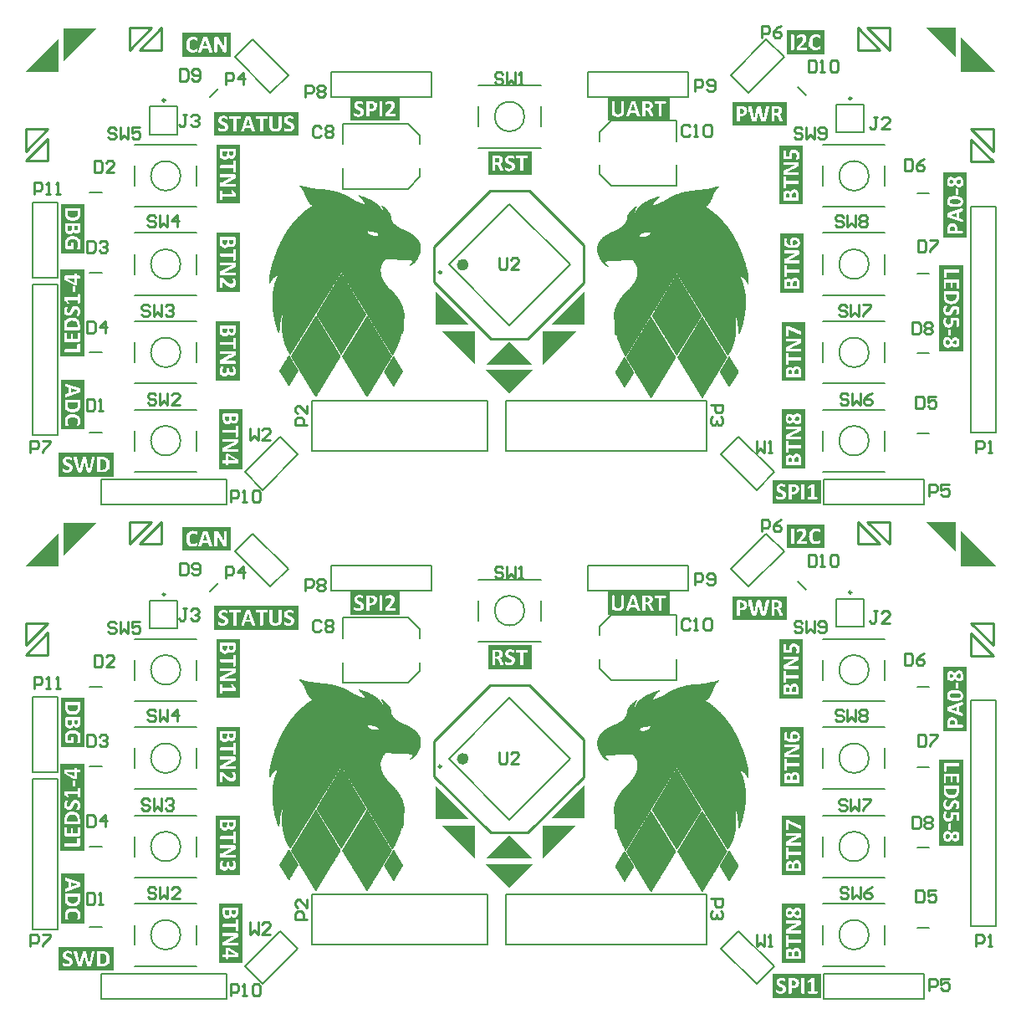
<source format=gto>
G04*
G04 #@! TF.GenerationSoftware,Altium Limited,Altium Designer,19.0.15 (446)*
G04*
G04 Layer_Color=65535*
%FSLAX44Y44*%
%MOMM*%
G71*
G01*
G75*
%ADD19C,0.2540*%
%ADD41C,0.1270*%
%ADD42C,0.2500*%
%ADD43C,0.6000*%
%ADD44C,0.0254*%
%ADD45C,0.2000*%
G36*
X818720Y963243D02*
X781000D01*
Y987288D01*
X818720D01*
Y963243D01*
D02*
G37*
G36*
X217897Y960743D02*
X168500D01*
Y984759D01*
X217897D01*
Y960743D01*
D02*
G37*
G36*
X952009Y960310D02*
X922629Y989690D01*
X952009D01*
X952009Y960310D01*
D02*
G37*
G36*
X48463Y955963D02*
Y989037D01*
X81537Y989037D01*
X48463Y955963D01*
D02*
G37*
G36*
X43609Y945000D02*
X9988Y945000D01*
X43609Y978622D01*
Y945000D01*
D02*
G37*
G36*
X992500Y945000D02*
X956731Y945000D01*
X956731Y980769D01*
X992500Y945000D01*
D02*
G37*
G36*
X662473Y895714D02*
X599458D01*
Y919588D01*
X662473D01*
Y895714D01*
D02*
G37*
G36*
X388439D02*
X338499D01*
Y919788D01*
X388439D01*
Y895714D01*
D02*
G37*
G36*
X780821Y890914D02*
X726000D01*
Y914588D01*
X780821D01*
Y890914D01*
D02*
G37*
G36*
X285984Y880714D02*
X201042D01*
Y904788D01*
X285984D01*
Y880714D01*
D02*
G37*
G36*
X522215Y840714D02*
X478500D01*
Y864788D01*
X522215D01*
Y840714D01*
D02*
G37*
G36*
X226780Y811797D02*
X203078D01*
Y871500D01*
X226780D01*
Y811797D01*
D02*
G37*
G36*
X797122Y811000D02*
X773277D01*
Y870703D01*
X797122D01*
Y811000D01*
D02*
G37*
G36*
X963243Y777532D02*
X939170D01*
Y843459D01*
X963243D01*
Y777532D01*
D02*
G37*
G36*
X69788Y761818D02*
X45743D01*
Y811500D01*
X69788D01*
Y761818D01*
D02*
G37*
G36*
X226952Y722275D02*
X203078D01*
Y782149D01*
X226952D01*
Y722275D01*
D02*
G37*
G36*
X798042Y721660D02*
X773968D01*
Y781763D01*
X798042D01*
Y721660D01*
D02*
G37*
G36*
X575922Y689784D02*
X542300Y689784D01*
X575922Y723406D01*
Y689784D01*
D02*
G37*
G36*
X459149Y689410D02*
X425527D01*
X425527Y723032D01*
X459149Y689410D01*
D02*
G37*
G36*
X959372Y661975D02*
X935298D01*
Y749400D01*
X959372D01*
Y661975D01*
D02*
G37*
G36*
X69285Y657298D02*
X45212D01*
Y744951D01*
X69285D01*
Y657298D01*
D02*
G37*
G36*
X523774Y648944D02*
X476226D01*
X500000Y672718D01*
X523774Y648944D01*
D02*
G37*
G36*
X567524Y682519D02*
X533902Y648897D01*
Y682519D01*
X567524Y682519D01*
D02*
G37*
G36*
X465400Y648643D02*
X431778Y682265D01*
X465400D01*
X465400Y648643D01*
D02*
G37*
G36*
X226952Y632737D02*
X202878D01*
Y692526D01*
X226952D01*
Y632737D01*
D02*
G37*
G36*
X799422Y632300D02*
X775777D01*
Y692146D01*
X799422D01*
Y632300D01*
D02*
G37*
G36*
X500000Y619531D02*
X476226Y643305D01*
X523774D01*
X500000Y619531D01*
D02*
G37*
G36*
X69759Y583288D02*
X45743D01*
Y633798D01*
X69759D01*
Y583288D01*
D02*
G37*
G36*
X799622Y543500D02*
X775548D01*
Y603603D01*
X799622D01*
Y543500D01*
D02*
G37*
G36*
X229252Y543194D02*
X205578D01*
Y603526D01*
X229252D01*
Y543194D01*
D02*
G37*
G36*
X99149Y535714D02*
X43500D01*
Y559788D01*
X99149D01*
Y535714D01*
D02*
G37*
G36*
X815768Y508214D02*
X766000D01*
Y532288D01*
X815768D01*
Y508214D01*
D02*
G37*
G36*
X818720Y487288D02*
Y463243D01*
X781000D01*
Y487288D01*
X818720D01*
D02*
G37*
G36*
X217897Y460743D02*
X168500D01*
Y484759D01*
X217897D01*
Y460743D01*
D02*
G37*
G36*
X952009Y460310D02*
X922629Y489690D01*
X952009D01*
X952009Y460310D01*
D02*
G37*
G36*
X48463Y455963D02*
Y489037D01*
X81537Y489037D01*
X48463Y455963D01*
D02*
G37*
G36*
X43609Y445000D02*
X9988Y445000D01*
X43609Y478622D01*
Y445000D01*
D02*
G37*
G36*
X992500Y445000D02*
X956731Y445000D01*
X956731Y480769D01*
X992500Y445000D01*
D02*
G37*
G36*
X662473Y419588D02*
Y395714D01*
X599458D01*
Y419588D01*
X662473D01*
D02*
G37*
G36*
X388439Y395714D02*
X338499D01*
Y419788D01*
X388439D01*
Y395714D01*
D02*
G37*
G36*
X780821Y390914D02*
X726000D01*
Y414588D01*
X780821D01*
Y390914D01*
D02*
G37*
G36*
X285984Y404788D02*
Y380714D01*
X201042D01*
Y404788D01*
X285984D01*
D02*
G37*
G36*
X522215Y340714D02*
X478500D01*
Y364788D01*
X522215D01*
Y340714D01*
D02*
G37*
G36*
X226780Y311797D02*
X203078D01*
Y371500D01*
X226780D01*
Y311797D01*
D02*
G37*
G36*
X797122Y311000D02*
X773277D01*
Y370703D01*
X797122D01*
Y311000D01*
D02*
G37*
G36*
X963243Y277532D02*
X939170D01*
Y343459D01*
X963243D01*
Y277532D01*
D02*
G37*
G36*
X69788Y261818D02*
X45743D01*
Y311500D01*
X69788D01*
Y261818D01*
D02*
G37*
G36*
X226952Y222275D02*
X203078D01*
Y282149D01*
X226952D01*
Y222275D01*
D02*
G37*
G36*
X798042Y221660D02*
X773968D01*
Y281763D01*
X798042D01*
Y221660D01*
D02*
G37*
G36*
X575922Y189784D02*
X542300Y189784D01*
X575922Y223406D01*
Y189784D01*
D02*
G37*
G36*
X459149Y189410D02*
X425527D01*
X425527Y223032D01*
X459149Y189410D01*
D02*
G37*
G36*
X959372Y161975D02*
X935298D01*
Y249400D01*
X959372D01*
Y161975D01*
D02*
G37*
G36*
X69285Y157298D02*
X45212D01*
Y244951D01*
X69285D01*
Y157298D01*
D02*
G37*
G36*
X523774Y148944D02*
X476226D01*
X500000Y172718D01*
X523774Y148944D01*
D02*
G37*
G36*
X567524Y182519D02*
X533902Y148897D01*
Y182519D01*
X567524Y182519D01*
D02*
G37*
G36*
X465400Y148643D02*
X431778Y182265D01*
X465400D01*
X465400Y148643D01*
D02*
G37*
G36*
X226952Y132737D02*
X202878D01*
Y192526D01*
X226952D01*
Y132737D01*
D02*
G37*
G36*
X799422Y132300D02*
X775777D01*
Y192146D01*
X799422D01*
Y132300D01*
D02*
G37*
G36*
X500000Y119531D02*
X476226Y143305D01*
X523774D01*
X500000Y119531D01*
D02*
G37*
G36*
X69759Y83288D02*
X45743D01*
Y133798D01*
X69759D01*
Y83288D01*
D02*
G37*
G36*
X799622Y43500D02*
X775548D01*
Y103603D01*
X799622D01*
Y43500D01*
D02*
G37*
G36*
X229252Y43194D02*
X205578D01*
Y103526D01*
X229252D01*
Y43194D01*
D02*
G37*
G36*
X99149Y35714D02*
X43500D01*
Y59788D01*
X99149D01*
Y35714D01*
D02*
G37*
G36*
X815768Y8214D02*
X766000D01*
Y32288D01*
X815768D01*
Y8214D01*
D02*
G37*
%LPC*%
G36*
X810809Y983259D02*
X810409D01*
X809838Y983231D01*
X809296Y983174D01*
X808810Y983088D01*
X808354Y983002D01*
X808011Y982888D01*
X807726Y982803D01*
X807554Y982746D01*
X807526Y982717D01*
X807497D01*
X807012Y982488D01*
X806583Y982232D01*
X806212Y981975D01*
X805870Y981718D01*
X805584Y981489D01*
X805384Y981290D01*
X805270Y981175D01*
X805213Y981118D01*
X804871Y980719D01*
X804585Y980290D01*
X804328Y979862D01*
X804128Y979462D01*
X803957Y979091D01*
X803843Y978806D01*
X803814Y978691D01*
X803786Y978606D01*
X803757Y978577D01*
Y978549D01*
X803586Y977949D01*
X803472Y977350D01*
X803357Y976750D01*
X803300Y976208D01*
X803272Y975751D01*
Y975551D01*
X803243Y975380D01*
Y967243D01*
Y975037D01*
X803272Y974323D01*
X803329Y973695D01*
X803386Y973096D01*
X803472Y972610D01*
X803557Y972182D01*
X803586Y972011D01*
X803643Y971868D01*
X803671Y971754D01*
Y971668D01*
X803700Y971640D01*
Y971611D01*
X803900Y971097D01*
X804128Y970612D01*
X804357Y970212D01*
X804557Y969841D01*
X804756Y969556D01*
X804928Y969356D01*
X805042Y969241D01*
X805070Y969184D01*
X805442Y968842D01*
X805813Y968556D01*
X806155Y968299D01*
X806526Y968100D01*
X806812Y967928D01*
X807069Y967814D01*
X807212Y967757D01*
X807269Y967728D01*
X807754Y967557D01*
X808268Y967443D01*
X808753Y967357D01*
X809182Y967300D01*
X809581Y967272D01*
X809895Y967243D01*
X803243D01*
X814720D01*
X810152D01*
X810723Y967272D01*
X810980Y967300D01*
X811208Y967329D01*
X811408D01*
X811551Y967357D01*
X811637Y967386D01*
X811665D01*
X812151Y967471D01*
X812379Y967529D01*
X812550Y967586D01*
X812722Y967643D01*
X812836Y967671D01*
X812893Y967700D01*
X812922D01*
X813293Y967843D01*
X813578Y967985D01*
X813692Y968014D01*
X813778Y968071D01*
X813807Y968100D01*
X813835D01*
X814063Y968242D01*
X814235Y968385D01*
X814320Y968442D01*
X814349Y968471D01*
X814435Y968556D01*
X814492Y968642D01*
X814549Y968671D01*
Y968699D01*
X814606Y968870D01*
X814634Y968928D01*
Y968956D01*
X814663Y969099D01*
Y969213D01*
X814692Y969299D01*
Y969327D01*
X814720Y969499D01*
Y970355D01*
X814692Y970469D01*
Y970526D01*
X814663Y970698D01*
X814634Y970812D01*
X814606Y970897D01*
Y970926D01*
X814549Y971012D01*
X814520Y971069D01*
X814492Y971126D01*
X814463D01*
X814349Y971183D01*
X814292D01*
X814178Y971154D01*
X814035Y971097D01*
X813921Y971012D01*
X813864Y970983D01*
X813635Y970840D01*
X813378Y970669D01*
X813207Y970583D01*
X813150Y970526D01*
X813121D01*
X812779Y970355D01*
X812436Y970241D01*
X812293Y970184D01*
X812179Y970127D01*
X812094Y970098D01*
X812065D01*
X811580Y970012D01*
X811123Y969955D01*
X810923Y969927D01*
X810638D01*
X810295Y969955D01*
X809981Y969984D01*
X809724Y970041D01*
X809467Y970098D01*
X809267Y970155D01*
X809124Y970184D01*
X809010Y970241D01*
X808982D01*
X808725Y970384D01*
X808468Y970526D01*
X808239Y970669D01*
X808068Y970840D01*
X807897Y970955D01*
X807783Y971069D01*
X807726Y971154D01*
X807697Y971183D01*
X807526Y971440D01*
X807354Y971725D01*
X807212Y971982D01*
X807097Y972268D01*
X807012Y972496D01*
X806955Y972667D01*
X806898Y972782D01*
Y972839D01*
X806812Y973239D01*
X806755Y973638D01*
X806698Y974038D01*
X806669Y974409D01*
Y974723D01*
X806641Y974980D01*
Y975151D01*
Y975180D01*
Y975208D01*
Y975665D01*
X806669Y976065D01*
X806726Y976465D01*
X806783Y976779D01*
X806812Y977064D01*
X806869Y977264D01*
X806898Y977378D01*
Y977435D01*
X807012Y977806D01*
X807126Y978120D01*
X807269Y978406D01*
X807383Y978663D01*
X807497Y978863D01*
X807583Y979006D01*
X807640Y979091D01*
X807668Y979120D01*
X807868Y979377D01*
X808068Y979605D01*
X808297Y979776D01*
X808468Y979919D01*
X808639Y980062D01*
X808782Y980147D01*
X808867Y980176D01*
X808896Y980205D01*
X809182Y980347D01*
X809467Y980433D01*
X809753Y980519D01*
X810010Y980547D01*
X810238Y980576D01*
X810409Y980604D01*
X810866D01*
X811123Y980576D01*
X811380Y980547D01*
X811580Y980490D01*
X811751Y980462D01*
X811865Y980404D01*
X811951Y980376D01*
X811979D01*
X812408Y980233D01*
X812579Y980147D01*
X812750Y980062D01*
X812864Y980005D01*
X812950Y979976D01*
X813007Y979919D01*
X813036D01*
X813321Y979748D01*
X813550Y979605D01*
X813692Y979491D01*
X813749Y979462D01*
X813949Y979348D01*
X814092Y979291D01*
X814178Y979262D01*
X814206D01*
X814349Y979291D01*
X814406Y979320D01*
X814520Y979462D01*
X814549Y979519D01*
Y979548D01*
X814577Y979662D01*
X814606Y979805D01*
X814634Y979919D01*
Y979948D01*
X814663Y980147D01*
Y980347D01*
Y980519D01*
Y980547D01*
Y980576D01*
Y980804D01*
Y980975D01*
X814634Y981090D01*
Y981118D01*
X814606Y981290D01*
Y981404D01*
X814577Y981489D01*
Y981518D01*
X814549Y981632D01*
X814520Y981718D01*
X814492Y981775D01*
Y981803D01*
X814435Y981889D01*
X814349Y981975D01*
X814292Y982032D01*
X814263Y982060D01*
X814092Y982203D01*
X813921Y982317D01*
X813749Y982431D01*
X813721Y982460D01*
X813692D01*
X813378Y982631D01*
X813093Y982746D01*
X812950Y982803D01*
X812864Y982831D01*
X812807Y982860D01*
X812779D01*
X812379Y982974D01*
X812037Y983059D01*
X811894Y983088D01*
X811779Y983117D01*
X811694Y983145D01*
X811665D01*
X811208Y983202D01*
X810809Y983259D01*
D02*
G37*
G36*
X796077Y983288D02*
X795877D01*
X795335Y983259D01*
X795078Y983231D01*
X794850Y983202D01*
X794650Y983174D01*
X794507Y983145D01*
X794421Y983117D01*
X794393D01*
X793879Y983002D01*
X793651Y982945D01*
X793479Y982888D01*
X793308Y982831D01*
X793194Y982774D01*
X793108Y982746D01*
X793080D01*
X792680Y982603D01*
X792394Y982460D01*
X792280Y982403D01*
X792195Y982346D01*
X792137Y982317D01*
X792109D01*
X791852Y982175D01*
X791681Y982060D01*
X791566Y981975D01*
X791538Y981946D01*
X791452Y981860D01*
X791395Y981775D01*
X791338Y981718D01*
Y981689D01*
X791281Y981546D01*
X791252Y981489D01*
Y981461D01*
X791224Y981375D01*
Y981261D01*
X791195Y981175D01*
Y981147D01*
Y981004D01*
Y980861D01*
Y980747D01*
Y980690D01*
Y980404D01*
X791224Y980205D01*
Y980062D01*
Y980005D01*
X791252Y979805D01*
Y979662D01*
X791281Y979576D01*
Y979548D01*
X791367Y979377D01*
X791395Y979348D01*
Y979320D01*
X791538Y979262D01*
X791595D01*
X791738Y979291D01*
X791880Y979348D01*
X791995Y979405D01*
X792023Y979434D01*
X792252Y979576D01*
X792480Y979691D01*
X792651Y979805D01*
X792680Y979833D01*
X792708D01*
X793051Y980005D01*
X793365Y980119D01*
X793479Y980176D01*
X793593Y980205D01*
X793651Y980233D01*
X793679D01*
X794136Y980347D01*
X794536Y980404D01*
X794707Y980433D01*
X794964D01*
X795306Y980404D01*
X795563Y980347D01*
X795678Y980319D01*
X795763Y980290D01*
X795792Y980262D01*
X795820D01*
X796077Y980147D01*
X796277Y980005D01*
X796391Y979919D01*
X796448Y979862D01*
X796620Y979662D01*
X796734Y979462D01*
X796791Y979291D01*
X796820Y979262D01*
Y979234D01*
X796905Y978977D01*
X796934Y978748D01*
X796962Y978549D01*
Y978520D01*
Y978492D01*
X796934Y978177D01*
X796905Y977863D01*
X796877Y977749D01*
Y977664D01*
X796848Y977607D01*
Y977578D01*
X796734Y977235D01*
X796620Y976893D01*
X796534Y976750D01*
X796506Y976636D01*
X796448Y976579D01*
Y976550D01*
X796220Y976122D01*
X795963Y975694D01*
X795849Y975522D01*
X795763Y975380D01*
X795706Y975294D01*
X795678Y975266D01*
X795478Y975008D01*
X795278Y974752D01*
X795050Y974495D01*
X794850Y974266D01*
X794678Y974038D01*
X794536Y973895D01*
X794421Y973781D01*
X794393Y973752D01*
X791709Y970869D01*
X791538Y970698D01*
X791424Y970526D01*
X791338Y970412D01*
X791310Y970384D01*
X791224Y970241D01*
X791138Y970098D01*
X791081Y969984D01*
X791052Y969955D01*
X790995Y969784D01*
X790967Y969641D01*
X790938Y969527D01*
Y969470D01*
X790910Y969241D01*
Y970212D01*
Y968528D01*
X790938Y968299D01*
Y968157D01*
Y968100D01*
X790995Y967928D01*
X791052Y967814D01*
X791081Y967728D01*
X791110Y967700D01*
X791310Y967586D01*
X791395Y967529D01*
X791424D01*
X791566Y967500D01*
X800816D01*
X800959Y967529D01*
X801016Y967557D01*
X801102Y967614D01*
X801159Y967671D01*
X801188Y967728D01*
Y967757D01*
X801216Y967900D01*
X801245Y968014D01*
X801273Y968128D01*
Y968157D01*
X801302Y968356D01*
X801330Y968556D01*
Y968985D01*
X801302Y969184D01*
X801273Y969299D01*
Y969327D01*
X801245Y969499D01*
X801216Y969613D01*
X801188Y969698D01*
X801159Y969727D01*
X801045Y969898D01*
X801016Y969927D01*
X800988Y969955D01*
X800931Y970012D01*
X800845Y970041D01*
X794650D01*
X796448Y971897D01*
X796934Y972382D01*
X797362Y972839D01*
X797733Y973239D01*
X798076Y973581D01*
X798304Y973867D01*
X798504Y974095D01*
X798618Y974209D01*
X798647Y974266D01*
X798932Y974637D01*
X799189Y974980D01*
X799418Y975294D01*
X799589Y975580D01*
X799732Y975808D01*
X799846Y975979D01*
X799903Y976093D01*
X799931Y976122D01*
X800103Y976436D01*
X800217Y976721D01*
X800331Y977007D01*
X800417Y977235D01*
X800474Y977435D01*
X800502Y977607D01*
X800531Y977692D01*
Y977721D01*
X800645Y978263D01*
X800674Y978520D01*
Y978748D01*
X800702Y978920D01*
Y979091D01*
Y979177D01*
Y979205D01*
Y979519D01*
X800645Y979805D01*
X800617Y980090D01*
X800559Y980319D01*
X800502Y980519D01*
X800445Y980690D01*
X800417Y980776D01*
X800388Y980804D01*
X800274Y981090D01*
X800131Y981347D01*
X799988Y981546D01*
X799846Y981746D01*
X799703Y981917D01*
X799589Y982032D01*
X799532Y982089D01*
X799503Y982117D01*
X799275Y982317D01*
X799018Y982488D01*
X798532Y982746D01*
X798304Y982860D01*
X798133Y982917D01*
X798019Y982974D01*
X797990D01*
X797647Y983088D01*
X797276Y983145D01*
X796934Y983202D01*
X796591Y983259D01*
X796306D01*
X796077Y983288D01*
D02*
G37*
G36*
X788169Y983088D02*
X785000D01*
Y967900D01*
X785029Y967757D01*
X785057Y967700D01*
Y967671D01*
X785143Y967614D01*
X785228Y967557D01*
X785285Y967529D01*
X785314D01*
X785485Y967500D01*
X785628D01*
X785742Y967471D01*
X785799D01*
X786056Y967443D01*
X786313Y967414D01*
X786884D01*
X787113Y967443D01*
X787255Y967471D01*
X787312D01*
X787512Y967500D01*
X787684D01*
X787769Y967529D01*
X787798D01*
X787941Y967586D01*
X788026Y967614D01*
X788055Y967671D01*
X788083D01*
X788140Y967757D01*
X788169Y967843D01*
Y967586D01*
Y983088D01*
D02*
G37*
%LPD*%
G36*
Y982660D02*
X788140Y982717D01*
X788112Y982774D01*
X788083D01*
X787998Y982860D01*
X787912Y982917D01*
X787826Y982945D01*
X787798D01*
X787655Y982974D01*
X787484Y983002D01*
X787370Y983031D01*
X787312D01*
X787084Y983059D01*
X786827Y983088D01*
X788169D01*
Y982660D01*
D02*
G37*
G36*
X786028Y983059D02*
X785856Y983031D01*
X785799D01*
X785600Y983002D01*
X785457Y982974D01*
X785343Y982945D01*
X785314D01*
X785200Y982888D01*
X785114Y982831D01*
X785086Y982803D01*
X785057Y982774D01*
X785000Y982631D01*
Y983088D01*
X786256D01*
X786028Y983059D01*
D02*
G37*
%LPC*%
G36*
X213897Y980559D02*
X212726D01*
D01*
X213897D01*
D02*
G37*
G36*
X212726D02*
X212213D01*
D01*
X201107D01*
X212213D01*
X211984Y980531D01*
X211841Y980502D01*
X211784D01*
X211584Y980474D01*
X211442Y980445D01*
X211356Y980417D01*
X211327Y980388D01*
X211156Y980303D01*
X211128Y980274D01*
X211099Y980246D01*
X211042Y980103D01*
Y980046D01*
Y980017D01*
Y972766D01*
Y972137D01*
Y971852D01*
Y971595D01*
Y971367D01*
Y971167D01*
Y971052D01*
Y971024D01*
X211070Y970367D01*
Y970082D01*
Y969825D01*
X211099Y969596D01*
Y969425D01*
Y969311D01*
Y969282D01*
X210928Y969625D01*
X210785Y969939D01*
X210728Y970053D01*
X210671Y970139D01*
X210642Y970196D01*
Y970225D01*
X210471Y970596D01*
X210328Y970881D01*
X210243Y971024D01*
X210214Y971110D01*
X210157Y971167D01*
Y971195D01*
X209986Y971566D01*
X209843Y971880D01*
X209757Y972023D01*
X209729Y972109D01*
X209672Y972166D01*
Y972195D01*
X209472Y972566D01*
X209329Y972880D01*
X209243Y972994D01*
X209215Y973108D01*
X209158Y973165D01*
Y973194D01*
X206160Y978875D01*
X205989Y979189D01*
X205846Y979446D01*
X205732Y979589D01*
X205703Y979646D01*
X205560Y979846D01*
X205389Y980017D01*
X205303Y980103D01*
X205246Y980131D01*
X205047Y980274D01*
X204875Y980360D01*
X204732Y980388D01*
X204704Y980417D01*
X204675D01*
X204447Y980474D01*
X204190Y980502D01*
X202220D01*
X201906Y980445D01*
X201649Y980360D01*
X201478Y980274D01*
X201449Y980217D01*
X201421D01*
X201307Y980103D01*
X201250Y979960D01*
X201135Y979675D01*
Y979560D01*
X201107Y979446D01*
Y965428D01*
X201135Y965257D01*
X201164Y965228D01*
Y965200D01*
X201221Y965143D01*
X201278Y965086D01*
X201335Y965057D01*
X201364D01*
X201506Y965029D01*
X201649Y965000D01*
X201763Y964971D01*
X201792D01*
X202020Y964943D01*
X202249Y964914D01*
X202791D01*
X203020Y964943D01*
X203134Y964971D01*
X203191D01*
X203391Y965000D01*
X203533Y965029D01*
X203619Y965057D01*
X203648D01*
X203762Y965114D01*
X203819Y965143D01*
X203876Y965200D01*
X203933Y965285D01*
X203962Y965343D01*
Y965400D01*
Y965428D01*
Y973536D01*
Y974193D01*
Y974507D01*
Y974764D01*
X203933Y974992D01*
Y975164D01*
Y975278D01*
Y975306D01*
X203905Y975935D01*
Y976248D01*
X203876Y976506D01*
Y976734D01*
X203848Y976905D01*
Y977019D01*
Y977048D01*
X203876D01*
X204076Y976506D01*
X204190Y976277D01*
X204276Y976049D01*
X204361Y975849D01*
X204419Y975706D01*
X204447Y975592D01*
X204476Y975563D01*
X204732Y975050D01*
X204847Y974792D01*
X204961Y974593D01*
X205047Y974421D01*
X205104Y974307D01*
X205132Y974221D01*
X205161Y974193D01*
X209015Y966913D01*
X209215Y966513D01*
X209386Y966199D01*
X209443Y966085D01*
X209500Y965999D01*
X209529Y965971D01*
Y965942D01*
X209729Y965685D01*
X209871Y965514D01*
X209986Y965371D01*
X210043Y965343D01*
X210243Y965200D01*
X210414Y965114D01*
X210557Y965057D01*
X210614Y965029D01*
X210871Y965000D01*
X211099Y964971D01*
X212869D01*
X213012Y965000D01*
X213097Y965029D01*
X213126D01*
X213297Y965086D01*
X213412Y965143D01*
X213497Y965200D01*
X213526Y965228D01*
X213640Y965343D01*
X213726Y965457D01*
X213754Y965542D01*
X213783Y965571D01*
X213840Y965742D01*
X213897Y965914D01*
Y980103D01*
X213868Y980188D01*
X213840Y980217D01*
X213811Y980246D01*
X213754Y980303D01*
X213697Y980360D01*
X213640Y980388D01*
X213611D01*
X213497Y980445D01*
X213354Y980474D01*
X213240Y980502D01*
X213183D01*
X212955Y980531D01*
X212726Y980559D01*
D02*
G37*
G36*
X183977Y980759D02*
D01*
Y967855D01*
X183948Y967969D01*
Y968026D01*
X183920Y968198D01*
X183891Y968312D01*
X183863Y968397D01*
Y968426D01*
X183806Y968512D01*
X183777Y968569D01*
X183749Y968626D01*
X183720D01*
X183606Y968683D01*
X183549D01*
X183435Y968654D01*
X183292Y968597D01*
X183178Y968512D01*
X183120Y968483D01*
X182892Y968340D01*
X182635Y968169D01*
X182464Y968083D01*
X182407Y968026D01*
X182378D01*
X182036Y967855D01*
X181693Y967741D01*
X181550Y967684D01*
X181436Y967627D01*
X181350Y967598D01*
X181322D01*
X180837Y967512D01*
X180380Y967455D01*
X180180Y967427D01*
X179894D01*
X179552Y967455D01*
X179238Y967484D01*
X178981Y967541D01*
X178724Y967598D01*
X178524Y967655D01*
X178381Y967684D01*
X178267Y967741D01*
X178239D01*
X177981Y967884D01*
X177725Y968026D01*
X177496Y968169D01*
X177325Y968340D01*
X177154Y968455D01*
X177039Y968569D01*
X176982Y968654D01*
X176954Y968683D01*
X176782Y968940D01*
X176611Y969225D01*
X176468Y969482D01*
X176354Y969768D01*
X176269Y969996D01*
X176211Y970167D01*
X176154Y970282D01*
Y970339D01*
X176069Y970739D01*
X176012Y971138D01*
X175954Y971538D01*
X175926Y971909D01*
Y972223D01*
X175897Y972480D01*
Y972651D01*
Y972680D01*
Y972708D01*
Y973165D01*
X175926Y973565D01*
X175983Y973965D01*
X176040Y974279D01*
X176069Y974564D01*
X176126Y974764D01*
X176154Y974878D01*
Y974935D01*
X176269Y975306D01*
X176383Y975620D01*
X176525Y975906D01*
X176640Y976163D01*
X176754Y976363D01*
X176840Y976506D01*
X176897Y976591D01*
X176925Y976620D01*
X177125Y976877D01*
X177325Y977105D01*
X177553Y977276D01*
X177725Y977419D01*
X177896Y977562D01*
X178039Y977647D01*
X178124Y977676D01*
X178153Y977705D01*
X178438Y977847D01*
X178724Y977933D01*
X179009Y978019D01*
X179266Y978047D01*
X179495Y978076D01*
X179666Y978104D01*
X180123D01*
X180380Y978076D01*
X180637Y978047D01*
X180837Y977990D01*
X181008Y977962D01*
X181122Y977904D01*
X181208Y977876D01*
X181236D01*
X181664Y977733D01*
X181836Y977647D01*
X182007Y977562D01*
X182121Y977505D01*
X182207Y977476D01*
X182264Y977419D01*
X182292D01*
X182578Y977248D01*
X182806Y977105D01*
X182949Y976991D01*
X183006Y976962D01*
X183206Y976848D01*
X183349Y976791D01*
X183435Y976762D01*
X183463D01*
X183606Y976791D01*
X183663Y976820D01*
X183777Y976962D01*
X183806Y977019D01*
Y977048D01*
X183834Y977162D01*
X183863Y977305D01*
X183891Y977419D01*
Y977448D01*
X183920Y977647D01*
Y977847D01*
Y978019D01*
Y978047D01*
Y978076D01*
Y978304D01*
Y978475D01*
X183891Y978590D01*
Y978618D01*
X183863Y978790D01*
Y978904D01*
X183834Y978989D01*
Y979018D01*
X183806Y979132D01*
X183777Y979218D01*
X183749Y979275D01*
Y979303D01*
X183692Y979389D01*
X183606Y979475D01*
X183549Y979532D01*
X183520Y979560D01*
X183349Y979703D01*
X183178Y979817D01*
X183006Y979931D01*
X182978Y979960D01*
X182949D01*
X182635Y980131D01*
X182350Y980246D01*
X182207Y980303D01*
X182121Y980331D01*
X182064Y980360D01*
X182036D01*
X181636Y980474D01*
X181293Y980559D01*
X181150Y980588D01*
X181036Y980617D01*
X180951Y980645D01*
X180922D01*
X180465Y980702D01*
X180066Y980759D01*
X179666D01*
X179095Y980731D01*
X178552Y980674D01*
X178067Y980588D01*
X177610Y980502D01*
X177268Y980388D01*
X176982Y980303D01*
X176811Y980246D01*
X176782Y980217D01*
X176754D01*
X176269Y979988D01*
X175840Y979732D01*
X175469Y979475D01*
X175127Y979218D01*
X174841Y978989D01*
X174641Y978790D01*
X174527Y978675D01*
X174470Y978618D01*
X174127Y978219D01*
X173842Y977790D01*
X173585Y977362D01*
X173385Y976962D01*
X173214Y976591D01*
X173100Y976306D01*
X173071Y976191D01*
X173043Y976106D01*
X173014Y976077D01*
Y976049D01*
X172843Y975449D01*
X172728Y974850D01*
X172614Y974250D01*
X172557Y973708D01*
X172529Y973251D01*
Y973051D01*
X172500Y972880D01*
Y972537D01*
X172529Y971823D01*
X172586Y971195D01*
X172643Y970596D01*
X172728Y970110D01*
X172814Y969682D01*
X172843Y969511D01*
X172900Y969368D01*
X172928Y969254D01*
Y969168D01*
X172957Y969140D01*
Y969111D01*
X173157Y968597D01*
X173385Y968112D01*
X173613Y967712D01*
X173813Y967341D01*
X174013Y967056D01*
X174184Y966856D01*
X174299Y966741D01*
X174327Y966684D01*
X174698Y966342D01*
X175070Y966056D01*
X175412Y965799D01*
X175783Y965600D01*
X176069Y965428D01*
X176326Y965314D01*
X176468Y965257D01*
X176525Y965228D01*
X177011Y965057D01*
X177525Y964943D01*
X178010Y964857D01*
X178438Y964800D01*
X178838Y964772D01*
X179152Y964743D01*
X172500D01*
X183977D01*
Y980759D01*
D02*
G37*
G36*
X192599Y980588D02*
X191114D01*
X191000Y980559D01*
X190857D01*
X190600Y980531D01*
X190429Y980502D01*
X190286Y980474D01*
X190258D01*
X190115Y980417D01*
X190030Y980360D01*
X189972Y980303D01*
X189944Y980274D01*
X189887Y980188D01*
X189830Y980074D01*
X189801Y979988D01*
Y979960D01*
X185005Y966171D01*
X184919Y965885D01*
X184862Y965657D01*
X184805Y965542D01*
Y965343D01*
X184833Y965228D01*
X184862Y965143D01*
X184890Y965114D01*
X185033Y965057D01*
X185176Y965000D01*
X185290Y964971D01*
X185347D01*
X185604Y964943D01*
X185890Y964914D01*
X184805D01*
X193952D01*
X186546D01*
X186803Y964943D01*
X187032D01*
X187232Y964971D01*
X187403Y965000D01*
X187489Y965029D01*
X187517D01*
X187631Y965086D01*
X187717Y965143D01*
X187774Y965171D01*
Y965200D01*
X187888Y965400D01*
X187917Y965457D01*
Y965485D01*
X188888Y968540D01*
X194740D01*
X195768Y965400D01*
X195797Y965285D01*
X195825Y965200D01*
X195854Y965171D01*
Y965143D01*
X195939Y965086D01*
X196025Y965029D01*
X196082Y965000D01*
X196110D01*
X196282Y964971D01*
X196453D01*
X196596Y964943D01*
X196653D01*
X196938Y964914D01*
X199080D01*
Y965457D01*
D01*
X199051Y965685D01*
X198994Y965885D01*
X198937Y966085D01*
X198908Y966113D01*
Y966142D01*
X194112Y979903D01*
X194055Y980046D01*
X193998Y980188D01*
X193969Y980246D01*
X193941Y980274D01*
X193855Y980360D01*
X193741Y980417D01*
X193627Y980474D01*
X193598D01*
X193398Y980502D01*
X193199Y980531D01*
X193027Y980559D01*
X192770D01*
X192599Y980588D01*
D02*
G37*
G36*
X196938Y964914D02*
X193952D01*
X196938D01*
D01*
D02*
G37*
%LPD*%
G36*
X183977Y964743D02*
X179409D01*
X179980Y964772D01*
X180237Y964800D01*
X180465Y964829D01*
X180665D01*
X180808Y964857D01*
X180894Y964886D01*
X180922D01*
X181408Y964971D01*
X181636Y965029D01*
X181807Y965086D01*
X181978Y965143D01*
X182093Y965171D01*
X182150Y965200D01*
X182178D01*
X182549Y965343D01*
X182835Y965485D01*
X182949Y965514D01*
X183035Y965571D01*
X183063Y965600D01*
X183092D01*
X183320Y965742D01*
X183492Y965885D01*
X183577Y965942D01*
X183606Y965971D01*
X183692Y966056D01*
X183749Y966142D01*
X183806Y966171D01*
Y966199D01*
X183863Y966370D01*
X183891Y966428D01*
Y966456D01*
X183920Y966599D01*
Y966713D01*
X183948Y966799D01*
Y966827D01*
X183977Y966999D01*
Y964743D01*
D02*
G37*
G36*
X193969Y970967D02*
X189601D01*
X191800Y977562D01*
X193969Y970967D01*
D02*
G37*
G36*
X199080Y964914D02*
X197995D01*
X198280Y964943D01*
X198366D01*
X198452Y964971D01*
X198509D01*
X198737Y965000D01*
X198880Y965029D01*
X198965Y965086D01*
X198994D01*
X199080Y965200D01*
Y964914D01*
D02*
G37*
%LPC*%
G36*
X658473Y915502D02*
X646996D01*
X646939Y915474D01*
X646910Y915445D01*
X646882Y915417D01*
X646825Y915360D01*
X646768Y915274D01*
X646739Y915217D01*
Y915188D01*
X646711Y915074D01*
X646682Y914931D01*
X646654Y914846D01*
Y914789D01*
X646625Y914589D01*
Y915502D01*
Y899914D01*
Y913961D01*
X646654Y913761D01*
Y913647D01*
Y913590D01*
X646682Y913447D01*
X646711Y913333D01*
X646739Y913247D01*
Y913218D01*
X646825Y913047D01*
X646882Y913019D01*
Y912990D01*
X647025Y912933D01*
X650965D01*
Y900400D01*
X650993Y900257D01*
X651022Y900200D01*
Y900171D01*
X651107Y900114D01*
X651193Y900057D01*
X651250Y900029D01*
X651279D01*
X651450Y900000D01*
X651593D01*
X651707Y899971D01*
X651764D01*
X652021Y899943D01*
X652278Y899914D01*
X646625D01*
X658473D01*
X652849D01*
X653077Y899943D01*
X653220Y899971D01*
X653277D01*
X653477Y900000D01*
X653648D01*
X653734Y900029D01*
X653762D01*
X653905Y900086D01*
X653991Y900114D01*
X654019Y900171D01*
X654048D01*
X654105Y900257D01*
X654134Y900343D01*
Y900371D01*
Y900400D01*
Y912933D01*
X657988D01*
X658130Y912962D01*
X658188Y912990D01*
X658302Y913133D01*
X658330Y913190D01*
Y913218D01*
X658359Y913333D01*
X658387Y913447D01*
X658416Y913561D01*
Y913590D01*
X658445Y913789D01*
X658473Y913989D01*
Y914446D01*
X658445Y914617D01*
X658416Y914760D01*
Y914789D01*
X658387Y914960D01*
X658359Y915074D01*
X658330Y915160D01*
Y915188D01*
X658273Y915303D01*
X658245Y915360D01*
X658216Y915417D01*
X658188D01*
X658130Y915474D01*
X658045Y915502D01*
X658473D01*
D02*
G37*
G36*
X645854D02*
X635262D01*
X635005Y915474D01*
X634777Y915388D01*
X634663Y915274D01*
X634606Y915246D01*
X634463Y915046D01*
X634377Y914789D01*
Y914675D01*
X634349Y914589D01*
Y915502D01*
Y900400D01*
X634377Y900257D01*
X634406Y900200D01*
Y900171D01*
X634491Y900114D01*
X634577Y900057D01*
X634634Y900029D01*
X634663D01*
X634805Y900000D01*
X634948D01*
X635062Y899971D01*
X635120D01*
X635376Y899943D01*
X635633Y899914D01*
X636204D01*
X636461Y899943D01*
X636604Y899971D01*
X636661D01*
X636861Y900000D01*
X637032D01*
X637118Y900029D01*
X637146D01*
X637261Y900086D01*
X637346Y900114D01*
X637375Y900171D01*
X637403D01*
X637461Y900257D01*
X637489Y900343D01*
Y900371D01*
Y900400D01*
Y906309D01*
X638460D01*
X638802Y906281D01*
X639088Y906224D01*
X639202Y906195D01*
X639288Y906167D01*
X639316Y906138D01*
X639345D01*
X639630Y905995D01*
X639830Y905853D01*
X639973Y905738D01*
X640030Y905710D01*
Y905681D01*
X640230Y905424D01*
X640401Y905167D01*
X640458Y905082D01*
X640515Y904996D01*
X640544Y904939D01*
Y904911D01*
X640744Y904568D01*
X640887Y904225D01*
X640972Y904083D01*
X641001Y903968D01*
X641058Y903911D01*
Y903883D01*
X642457Y900428D01*
X642514Y900257D01*
X642542Y900200D01*
Y900171D01*
X642628Y900114D01*
X642714Y900057D01*
X642771Y900029D01*
X642799D01*
X642942Y900000D01*
X643085Y899971D01*
X643199Y899943D01*
X643256D01*
X643513Y899914D01*
X644484D01*
X644769Y899943D01*
X645026D01*
X645255Y899971D01*
X645426D01*
X645540Y900000D01*
X645569D01*
X645683Y900057D01*
X645740Y900086D01*
X645797Y900143D01*
X645854Y900314D01*
Y899943D01*
Y900485D01*
Y900457D01*
X645826Y900571D01*
X645797Y900657D01*
X645769Y900685D01*
X645711Y900885D01*
X645626Y901113D01*
X645569Y901285D01*
X645540Y901342D01*
Y901370D01*
X644227Y904425D01*
X644055Y904796D01*
X643913Y905110D01*
X643827Y905225D01*
X643799Y905310D01*
X643742Y905367D01*
Y905396D01*
X643570Y905710D01*
X643427Y905967D01*
X643313Y906138D01*
X643256Y906167D01*
Y906195D01*
X643056Y906424D01*
X642885Y906624D01*
X642742Y906738D01*
X642714Y906766D01*
X642685D01*
X642457Y906937D01*
X642228Y907052D01*
X642086Y907137D01*
X642057Y907166D01*
X642029D01*
X642542Y907366D01*
X642742Y907451D01*
X642942Y907566D01*
X643085Y907623D01*
X643228Y907708D01*
X643285Y907737D01*
X643313Y907766D01*
X643713Y908051D01*
X643998Y908336D01*
X644113Y908479D01*
X644198Y908565D01*
X644227Y908622D01*
X644255Y908651D01*
X644512Y909050D01*
X644712Y909421D01*
X644769Y909564D01*
X644826Y909678D01*
X644855Y909764D01*
Y909792D01*
X644969Y910306D01*
X644998Y910535D01*
X645026Y910763D01*
X645055Y910935D01*
Y911077D01*
Y911191D01*
Y911220D01*
Y911563D01*
X644998Y911877D01*
X644969Y912162D01*
X644912Y912391D01*
X644855Y912590D01*
X644826Y912762D01*
X644769Y912847D01*
Y912876D01*
X644512Y913361D01*
X644398Y913590D01*
X644255Y913761D01*
X644141Y913904D01*
X644055Y914018D01*
X643998Y914075D01*
X643970Y914103D01*
X643542Y914446D01*
X643142Y914703D01*
X642971Y914817D01*
X642828Y914874D01*
X642714Y914931D01*
X642685D01*
X642114Y915160D01*
X641829Y915246D01*
X641572Y915303D01*
X641343Y915360D01*
X641172Y915388D01*
X641058Y915417D01*
X641001D01*
X640744Y915445D01*
X640515D01*
X640344Y915474D01*
X640287D01*
X639973Y915502D01*
X645854D01*
D01*
D02*
G37*
G36*
X614821Y915588D02*
X614250D01*
X614021Y915559D01*
X613850Y915531D01*
X613793D01*
X613593Y915502D01*
X613450Y915474D01*
X613365Y915445D01*
X613336D01*
X613222Y915388D01*
X613136Y915331D01*
X613108Y915303D01*
X613079Y915274D01*
X613022Y915131D01*
Y915103D01*
Y915074D01*
Y905738D01*
X612994Y905167D01*
X612965Y904911D01*
X612908Y904682D01*
X612879Y904511D01*
X612822Y904368D01*
X612794Y904282D01*
Y904254D01*
X612594Y903826D01*
X612480Y903626D01*
X612394Y903483D01*
X612280Y903340D01*
X612223Y903255D01*
X612166Y903197D01*
X612137Y903169D01*
X611823Y902884D01*
X611480Y902684D01*
X611338Y902598D01*
X611252Y902569D01*
X611166Y902512D01*
X611138D01*
X610681Y902398D01*
X610281Y902341D01*
X610081Y902312D01*
X609824D01*
X609311Y902341D01*
X609082Y902370D01*
X608882Y902427D01*
X608711Y902455D01*
X608597Y902484D01*
X608511Y902512D01*
X608483D01*
X608083Y902712D01*
X607740Y902941D01*
X607626Y903026D01*
X607541Y903112D01*
X607483Y903140D01*
X607455Y903169D01*
X607198Y903540D01*
X606998Y903911D01*
X606912Y904083D01*
X606884Y904197D01*
X606827Y904282D01*
Y904311D01*
X606684Y904853D01*
X606656Y905110D01*
X606627Y905367D01*
X606598Y905596D01*
Y905767D01*
Y905881D01*
Y905910D01*
Y915074D01*
Y915160D01*
X606570Y915217D01*
X606541Y915274D01*
X606513D01*
X606427Y915360D01*
X606342Y915417D01*
X606284Y915445D01*
X606256D01*
X606113Y915474D01*
X605942Y915502D01*
X605828Y915531D01*
X605770D01*
X605542Y915559D01*
X605285Y915588D01*
X613185D01*
X603458D01*
Y899715D01*
Y905624D01*
X603487Y905082D01*
X603515Y904596D01*
X603572Y904140D01*
X603658Y903768D01*
X603744Y903455D01*
X603801Y903226D01*
X603829Y903083D01*
X603858Y903026D01*
X604029Y902626D01*
X604229Y902255D01*
X604429Y901941D01*
X604628Y901684D01*
X604800Y901456D01*
X604943Y901313D01*
X605057Y901199D01*
X605085Y901171D01*
X605399Y900914D01*
X605742Y900685D01*
X606085Y900485D01*
X606370Y900343D01*
X606656Y900228D01*
X606855Y900114D01*
X606998Y900086D01*
X607055Y900057D01*
X607512Y899943D01*
X607969Y899857D01*
X608397Y899800D01*
X608797Y899772D01*
X609168Y899743D01*
X609425Y899715D01*
X609682D01*
X610253Y899743D01*
X610767Y899772D01*
X611252Y899829D01*
X611652Y899914D01*
X611994Y900000D01*
X612251Y900057D01*
X612394Y900086D01*
X612451Y900114D01*
X612879Y900285D01*
X613279Y900457D01*
X613622Y900657D01*
X613907Y900856D01*
X614136Y901028D01*
X614307Y901171D01*
X614421Y901256D01*
X614450Y901285D01*
X614735Y901599D01*
X614992Y901913D01*
X615220Y902255D01*
X615392Y902541D01*
X615535Y902798D01*
X615620Y903026D01*
X615677Y903140D01*
X615706Y903197D01*
X615849Y903626D01*
X615963Y904083D01*
X616020Y904511D01*
X616077Y904911D01*
X616105Y905253D01*
X616134Y905539D01*
Y915160D01*
X616105Y915217D01*
X616077Y915274D01*
X616048D01*
X615963Y915360D01*
X615877Y915417D01*
X615820Y915445D01*
X615791D01*
X615649Y915474D01*
X615477Y915502D01*
X615363Y915531D01*
X615306D01*
X615078Y915559D01*
X614821Y915588D01*
D02*
G37*
G36*
X625841D02*
X624356D01*
X624242Y915559D01*
X624099D01*
X623842Y915531D01*
X623671Y915502D01*
X623528Y915474D01*
X623500D01*
X623357Y915417D01*
X623271Y915360D01*
X623214Y915303D01*
X623186Y915274D01*
X623129Y915188D01*
X623072Y915074D01*
X623043Y914988D01*
Y914960D01*
X618247Y901171D01*
X618161Y900885D01*
X618104Y900657D01*
X618047Y900542D01*
Y900343D01*
X618075Y900228D01*
X618104Y900143D01*
X618133Y900114D01*
X618275Y900057D01*
X618418Y900000D01*
X618532Y899971D01*
X618589D01*
X618846Y899943D01*
X619132Y899914D01*
X618047D01*
X627194D01*
X619788D01*
X620045Y899943D01*
X620274D01*
X620474Y899971D01*
X620645Y900000D01*
X620731Y900029D01*
X620759D01*
X620873Y900086D01*
X620959Y900143D01*
X621016Y900171D01*
Y900200D01*
X621130Y900400D01*
X621159Y900457D01*
Y900485D01*
X622129Y903540D01*
X627982D01*
X629010Y900400D01*
X629038Y900285D01*
X629067Y900200D01*
X629095Y900171D01*
Y900143D01*
X629181Y900086D01*
X629267Y900029D01*
X629324Y900000D01*
X629352D01*
X629524Y899971D01*
X629695D01*
X629838Y899943D01*
X629895D01*
X630180Y899914D01*
X632322D01*
X631237D01*
X631522Y899943D01*
X631608D01*
X631693Y899971D01*
X631751D01*
X631979Y900000D01*
X632122Y900029D01*
X632207Y900086D01*
X632236D01*
X632322Y900200D01*
Y900474D01*
Y900457D01*
X632293Y900685D01*
X632236Y900885D01*
X632179Y901085D01*
X632150Y901113D01*
Y901142D01*
X627354Y914903D01*
X627297Y915046D01*
X627240Y915188D01*
X627211Y915246D01*
X627183Y915274D01*
X627097Y915360D01*
X626983Y915417D01*
X626869Y915474D01*
X626840D01*
X626640Y915502D01*
X626440Y915531D01*
X626269Y915559D01*
X626012D01*
X625841Y915588D01*
D02*
G37*
G36*
X630180Y899914D02*
X627194D01*
X630180D01*
D01*
D02*
G37*
%LPD*%
G36*
X639516Y913076D02*
X639687Y913047D01*
X639744D01*
X639973Y913019D01*
X640144Y912990D01*
X640258Y912962D01*
X640287D01*
X640573Y912876D01*
X640801Y912733D01*
X641001Y912619D01*
X641172Y912505D01*
X641286Y912362D01*
X641372Y912276D01*
X641400Y912219D01*
X641429Y912191D01*
X641543Y911991D01*
X641657Y911762D01*
X641743Y911363D01*
X641771Y911191D01*
X641800Y911049D01*
Y910935D01*
Y910906D01*
X641771Y910535D01*
X641714Y910249D01*
X641686Y910135D01*
X641657Y910078D01*
X641629Y910021D01*
Y909992D01*
X641486Y909707D01*
X641315Y909478D01*
X641172Y909336D01*
X641143Y909307D01*
X641115Y909279D01*
X640829Y909079D01*
X640573Y908936D01*
X640430Y908879D01*
X640344Y908850D01*
X640287Y908822D01*
X640258D01*
X639859Y908736D01*
X639488Y908708D01*
X639345Y908679D01*
X637489D01*
Y913104D01*
X639259D01*
X639516Y913076D01*
D02*
G37*
G36*
X604457Y915559D02*
X604286Y915531D01*
X604229D01*
X604029Y915502D01*
X603886Y915474D01*
X603801Y915445D01*
X603772D01*
X603658Y915388D01*
X603572Y915331D01*
X603544Y915303D01*
X603515Y915274D01*
X603458Y915131D01*
Y915588D01*
X604686D01*
X604457Y915559D01*
D02*
G37*
G36*
X627211Y905967D02*
X622843D01*
X625042Y912562D01*
X627211Y905967D01*
D02*
G37*
%LPC*%
G36*
X371277Y915588D02*
X369935D01*
D01*
X371277D01*
D02*
G37*
G36*
X348295Y915788D02*
X347553D01*
X347181Y915731D01*
X346839Y915702D01*
X346525Y915645D01*
X346268Y915588D01*
X346097Y915559D01*
X345982Y915502D01*
X345925D01*
X345583Y915388D01*
X345269Y915246D01*
X344983Y915103D01*
X344755Y914960D01*
X344555Y914846D01*
X344384Y914732D01*
X344298Y914675D01*
X344269Y914646D01*
X344012Y914417D01*
X343784Y914189D01*
X343613Y913961D01*
X343442Y913732D01*
X343327Y913561D01*
X343242Y913390D01*
X343185Y913276D01*
X343156Y913247D01*
X343013Y912933D01*
X342928Y912590D01*
X342842Y912276D01*
X342813Y911962D01*
X342785Y911705D01*
X342756Y911506D01*
Y911363D01*
Y911306D01*
Y910963D01*
X342813Y910620D01*
X342842Y910335D01*
X342899Y910107D01*
X342956Y909907D01*
X342985Y909735D01*
X343042Y909650D01*
Y909621D01*
X343270Y909136D01*
X343413Y908936D01*
X343527Y908765D01*
X343613Y908622D01*
X343698Y908508D01*
X343755Y908451D01*
X343784Y908422D01*
X344127Y908080D01*
X344469Y907794D01*
X344612Y907680D01*
X344726Y907594D01*
X344783Y907566D01*
X344812Y907537D01*
X345269Y907309D01*
X345640Y907109D01*
X345811Y907023D01*
X345925Y906966D01*
X346011Y906909D01*
X346040D01*
X346496Y906709D01*
X346696Y906595D01*
X346867Y906509D01*
X347039Y906452D01*
X347153Y906395D01*
X347210Y906338D01*
X347239D01*
X347667Y906138D01*
X347981Y905967D01*
X348124Y905910D01*
X348209Y905853D01*
X348266Y905796D01*
X348295D01*
X348609Y905567D01*
X348837Y905339D01*
X348980Y905167D01*
X349037Y905139D01*
Y905110D01*
X349151Y904968D01*
X349208Y904825D01*
X349323Y904539D01*
Y904397D01*
X349351Y904311D01*
Y904254D01*
Y904225D01*
X349323Y903911D01*
X349266Y903654D01*
X349208Y903455D01*
X349180Y903426D01*
Y903397D01*
X349037Y903140D01*
X348866Y902941D01*
X348752Y902826D01*
X348723Y902769D01*
X348695D01*
X348438Y902598D01*
X348181Y902484D01*
X348095Y902427D01*
X348009Y902398D01*
X347952Y902370D01*
X347924D01*
X347581Y902312D01*
X347239Y902284D01*
X347096Y902255D01*
X346867D01*
X346268Y902284D01*
X346011Y902312D01*
X345783Y902370D01*
X345583Y902398D01*
X345440Y902427D01*
X345354Y902455D01*
X345326D01*
X344869Y902598D01*
X344669Y902684D01*
X344498Y902741D01*
X344384Y902798D01*
X344269Y902855D01*
X344212Y902884D01*
X344184D01*
X343870Y903055D01*
X343641Y903197D01*
X343470Y903283D01*
X343442Y903312D01*
X343413D01*
X343213Y903455D01*
X343042Y903512D01*
X342956Y903540D01*
X342842D01*
X342785Y903512D01*
X342756Y903483D01*
X342728Y903455D01*
X342671Y903397D01*
X342613Y903312D01*
X342585Y903255D01*
Y903226D01*
X342556Y903112D01*
X342528Y902969D01*
X342499Y902884D01*
Y901827D01*
X342528Y901570D01*
X342556Y901428D01*
Y901370D01*
X342613Y901171D01*
X342671Y901028D01*
X342728Y900942D01*
X342756Y900914D01*
X342899Y900771D01*
X343070Y900657D01*
X343213Y900571D01*
X343270Y900542D01*
X343556Y900400D01*
X343841Y900285D01*
X343984Y900228D01*
X344070Y900200D01*
X344127Y900171D01*
X344155D01*
X344583Y900057D01*
X344983Y899943D01*
X345126Y899914D01*
X345269Y899886D01*
X345354Y899857D01*
X345383D01*
X345897Y899772D01*
X346154Y899743D01*
X346382D01*
X346582Y899715D01*
X342499D01*
X352634D01*
X347296D01*
X347724Y899772D01*
X348095Y899800D01*
X348438Y899857D01*
X348695Y899914D01*
X348923Y899943D01*
X349037Y900000D01*
X349094D01*
X349465Y900143D01*
X349837Y900285D01*
X350151Y900428D01*
X350408Y900600D01*
X350636Y900714D01*
X350779Y900828D01*
X350893Y900914D01*
X350921Y900942D01*
X351207Y901199D01*
X351464Y901456D01*
X351664Y901713D01*
X351864Y901941D01*
X351978Y902170D01*
X352092Y902341D01*
X352149Y902455D01*
X352178Y902484D01*
X352320Y902826D01*
X352435Y903197D01*
X352520Y903569D01*
X352577Y903911D01*
X352606Y904197D01*
X352634Y904425D01*
Y904968D01*
X352577Y905282D01*
X352549Y905567D01*
X352492Y905796D01*
X352435Y905995D01*
X352378Y906138D01*
X352349Y906224D01*
X352320Y906252D01*
X352092Y906738D01*
X351949Y906937D01*
X351835Y907109D01*
X351721Y907252D01*
X351635Y907366D01*
X351578Y907423D01*
X351549Y907451D01*
X351207Y907794D01*
X350864Y908080D01*
X350722Y908194D01*
X350607Y908279D01*
X350522Y908308D01*
X350493Y908336D01*
X350036Y908593D01*
X349665Y908793D01*
X349494Y908879D01*
X349380Y908936D01*
X349294Y908993D01*
X349266D01*
X348837Y909193D01*
X348438Y909364D01*
X348295Y909450D01*
X348181Y909478D01*
X348095Y909536D01*
X348066D01*
X347638Y909735D01*
X347296Y909907D01*
X347181Y909964D01*
X347067Y910021D01*
X347010Y910078D01*
X346982D01*
X346668Y910306D01*
X346411Y910506D01*
X346268Y910677D01*
X346211Y910706D01*
Y910735D01*
X346068Y911049D01*
X345982Y911334D01*
Y911477D01*
X345954Y911563D01*
Y911620D01*
Y911648D01*
X345982Y911905D01*
X346011Y912105D01*
X346040Y912248D01*
X346068Y912305D01*
X346182Y912533D01*
X346296Y912704D01*
X346411Y912819D01*
X346439Y912847D01*
X346639Y912990D01*
X346839Y913104D01*
X347010Y913161D01*
X347039Y913190D01*
X347067D01*
X347381Y913276D01*
X347667Y913304D01*
X347809Y913333D01*
X347981D01*
X348438Y913304D01*
X348638Y913276D01*
X348837Y913247D01*
X348980Y913218D01*
X349094Y913190D01*
X349151Y913161D01*
X349180D01*
X349580Y913019D01*
X349894Y912904D01*
X350008Y912876D01*
X350093Y912819D01*
X350122Y912790D01*
X350151D01*
X350436Y912647D01*
X350664Y912533D01*
X350807Y912448D01*
X350864Y912419D01*
X351064Y912333D01*
X351207Y912305D01*
X351264Y912276D01*
X351378D01*
X351435Y912305D01*
X351492Y912333D01*
X351578Y912476D01*
X351607Y912533D01*
Y912562D01*
X351635Y912676D01*
X351664Y912790D01*
X351692Y912904D01*
Y912933D01*
X351721Y913133D01*
Y913333D01*
Y913475D01*
Y913504D01*
Y913532D01*
Y913732D01*
Y913904D01*
X351692Y914018D01*
Y914046D01*
Y914189D01*
Y914332D01*
X351664Y914389D01*
Y914417D01*
X351607Y914589D01*
X351578Y914617D01*
Y914646D01*
X351549Y914703D01*
X351492Y914789D01*
X351435Y914817D01*
X351407Y914846D01*
X351293Y914931D01*
X351121Y915046D01*
X350979Y915103D01*
X350950Y915131D01*
X350921D01*
X350636Y915274D01*
X350350Y915388D01*
X350236Y915417D01*
X350151Y915445D01*
X350093Y915474D01*
X350065D01*
X349722Y915559D01*
X349380Y915645D01*
X349237Y915674D01*
X349123D01*
X349066Y915702D01*
X349037D01*
X348638Y915759D01*
X348295Y915788D01*
D02*
G37*
G36*
X365653Y915502D02*
Y911106D01*
X365596Y911448D01*
X365567Y911734D01*
X365510Y911991D01*
X365453Y912191D01*
X365425Y912333D01*
X365368Y912448D01*
Y912476D01*
X365139Y913019D01*
X365025Y913247D01*
X364882Y913447D01*
X364768Y913590D01*
X364682Y913704D01*
X364625Y913789D01*
X364597Y913818D01*
X364197Y914218D01*
X363826Y914503D01*
X363655Y914617D01*
X363512Y914703D01*
X363426Y914732D01*
X363398Y914760D01*
X362884Y914988D01*
X362627Y915074D01*
X362427Y915160D01*
X362227Y915217D01*
X362084Y915246D01*
X361999Y915274D01*
X361970D01*
X361485Y915360D01*
X361285Y915388D01*
X361114Y915417D01*
X360971D01*
X360857Y915445D01*
X360771D01*
X360400Y915474D01*
X360086Y915502D01*
X365653D01*
X360086D01*
D01*
X356089D01*
X355775Y915445D01*
X355518Y915360D01*
X355375Y915274D01*
X355318Y915217D01*
X355147Y914960D01*
X355061Y914675D01*
Y914560D01*
X355033Y914446D01*
Y914503D01*
Y899914D01*
X365653D01*
X356888D01*
X357145Y899943D01*
X357288Y899971D01*
X357345D01*
X357545Y900000D01*
X357716D01*
X357802Y900029D01*
X357831D01*
X357945Y900086D01*
X358030Y900114D01*
X358059Y900171D01*
X358087D01*
X358144Y900257D01*
X358173Y900343D01*
Y900371D01*
Y900400D01*
Y905367D01*
X359458D01*
X360029Y905396D01*
X360514Y905424D01*
X360971Y905481D01*
X361371Y905539D01*
X361685Y905596D01*
X361913Y905653D01*
X362056Y905710D01*
X362113D01*
X362513Y905853D01*
X362884Y906024D01*
X363226Y906195D01*
X363512Y906367D01*
X363712Y906538D01*
X363883Y906652D01*
X363997Y906738D01*
X364026Y906766D01*
X364311Y907023D01*
X364540Y907309D01*
X364768Y907594D01*
X364939Y907880D01*
X365053Y908108D01*
X365139Y908279D01*
X365196Y908394D01*
X365225Y908451D01*
X365368Y908850D01*
X365482Y909250D01*
X365539Y909621D01*
X365596Y909992D01*
X365625Y910306D01*
X365653Y910535D01*
Y915502D01*
D02*
G37*
G36*
X379186Y915788D02*
X378986D01*
X378443Y915759D01*
X378186Y915731D01*
X377958Y915702D01*
X377758Y915674D01*
X377615Y915645D01*
X377530Y915617D01*
X377501D01*
X376987Y915502D01*
X376759Y915445D01*
X376587Y915388D01*
X376416Y915331D01*
X376302Y915274D01*
X376216Y915246D01*
X376188D01*
X375788Y915103D01*
X375503Y914960D01*
X375388Y914903D01*
X375303Y914846D01*
X375246Y914817D01*
X375217D01*
X374960Y914675D01*
X374789Y914560D01*
X374675Y914475D01*
X374646Y914446D01*
X374561Y914360D01*
X374503Y914275D01*
X374446Y914218D01*
Y914189D01*
X374389Y914046D01*
X374361Y913989D01*
Y913961D01*
X374332Y913875D01*
Y913761D01*
X374304Y913675D01*
Y913647D01*
Y913504D01*
Y913361D01*
Y913247D01*
Y913190D01*
Y912904D01*
X374332Y912704D01*
Y912562D01*
Y912505D01*
X374361Y912305D01*
Y912162D01*
X374389Y912076D01*
Y912048D01*
X374475Y911877D01*
X374503Y911848D01*
Y911820D01*
X374646Y911762D01*
X374703D01*
X374846Y911791D01*
X374989Y911848D01*
X375103Y911905D01*
X375131Y911934D01*
X375360Y912076D01*
X375588Y912191D01*
X375760Y912305D01*
X375788Y912333D01*
X375817D01*
X376159Y912505D01*
X376473Y912619D01*
X376587Y912676D01*
X376702Y912704D01*
X376759Y912733D01*
X376787D01*
X377244Y912847D01*
X377644Y912904D01*
X377815Y912933D01*
X378072D01*
X378415Y912904D01*
X378672Y912847D01*
X378786Y912819D01*
X378871Y912790D01*
X378900Y912762D01*
X378929D01*
X379186Y912647D01*
X379385Y912505D01*
X379500Y912419D01*
X379557Y912362D01*
X379728Y912162D01*
X379842Y911962D01*
X379899Y911791D01*
X379928Y911762D01*
Y911734D01*
X380014Y911477D01*
X380042Y911248D01*
X380071Y911049D01*
Y911020D01*
Y910992D01*
X380042Y910677D01*
X380014Y910363D01*
X379985Y910249D01*
Y910164D01*
X379956Y910107D01*
Y910078D01*
X379842Y909735D01*
X379728Y909393D01*
X379642Y909250D01*
X379614Y909136D01*
X379557Y909079D01*
Y909050D01*
X379328Y908622D01*
X379071Y908194D01*
X378957Y908022D01*
X378871Y907880D01*
X378814Y907794D01*
X378786Y907766D01*
X378586Y907508D01*
X378386Y907252D01*
X378158Y906995D01*
X377958Y906766D01*
X377787Y906538D01*
X377644Y906395D01*
X377530Y906281D01*
X377501Y906252D01*
X374818Y903369D01*
X374646Y903197D01*
X374532Y903026D01*
X374446Y902912D01*
X374418Y902884D01*
X374332Y902741D01*
X374246Y902598D01*
X374189Y902484D01*
X374161Y902455D01*
X374104Y902284D01*
X374075Y902141D01*
X374047Y902027D01*
Y901970D01*
X374018Y901741D01*
Y901998D01*
Y901028D01*
X374047Y900799D01*
Y900657D01*
Y900600D01*
X374104Y900428D01*
X374161Y900314D01*
X374189Y900228D01*
X374218Y900200D01*
X374418Y900086D01*
X374503Y900029D01*
X374532D01*
X374675Y900000D01*
X374018D01*
D01*
X383925D01*
D01*
X384439D01*
X383925D01*
X384067Y900029D01*
X384125Y900057D01*
X384210Y900114D01*
X384267Y900171D01*
X384296Y900228D01*
Y900257D01*
X384324Y900400D01*
X384353Y900514D01*
X384382Y900628D01*
Y900657D01*
X384410Y900856D01*
X384439Y901056D01*
Y901485D01*
X384410Y901684D01*
X384382Y901799D01*
Y901827D01*
X384353Y901998D01*
X384324Y902113D01*
X384296Y902198D01*
X384267Y902227D01*
X384153Y902398D01*
X384125Y902427D01*
X384096Y902455D01*
X384039Y902512D01*
X383953Y902541D01*
X377758D01*
X379557Y904397D01*
X380042Y904882D01*
X380470Y905339D01*
X380841Y905738D01*
X381184Y906081D01*
X381412Y906367D01*
X381612Y906595D01*
X381726Y906709D01*
X381755Y906766D01*
X382040Y907137D01*
X382298Y907480D01*
X382526Y907794D01*
X382697Y908080D01*
X382840Y908308D01*
X382954Y908479D01*
X383011Y908593D01*
X383040Y908622D01*
X383211Y908936D01*
X383325Y909221D01*
X383439Y909507D01*
X383525Y909735D01*
X383582Y909935D01*
X383611Y910107D01*
X383639Y910192D01*
Y910221D01*
X383754Y910763D01*
X383782Y911020D01*
Y911248D01*
X383811Y911420D01*
Y911591D01*
Y911677D01*
Y911705D01*
Y912019D01*
X383754Y912305D01*
X383725Y912590D01*
X383668Y912819D01*
X383611Y913019D01*
X383554Y913190D01*
X383525Y913276D01*
X383497Y913304D01*
X383382Y913590D01*
X383240Y913847D01*
X383097Y914046D01*
X382954Y914246D01*
X382811Y914417D01*
X382697Y914532D01*
X382640Y914589D01*
X382612Y914617D01*
X382383Y914817D01*
X382126Y914988D01*
X381641Y915246D01*
X381412Y915360D01*
X381241Y915417D01*
X381127Y915474D01*
X381098D01*
X380756Y915588D01*
X380385Y915645D01*
X380042Y915702D01*
X379699Y915759D01*
X379414D01*
X379186Y915788D01*
D02*
G37*
G36*
X369935Y915588D02*
X369365D01*
X369136Y915559D01*
X368965Y915531D01*
X368908D01*
X368708Y915502D01*
X368565Y915474D01*
X368451Y915445D01*
X368422D01*
X368308Y915388D01*
X368223Y915331D01*
X368194Y915303D01*
X368165Y915274D01*
X368108Y915131D01*
Y899914D01*
X369993D01*
X370221Y899943D01*
X370364Y899971D01*
X370421D01*
X370621Y900000D01*
X370792D01*
X370878Y900029D01*
X370906D01*
X371049Y900086D01*
X371135Y900114D01*
X371163Y900171D01*
X371192D01*
X371249Y900257D01*
X371277Y900343D01*
Y899971D01*
Y915160D01*
X371249Y915217D01*
X371220Y915274D01*
X371192D01*
X371106Y915360D01*
X371020Y915417D01*
X370935Y915445D01*
X370906D01*
X370763Y915474D01*
X370592Y915502D01*
X370478Y915531D01*
X370421D01*
X370192Y915559D01*
X369935Y915588D01*
D02*
G37*
%LPD*%
G36*
X360172Y913047D02*
X360286Y913019D01*
X360371D01*
X360429Y912990D01*
X360457D01*
X360800Y912904D01*
X361085Y912819D01*
X361199Y912762D01*
X361285Y912704D01*
X361314Y912676D01*
X361342D01*
X361628Y912448D01*
X361856Y912191D01*
X361942Y912076D01*
X361999Y911962D01*
X362056Y911905D01*
Y911877D01*
X362170Y911677D01*
X362227Y911448D01*
X362341Y911020D01*
Y910820D01*
X362370Y910677D01*
Y910563D01*
Y910535D01*
X362341Y910107D01*
X362284Y909764D01*
X362256Y909621D01*
X362227Y909507D01*
X362198Y909450D01*
Y909421D01*
X362056Y909079D01*
X361884Y908822D01*
X361799Y908708D01*
X361742Y908622D01*
X361713Y908593D01*
X361685Y908565D01*
X361428Y908308D01*
X361142Y908137D01*
X361028Y908080D01*
X360942Y908022D01*
X360885Y907994D01*
X360857D01*
X360429Y907880D01*
X360029Y907823D01*
X359857Y907794D01*
X358173D01*
Y913076D01*
X359857D01*
X360172Y913047D01*
D02*
G37*
G36*
X355061Y900257D02*
X355090Y900200D01*
Y900171D01*
X355175Y900114D01*
X355261Y900057D01*
X355318Y900029D01*
X355347D01*
X355489Y900000D01*
X355632D01*
X355746Y899971D01*
X355803D01*
X356060Y899943D01*
X356317Y899914D01*
X355033D01*
Y900400D01*
X355061Y900257D01*
D02*
G37*
G36*
X368137D02*
X368165Y900200D01*
Y900171D01*
X368251Y900114D01*
X368337Y900057D01*
X368394Y900029D01*
X368422D01*
X368594Y900000D01*
X368736D01*
X368851Y899971D01*
X368908D01*
X369165Y899943D01*
X369422Y899914D01*
X368108D01*
Y900400D01*
X368137Y900257D01*
D02*
G37*
%LPC*%
G36*
X763060Y910588D02*
X762004D01*
D01*
X763060D01*
D02*
G37*
G36*
X746541D02*
X744103D01*
D01*
X746541D01*
D02*
G37*
G36*
X776821Y910502D02*
X770940D01*
D01*
X776821D01*
D02*
G37*
G36*
X770940D02*
X766229D01*
X765973Y910474D01*
X765744Y910388D01*
X765630Y910274D01*
X765573Y910246D01*
X765430Y910046D01*
X765344Y909789D01*
Y909675D01*
X765316Y909589D01*
Y910502D01*
Y895400D01*
X765344Y895257D01*
X765373Y895200D01*
Y895171D01*
X765459Y895114D01*
X765544Y895057D01*
X765601Y895029D01*
X765630D01*
X765773Y895000D01*
X765915D01*
X766030Y894971D01*
X766087D01*
X766344Y894943D01*
X766601Y894914D01*
X767172D01*
X767429Y894943D01*
X767571Y894971D01*
X767628D01*
X767828Y895000D01*
X767999D01*
X768085Y895029D01*
X768114D01*
X768228Y895086D01*
X768314Y895114D01*
X768342Y895171D01*
X768371D01*
X768428Y895257D01*
X768456Y895343D01*
Y895371D01*
Y895400D01*
Y901309D01*
X769427D01*
X769770Y901281D01*
X770055Y901224D01*
X770169Y901195D01*
X770255Y901167D01*
X770284Y901138D01*
X770312D01*
X770598Y900995D01*
X770797Y900853D01*
X770940Y900739D01*
X770997Y900710D01*
Y900681D01*
X771197Y900424D01*
X771368Y900167D01*
X771425Y900082D01*
X771483Y899996D01*
X771511Y899939D01*
Y899911D01*
X771711Y899568D01*
X771854Y899225D01*
X771939Y899083D01*
X771968Y898968D01*
X772025Y898911D01*
Y898883D01*
X773424Y895428D01*
X773481Y895257D01*
X773510Y895200D01*
Y895171D01*
X773595Y895114D01*
X773681Y895057D01*
X773738Y895029D01*
X773766D01*
X773909Y895000D01*
X774052Y894971D01*
X774166Y894943D01*
X774223D01*
X774480Y894914D01*
X775451D01*
X775736Y894943D01*
X775993D01*
X776222Y894971D01*
X776393D01*
X776507Y895000D01*
X776536D01*
X776650Y895057D01*
X776707Y895086D01*
X776764Y895143D01*
X776821Y895314D01*
Y895000D01*
Y895457D01*
X776793Y895571D01*
X776764Y895657D01*
X776736Y895685D01*
X776679Y895885D01*
X776593Y896113D01*
X776536Y896285D01*
X776507Y896342D01*
Y896370D01*
X775194Y899425D01*
X775023Y899796D01*
X774880Y900110D01*
X774794Y900225D01*
X774766Y900310D01*
X774709Y900367D01*
Y900396D01*
X774537Y900710D01*
X774395Y900967D01*
X774280Y901138D01*
X774223Y901167D01*
Y901195D01*
X774024Y901424D01*
X773852Y901624D01*
X773709Y901738D01*
X773681Y901766D01*
X773652D01*
X773424Y901937D01*
X773195Y902052D01*
X773053Y902137D01*
X773024Y902166D01*
X772996D01*
X773510Y902366D01*
X773709Y902451D01*
X773909Y902566D01*
X774052Y902623D01*
X774195Y902708D01*
X774252Y902737D01*
X774280Y902766D01*
X774680Y903051D01*
X774966Y903336D01*
X775080Y903479D01*
X775165Y903565D01*
X775194Y903622D01*
X775223Y903651D01*
X775480Y904050D01*
X775679Y904421D01*
X775736Y904564D01*
X775794Y904678D01*
X775822Y904764D01*
Y904792D01*
X775936Y905306D01*
X775965Y905535D01*
X775993Y905763D01*
X776022Y905935D01*
Y906077D01*
Y906191D01*
Y906220D01*
Y906563D01*
X775965Y906877D01*
X775936Y907162D01*
X775879Y907391D01*
X775822Y907590D01*
X775794Y907762D01*
X775736Y907847D01*
Y907876D01*
X775480Y908361D01*
X775365Y908590D01*
X775223Y908761D01*
X775108Y908904D01*
X775023Y909018D01*
X774966Y909075D01*
X774937Y909103D01*
X774509Y909446D01*
X774109Y909703D01*
X773938Y909817D01*
X773795Y909874D01*
X773681Y909931D01*
X773652D01*
X773081Y910160D01*
X772796Y910246D01*
X772539Y910303D01*
X772310Y910360D01*
X772139Y910388D01*
X772025Y910417D01*
X771968D01*
X771711Y910445D01*
X771483D01*
X771311Y910474D01*
X771254D01*
X770940Y910502D01*
D02*
G37*
G36*
X740620D02*
X730000D01*
X731056D01*
X730742Y910445D01*
X730485Y910360D01*
X730343Y910274D01*
X730285Y910217D01*
X730114Y909960D01*
X730029Y909675D01*
Y909560D01*
X730000Y909446D01*
Y909560D01*
Y895400D01*
X730029Y895257D01*
X730057Y895200D01*
Y895171D01*
X730143Y895114D01*
X730228Y895057D01*
X730285Y895029D01*
X730314D01*
X730457Y895000D01*
X730600D01*
X730714Y894971D01*
X730771D01*
X731028Y894943D01*
X731285Y894914D01*
X731856D01*
X732113Y894943D01*
X732255Y894971D01*
X732312D01*
X732512Y895000D01*
X732684D01*
X732769Y895029D01*
X732798D01*
X732912Y895086D01*
X732998Y895114D01*
X733026Y895171D01*
X733055D01*
X733112Y895257D01*
X733140Y895343D01*
Y895371D01*
Y895400D01*
Y900367D01*
X734425D01*
X734996Y900396D01*
X735481Y900424D01*
X735938Y900481D01*
X736338Y900539D01*
X736652Y900596D01*
X736880Y900653D01*
X737023Y900710D01*
X737080D01*
X737480Y900853D01*
X737851Y901024D01*
X738194Y901195D01*
X738479Y901367D01*
X738679Y901538D01*
X738850Y901652D01*
X738965Y901738D01*
X738993Y901766D01*
X739279Y902023D01*
X739507Y902309D01*
X739735Y902594D01*
X739907Y902880D01*
X740021Y903108D01*
X740107Y903279D01*
X740164Y903394D01*
X740192Y903451D01*
X740335Y903850D01*
X740449Y904250D01*
X740506Y904621D01*
X740563Y904992D01*
X740592Y905306D01*
X740620Y905535D01*
Y906106D01*
X740563Y906448D01*
X740535Y906734D01*
X740478Y906991D01*
X740421Y907191D01*
X740392Y907333D01*
X740335Y907448D01*
Y907476D01*
X740107Y908019D01*
X739992Y908247D01*
X739850Y908447D01*
X739735Y908590D01*
X739650Y908704D01*
X739593Y908789D01*
X739564Y908818D01*
X739164Y909218D01*
X738793Y909503D01*
X738622Y909617D01*
X738479Y909703D01*
X738394Y909732D01*
X738365Y909760D01*
X737851Y909988D01*
X737594Y910074D01*
X737394Y910160D01*
X737195Y910217D01*
X737052Y910246D01*
X736966Y910274D01*
X736937D01*
X736452Y910360D01*
X736252Y910388D01*
X736081Y910417D01*
X735938D01*
X735824Y910445D01*
X735739D01*
X735367Y910474D01*
X735053Y910502D01*
X740620D01*
D02*
G37*
G36*
X762004Y910588D02*
X755495D01*
X761347D01*
X761062Y910559D01*
X760891Y910531D01*
X760834D01*
X760634Y910502D01*
X760462Y910474D01*
X760377Y910445D01*
X760348Y910417D01*
X760234Y910360D01*
X760177Y910303D01*
X760120Y910246D01*
Y910217D01*
X760063Y910017D01*
X760034Y909931D01*
Y909903D01*
X757322Y898026D01*
X757293D01*
X754353Y909846D01*
X754324Y909988D01*
X754296Y910131D01*
X754267Y910188D01*
X754239Y910217D01*
X754153Y910303D01*
X754067Y910388D01*
X753982Y910417D01*
X753953Y910445D01*
X753810Y910502D01*
X753639Y910531D01*
X753496Y910559D01*
X753439D01*
X753154Y910588D01*
X752154D01*
X751869Y910559D01*
X751783D01*
X751698Y910531D01*
X751641D01*
X751441Y910502D01*
X751269Y910474D01*
X751155Y910445D01*
X751127Y910417D01*
X751012Y910360D01*
X750927Y910303D01*
X750898Y910246D01*
X750870Y910217D01*
X750813Y910103D01*
X750784Y909988D01*
X750755Y909874D01*
Y909846D01*
X747901Y898026D01*
X745188Y909931D01*
X745160Y910074D01*
X745131Y910188D01*
X745103Y910246D01*
Y910274D01*
X745046Y910360D01*
X744960Y910417D01*
X744903Y910474D01*
X744874D01*
X744732Y910502D01*
X744560Y910531D01*
X744417Y910559D01*
X744360D01*
X744103Y910588D01*
X743076D01*
X742790Y910559D01*
X742676D01*
X742590Y910531D01*
X742533D01*
X742305Y910502D01*
X742162Y910445D01*
X742048Y910388D01*
X742019Y910360D01*
X741934Y910246D01*
X741905Y910131D01*
X741877Y910046D01*
Y910588D01*
Y894914D01*
Y909988D01*
X741905Y909789D01*
X741962Y909589D01*
X741991Y909417D01*
X742019Y909360D01*
Y909332D01*
X745531Y895771D01*
X745588Y895571D01*
X745645Y895428D01*
X745702Y895343D01*
Y895314D01*
X745816Y895200D01*
X745931Y895114D01*
X746016Y895086D01*
X746045Y895057D01*
X746245Y895029D01*
X746473Y895000D01*
X746644Y894971D01*
X746702D01*
X747044Y894943D01*
X747415Y894914D01*
X752791D01*
X748272D01*
X748443Y894943D01*
X748700D01*
X748786Y894971D01*
X748871D01*
X749128Y895000D01*
X749328Y895029D01*
X749471Y895057D01*
X749499D01*
X749671Y895143D01*
X749756Y895228D01*
X749813Y895285D01*
X749842Y895314D01*
X749928Y895457D01*
X749985Y895628D01*
X750042Y895742D01*
Y895771D01*
X752383Y905620D01*
X752411D01*
X754895Y895771D01*
X754952Y895571D01*
X755009Y895428D01*
X755038Y895343D01*
X755067Y895314D01*
X755181Y895200D01*
X755295Y895114D01*
X755381Y895086D01*
X755409Y895057D01*
X755609Y895029D01*
X755809Y895000D01*
X755980Y894971D01*
X756037D01*
X756380Y894943D01*
X756751Y894914D01*
X757579D01*
X757750Y894943D01*
X758007D01*
X758093Y894971D01*
X758150D01*
X758435Y895000D01*
X758635Y895029D01*
X758749Y895057D01*
X758807D01*
X758978Y895143D01*
X759092Y895228D01*
X759149Y895285D01*
X759178Y895314D01*
X759263Y895457D01*
X759320Y895600D01*
X759378Y895714D01*
Y895771D01*
X762946Y909303D01*
X763003Y909589D01*
X763060Y909817D01*
Y910160D01*
D01*
X763003Y910274D01*
X762975Y910331D01*
X762946Y910360D01*
X762832Y910445D01*
X762689Y910502D01*
X762575Y910531D01*
X762518D01*
X762261Y910559D01*
X762004Y910588D01*
D02*
G37*
%LPD*%
G36*
X770483Y908076D02*
X770655Y908047D01*
X770712D01*
X770940Y908019D01*
X771111Y907990D01*
X771226Y907962D01*
X771254D01*
X771540Y907876D01*
X771768Y907733D01*
X771968Y907619D01*
X772139Y907505D01*
X772253Y907362D01*
X772339Y907276D01*
X772368Y907219D01*
X772396Y907191D01*
X772510Y906991D01*
X772625Y906762D01*
X772710Y906363D01*
X772739Y906191D01*
X772767Y906049D01*
Y905935D01*
Y905906D01*
X772739Y905535D01*
X772682Y905249D01*
X772653Y905135D01*
X772625Y905078D01*
X772596Y905021D01*
Y904992D01*
X772453Y904707D01*
X772282Y904479D01*
X772139Y904336D01*
X772111Y904307D01*
X772082Y904279D01*
X771797Y904079D01*
X771540Y903936D01*
X771397Y903879D01*
X771311Y903850D01*
X771254Y903822D01*
X771226D01*
X770826Y903736D01*
X770455Y903708D01*
X770312Y903679D01*
X768456D01*
Y908104D01*
X770226D01*
X770483Y908076D01*
D02*
G37*
G36*
X735139Y908047D02*
X735253Y908019D01*
X735339D01*
X735396Y907990D01*
X735424D01*
X735767Y907904D01*
X736052Y907819D01*
X736167Y907762D01*
X736252Y907705D01*
X736281Y907676D01*
X736309D01*
X736595Y907448D01*
X736823Y907191D01*
X736909Y907076D01*
X736966Y906962D01*
X737023Y906905D01*
Y906877D01*
X737137Y906677D01*
X737195Y906448D01*
X737309Y906020D01*
Y905820D01*
X737337Y905677D01*
Y905563D01*
Y905535D01*
X737309Y905107D01*
X737252Y904764D01*
X737223Y904621D01*
X737195Y904507D01*
X737166Y904450D01*
Y904421D01*
X737023Y904079D01*
X736852Y903822D01*
X736766Y903708D01*
X736709Y903622D01*
X736681Y903593D01*
X736652Y903565D01*
X736395Y903308D01*
X736110Y903137D01*
X735995Y903080D01*
X735910Y903022D01*
X735853Y902994D01*
X735824D01*
X735396Y902880D01*
X734996Y902823D01*
X734825Y902794D01*
X733140D01*
Y908076D01*
X734825D01*
X735139Y908047D01*
D02*
G37*
%LPC*%
G36*
X266501Y900588D02*
X258602D01*
D01*
X266501D01*
D02*
G37*
G36*
X210838Y900788D02*
X210096D01*
X209725Y900731D01*
X209382Y900702D01*
X209068Y900645D01*
X208811Y900588D01*
X208640Y900559D01*
X208526Y900502D01*
X208468D01*
X208126Y900388D01*
X207812Y900246D01*
X207526Y900103D01*
X207298Y899960D01*
X207098Y899846D01*
X206927Y899732D01*
X206841Y899675D01*
X206813Y899646D01*
X206556Y899417D01*
X206327Y899189D01*
X206156Y898961D01*
X205985Y898732D01*
X205870Y898561D01*
X205785Y898390D01*
X205728Y898276D01*
X205699Y898247D01*
X205556Y897933D01*
X205471Y897590D01*
X205385Y897276D01*
X205357Y896962D01*
X205328Y896705D01*
X205299Y896506D01*
Y896363D01*
Y896306D01*
Y895963D01*
X205357Y895620D01*
X205385Y895335D01*
X205442Y895107D01*
X205499Y894907D01*
X205528Y894735D01*
X205585Y894650D01*
Y894621D01*
X205813Y894136D01*
X205956Y893936D01*
X206070Y893765D01*
X206156Y893622D01*
X206242Y893508D01*
X206299Y893451D01*
X206327Y893422D01*
X206670Y893080D01*
X207012Y892794D01*
X207155Y892680D01*
X207269Y892594D01*
X207327Y892566D01*
X207355Y892537D01*
X207812Y892309D01*
X208183Y892109D01*
X208354Y892023D01*
X208468Y891966D01*
X208554Y891909D01*
X208583D01*
X209039Y891709D01*
X209239Y891595D01*
X209411Y891509D01*
X209582Y891452D01*
X209696Y891395D01*
X209753Y891338D01*
X209782D01*
X210210Y891138D01*
X210524Y890967D01*
X210667Y890910D01*
X210752Y890853D01*
X210809Y890796D01*
X210838D01*
X211152Y890567D01*
X211381Y890339D01*
X211523Y890167D01*
X211580Y890139D01*
Y890110D01*
X211695Y889968D01*
X211752Y889825D01*
X211866Y889539D01*
Y889397D01*
X211894Y889311D01*
Y889254D01*
Y889225D01*
X211866Y888911D01*
X211809Y888654D01*
X211752Y888455D01*
X211723Y888426D01*
Y888397D01*
X211580Y888140D01*
X211409Y887941D01*
X211295Y887826D01*
X211266Y887769D01*
X211238D01*
X210981Y887598D01*
X210724Y887484D01*
X210638Y887427D01*
X210553Y887398D01*
X210495Y887370D01*
X210467D01*
X210124Y887312D01*
X209782Y887284D01*
X209639Y887255D01*
X209411D01*
X208811Y887284D01*
X208554Y887312D01*
X208326Y887370D01*
X208126Y887398D01*
X207983Y887427D01*
X207897Y887455D01*
X207869D01*
X207412Y887598D01*
X207212Y887684D01*
X207041Y887741D01*
X206927Y887798D01*
X206813Y887855D01*
X206756Y887884D01*
X206727D01*
X206413Y888055D01*
X206185Y888197D01*
X206013Y888283D01*
X205985Y888312D01*
X205956D01*
X205756Y888455D01*
X205585Y888512D01*
X205499Y888540D01*
X205385D01*
X205328Y888512D01*
X205299Y888483D01*
X205271Y888455D01*
X205214Y888397D01*
X205157Y888312D01*
X205128Y888255D01*
Y888226D01*
X205100Y888112D01*
X205071Y887969D01*
X205042Y887884D01*
Y886827D01*
X205071Y886570D01*
X205100Y886428D01*
Y886370D01*
X205157Y886171D01*
X205214Y886028D01*
X205271Y885942D01*
X205299Y885914D01*
X205442Y885771D01*
X205613Y885657D01*
X205756Y885571D01*
X205813Y885542D01*
X206099Y885400D01*
X206384Y885285D01*
X206527Y885228D01*
X206613Y885200D01*
X206670Y885171D01*
X206698D01*
X207127Y885057D01*
X207526Y884943D01*
X207669Y884914D01*
X207812Y884886D01*
X207897Y884857D01*
X207926D01*
X208440Y884772D01*
X208697Y884743D01*
X208925D01*
X209125Y884715D01*
X205042D01*
X215178D01*
X209839D01*
X210267Y884772D01*
X210638Y884800D01*
X210981Y884857D01*
X211238Y884914D01*
X211466Y884943D01*
X211580Y885000D01*
X211637D01*
X212009Y885143D01*
X212380Y885285D01*
X212694Y885428D01*
X212951Y885600D01*
X213179Y885714D01*
X213322Y885828D01*
X213436Y885914D01*
X213465Y885942D01*
X213750Y886199D01*
X214007Y886456D01*
X214207Y886713D01*
X214407Y886941D01*
X214521Y887170D01*
X214635Y887341D01*
X214692Y887455D01*
X214721Y887484D01*
X214864Y887826D01*
X214978Y888197D01*
X215063Y888569D01*
X215121Y888911D01*
X215149Y889197D01*
X215178Y889425D01*
Y889968D01*
X215121Y890282D01*
X215092Y890567D01*
X215035Y890796D01*
X214978Y890995D01*
X214921Y891138D01*
X214892Y891224D01*
X214864Y891252D01*
X214635Y891738D01*
X214492Y891937D01*
X214378Y892109D01*
X214264Y892252D01*
X214178Y892366D01*
X214121Y892423D01*
X214093Y892451D01*
X213750Y892794D01*
X213407Y893080D01*
X213265Y893194D01*
X213151Y893279D01*
X213065Y893308D01*
X213036Y893336D01*
X212580Y893593D01*
X212208Y893793D01*
X212037Y893879D01*
X211923Y893936D01*
X211837Y893993D01*
X211809D01*
X211381Y894193D01*
X210981Y894364D01*
X210838Y894450D01*
X210724Y894478D01*
X210638Y894536D01*
X210610D01*
X210181Y894735D01*
X209839Y894907D01*
X209725Y894964D01*
X209611Y895021D01*
X209553Y895078D01*
X209525D01*
X209211Y895306D01*
X208954Y895506D01*
X208811Y895677D01*
X208754Y895706D01*
Y895735D01*
X208611Y896049D01*
X208526Y896334D01*
Y896477D01*
X208497Y896563D01*
Y896620D01*
Y896648D01*
X208526Y896905D01*
X208554Y897105D01*
X208583Y897248D01*
X208611Y897305D01*
X208725Y897533D01*
X208840Y897705D01*
X208954Y897819D01*
X208982Y897847D01*
X209182Y897990D01*
X209382Y898104D01*
X209553Y898161D01*
X209582Y898190D01*
X209611D01*
X209925Y898276D01*
X210210Y898304D01*
X210353Y898333D01*
X210524D01*
X210981Y898304D01*
X211181Y898276D01*
X211381Y898247D01*
X211523Y898218D01*
X211637Y898190D01*
X211695Y898161D01*
X211723D01*
X212123Y898019D01*
X212437Y897904D01*
X212551Y897876D01*
X212637Y897819D01*
X212665Y897790D01*
X212694D01*
X212979Y897647D01*
X213208Y897533D01*
X213350Y897448D01*
X213407Y897419D01*
X213607Y897333D01*
X213750Y897305D01*
X213807Y897276D01*
X213921D01*
X213979Y897305D01*
X214036Y897333D01*
X214121Y897476D01*
X214150Y897533D01*
Y897562D01*
X214178Y897676D01*
X214207Y897790D01*
X214235Y897904D01*
Y897933D01*
X214264Y898133D01*
Y898333D01*
Y898475D01*
Y898504D01*
Y898532D01*
Y898732D01*
Y898904D01*
X214235Y899018D01*
Y899046D01*
Y899189D01*
Y899332D01*
X214207Y899389D01*
Y899417D01*
X214150Y899589D01*
X214121Y899617D01*
Y899646D01*
X214093Y899703D01*
X214036Y899789D01*
X213979Y899817D01*
X213950Y899846D01*
X213836Y899931D01*
X213664Y900046D01*
X213522Y900103D01*
X213493Y900131D01*
X213465D01*
X213179Y900274D01*
X212894Y900388D01*
X212780Y900417D01*
X212694Y900445D01*
X212637Y900474D01*
X212608D01*
X212266Y900559D01*
X211923Y900645D01*
X211780Y900674D01*
X211666D01*
X211609Y900702D01*
X211580D01*
X211181Y900759D01*
X210838Y900788D01*
D02*
G37*
G36*
X268137Y900588D02*
X267566D01*
X267338Y900559D01*
X267166Y900531D01*
X267109D01*
X266910Y900502D01*
X266767Y900474D01*
X266681Y900445D01*
X266653D01*
X266538Y900388D01*
X266453Y900331D01*
X266424Y900303D01*
X266396Y900274D01*
X266339Y900131D01*
Y900103D01*
Y900074D01*
Y890739D01*
X266310Y890167D01*
X266281Y889911D01*
X266224Y889682D01*
X266196Y889511D01*
X266139Y889368D01*
X266110Y889282D01*
Y889254D01*
X265910Y888826D01*
X265796Y888626D01*
X265710Y888483D01*
X265596Y888340D01*
X265539Y888255D01*
X265482Y888197D01*
X265453Y888169D01*
X265139Y887884D01*
X264797Y887684D01*
X264654Y887598D01*
X264568Y887569D01*
X264483Y887512D01*
X264454D01*
X263997Y887398D01*
X263598Y887341D01*
X263398Y887312D01*
X263141D01*
X262627Y887341D01*
X262399Y887370D01*
X262199Y887427D01*
X262027Y887455D01*
X261913Y887484D01*
X261828Y887512D01*
X261799D01*
X261399Y887712D01*
X261057Y887941D01*
X260943Y888026D01*
X260857Y888112D01*
X260800Y888140D01*
X260771Y888169D01*
X260514Y888540D01*
X260315Y888911D01*
X260229Y889083D01*
X260200Y889197D01*
X260143Y889282D01*
Y889311D01*
X260000Y889853D01*
X259972Y890110D01*
X259943Y890367D01*
X259915Y890596D01*
Y890767D01*
Y890881D01*
Y890910D01*
Y900074D01*
Y900160D01*
X259886Y900217D01*
X259858Y900274D01*
X259829D01*
X259743Y900360D01*
X259658Y900417D01*
X259601Y900445D01*
X259572D01*
X259429Y900474D01*
X259258Y900502D01*
X259144Y900531D01*
X259087D01*
X258859Y900559D01*
X258602Y900588D01*
X256774D01*
X258002D01*
X257774Y900559D01*
X257602Y900531D01*
X257545D01*
X257345Y900502D01*
X257203Y900474D01*
X257117Y900445D01*
X257088D01*
X256974Y900388D01*
X256889Y900331D01*
X256860Y900303D01*
X256831Y900274D01*
X256774Y900131D01*
D01*
Y890624D01*
X256803Y890082D01*
X256831Y889596D01*
X256889Y889140D01*
X256974Y888768D01*
X257060Y888455D01*
X257117Y888226D01*
X257146Y888083D01*
X257174Y888026D01*
X257345Y887626D01*
X257545Y887255D01*
X257745Y886941D01*
X257945Y886684D01*
X258116Y886456D01*
X258259Y886313D01*
X258373Y886199D01*
X258402Y886171D01*
X258716Y885914D01*
X259058Y885685D01*
X259401Y885485D01*
X259687Y885343D01*
X259972Y885228D01*
X260172Y885114D01*
X260315Y885086D01*
X260372Y885057D01*
X260828Y884943D01*
X261285Y884857D01*
X261714Y884800D01*
X262113Y884772D01*
X262484Y884743D01*
X262741Y884715D01*
X262998D01*
X263569Y884743D01*
X264083Y884772D01*
X264568Y884829D01*
X264968Y884914D01*
X265311Y885000D01*
X265568Y885057D01*
X265710Y885086D01*
X265767Y885114D01*
X266196Y885285D01*
X266595Y885457D01*
X266938Y885657D01*
X267223Y885856D01*
X267452Y886028D01*
X267623Y886171D01*
X267737Y886256D01*
X267766Y886285D01*
X268051Y886599D01*
X268308Y886913D01*
X268537Y887255D01*
X268708Y887541D01*
X268851Y887798D01*
X268937Y888026D01*
X268994Y888140D01*
X269022Y888197D01*
X269165Y888626D01*
X269279Y889083D01*
X269336Y889511D01*
X269393Y889911D01*
X269422Y890253D01*
X269450Y890539D01*
Y900160D01*
X269422Y900217D01*
X269393Y900274D01*
X269365D01*
X269279Y900360D01*
X269193Y900417D01*
X269136Y900445D01*
X269108D01*
X268965Y900474D01*
X268794Y900502D01*
X268680Y900531D01*
X268622D01*
X268394Y900559D01*
X268137Y900588D01*
D02*
G37*
G36*
X277644Y900788D02*
X276902D01*
X276531Y900731D01*
X276188Y900702D01*
X275874Y900645D01*
X275617Y900588D01*
X275446Y900559D01*
X275332Y900502D01*
X275275D01*
X274932Y900388D01*
X274618Y900246D01*
X274332Y900103D01*
X274104Y899960D01*
X273904Y899846D01*
X273733Y899732D01*
X273647Y899675D01*
X273619Y899646D01*
X273362Y899417D01*
X273133Y899189D01*
X272962Y898961D01*
X272791Y898732D01*
X272677Y898561D01*
X272591Y898390D01*
X272534Y898276D01*
X272505Y898247D01*
X272362Y897933D01*
X272277Y897590D01*
X272191Y897276D01*
X272163Y896962D01*
X272134Y896705D01*
X272106Y896506D01*
Y896363D01*
Y896306D01*
Y895963D01*
X272163Y895620D01*
X272191Y895335D01*
X272248Y895107D01*
X272305Y894907D01*
X272334Y894735D01*
X272391Y894650D01*
Y894621D01*
X272619Y894136D01*
X272762Y893936D01*
X272876Y893765D01*
X272962Y893622D01*
X273048Y893508D01*
X273105Y893451D01*
X273133Y893422D01*
X273476Y893080D01*
X273818Y892794D01*
X273961Y892680D01*
X274075Y892594D01*
X274132Y892566D01*
X274161Y892537D01*
X274618Y892309D01*
X274989Y892109D01*
X275160Y892023D01*
X275275Y891966D01*
X275360Y891909D01*
X275389D01*
X275846Y891709D01*
X276045Y891595D01*
X276217Y891509D01*
X276388Y891452D01*
X276502Y891395D01*
X276559Y891338D01*
X276588D01*
X277016Y891138D01*
X277330Y890967D01*
X277473Y890910D01*
X277558Y890853D01*
X277616Y890796D01*
X277644D01*
X277958Y890567D01*
X278187Y890339D01*
X278329Y890167D01*
X278386Y890139D01*
Y890110D01*
X278501Y889968D01*
X278558Y889825D01*
X278672Y889539D01*
Y889397D01*
X278701Y889311D01*
Y889254D01*
Y889225D01*
X278672Y888911D01*
X278615Y888654D01*
X278558Y888455D01*
X278529Y888426D01*
Y888397D01*
X278386Y888140D01*
X278215Y887941D01*
X278101Y887826D01*
X278072Y887769D01*
X278044D01*
X277787Y887598D01*
X277530Y887484D01*
X277444Y887427D01*
X277359Y887398D01*
X277302Y887370D01*
X277273D01*
X276930Y887312D01*
X276588Y887284D01*
X276445Y887255D01*
X276217D01*
X275617Y887284D01*
X275360Y887312D01*
X275132Y887370D01*
X274932Y887398D01*
X274789Y887427D01*
X274704Y887455D01*
X274675D01*
X274218Y887598D01*
X274018Y887684D01*
X273847Y887741D01*
X273733Y887798D01*
X273619Y887855D01*
X273562Y887884D01*
X273533D01*
X273219Y888055D01*
X272991Y888197D01*
X272819Y888283D01*
X272791Y888312D01*
X272762D01*
X272562Y888455D01*
X272391Y888512D01*
X272305Y888540D01*
X272191D01*
X272134Y888512D01*
X272106Y888483D01*
X272077Y888455D01*
X272020Y888397D01*
X271963Y888312D01*
X271934Y888255D01*
Y888226D01*
X271906Y888112D01*
X271877Y887969D01*
X271849Y887884D01*
Y900788D01*
Y884715D01*
D01*
Y886827D01*
X271877Y886570D01*
X271906Y886428D01*
Y886370D01*
X271963Y886171D01*
X272020Y886028D01*
X272077Y885942D01*
X272106Y885914D01*
X272248Y885771D01*
X272420Y885657D01*
X272562Y885571D01*
X272619Y885542D01*
X272905Y885400D01*
X273190Y885285D01*
X273333Y885228D01*
X273419Y885200D01*
X273476Y885171D01*
X273505D01*
X273933Y885057D01*
X274332Y884943D01*
X274475Y884914D01*
X274618Y884886D01*
X274704Y884857D01*
X274732D01*
X275246Y884772D01*
X275503Y884743D01*
X275731D01*
X275931Y884715D01*
X271849D01*
X281984Y884715D01*
X276645Y884715D01*
X277073Y884772D01*
X277444Y884800D01*
X277787Y884857D01*
X278044Y884914D01*
X278272Y884943D01*
X278386Y885000D01*
X278444D01*
X278815Y885143D01*
X279186Y885285D01*
X279500Y885428D01*
X279757Y885600D01*
X279985Y885714D01*
X280128Y885828D01*
X280242Y885914D01*
X280271Y885942D01*
X280556Y886199D01*
X280813Y886456D01*
X281013Y886713D01*
X281213Y886941D01*
X281327Y887170D01*
X281441Y887341D01*
X281498Y887455D01*
X281527Y887484D01*
X281670Y887826D01*
X281784Y888198D01*
X281870Y888569D01*
X281927Y888911D01*
X281955Y889197D01*
X281984Y889425D01*
Y889968D01*
X281927Y890282D01*
X281898Y890567D01*
X281841Y890796D01*
X281784Y890995D01*
X281727Y891138D01*
X281698Y891224D01*
X281670Y891252D01*
X281441Y891738D01*
X281299Y891938D01*
X281184Y892109D01*
X281070Y892252D01*
X280984Y892366D01*
X280927Y892423D01*
X280899Y892451D01*
X280556Y892794D01*
X280214Y893080D01*
X280071Y893194D01*
X279957Y893279D01*
X279871Y893308D01*
X279842Y893336D01*
X279386Y893593D01*
X279014Y893793D01*
X278843Y893879D01*
X278729Y893936D01*
X278643Y893993D01*
X278615D01*
X278187Y894193D01*
X277787Y894364D01*
X277644Y894450D01*
X277530Y894478D01*
X277444Y894536D01*
X277416D01*
X276987Y894735D01*
X276645Y894907D01*
X276531Y894964D01*
X276416Y895021D01*
X276359Y895078D01*
X276331D01*
X276017Y895306D01*
X275760Y895506D01*
X275617Y895677D01*
X275560Y895706D01*
Y895735D01*
X275417Y896049D01*
X275332Y896334D01*
Y896477D01*
X275303Y896563D01*
Y896620D01*
Y896648D01*
X275332Y896905D01*
X275360Y897105D01*
X275389Y897248D01*
X275417Y897305D01*
X275532Y897533D01*
X275646Y897705D01*
X275760Y897819D01*
X275788Y897847D01*
X275988Y897990D01*
X276188Y898104D01*
X276359Y898161D01*
X276388Y898190D01*
X276416D01*
X276731Y898276D01*
X277016Y898304D01*
X277159Y898333D01*
X277330D01*
X277787Y898304D01*
X277987Y898276D01*
X278187Y898247D01*
X278329Y898219D01*
X278444Y898190D01*
X278501Y898161D01*
X278529D01*
X278929Y898019D01*
X279243Y897904D01*
X279357Y897876D01*
X279443Y897819D01*
X279471Y897790D01*
X279500D01*
X279785Y897647D01*
X280014Y897533D01*
X280156Y897448D01*
X280214Y897419D01*
X280413Y897333D01*
X280556Y897305D01*
X280613Y897276D01*
X280728D01*
X280785Y897305D01*
X280842Y897333D01*
X280927Y897476D01*
X280956Y897533D01*
Y897562D01*
X280984Y897676D01*
X281013Y897790D01*
X281042Y897904D01*
Y897933D01*
X281070Y898133D01*
Y898333D01*
Y898475D01*
Y898504D01*
Y898532D01*
Y898732D01*
Y898904D01*
X281042Y899018D01*
Y899046D01*
Y899189D01*
Y899332D01*
X281013Y899389D01*
Y899418D01*
X280956Y899589D01*
X280927Y899617D01*
Y899646D01*
X280899Y899703D01*
X280842Y899789D01*
X280785Y899817D01*
X280756Y899846D01*
X280642Y899931D01*
X280471Y900046D01*
X280328Y900103D01*
X280299Y900131D01*
X280271D01*
X279985Y900274D01*
X279700Y900388D01*
X279585Y900417D01*
X279500Y900445D01*
X279443Y900474D01*
X279414D01*
X279072Y900559D01*
X278729Y900645D01*
X278586Y900674D01*
X278472D01*
X278415Y900702D01*
X278386D01*
X277987Y900759D01*
X277644Y900788D01*
D02*
G37*
G36*
X227882Y900502D02*
X216034D01*
D01*
X216405D01*
X216348Y900474D01*
X216320Y900445D01*
X216291Y900417D01*
X216234Y900360D01*
X216177Y900274D01*
X216148Y900217D01*
Y900188D01*
X216120Y900074D01*
X216091Y899931D01*
X216063Y899846D01*
Y899789D01*
X216034Y899589D01*
Y898961D01*
X216063Y898761D01*
Y898647D01*
Y898590D01*
X216091Y898447D01*
X216120Y898333D01*
X216148Y898247D01*
Y898218D01*
X216234Y898047D01*
X216291Y898019D01*
Y897990D01*
X216434Y897933D01*
X220374D01*
Y885400D01*
X220402Y885257D01*
X220431Y885200D01*
Y885171D01*
X220516Y885114D01*
X220602Y885057D01*
X220659Y885029D01*
X220688D01*
X220859Y885000D01*
X221002D01*
X221116Y884971D01*
X221173D01*
X221430Y884943D01*
X221687Y884914D01*
X222258D01*
X222486Y884943D01*
X222629Y884971D01*
X222686D01*
X222886Y885000D01*
X223057D01*
X223143Y885029D01*
X223172D01*
X223314Y885086D01*
X223400Y885114D01*
X223428Y885171D01*
X223457D01*
X223514Y885257D01*
X223543Y885343D01*
Y885371D01*
Y885400D01*
Y897933D01*
X227397D01*
X227540Y897962D01*
X227597Y897990D01*
X227711Y898133D01*
X227739Y898190D01*
Y898218D01*
X227768Y898333D01*
X227796Y898447D01*
X227825Y898561D01*
Y898590D01*
X227854Y898789D01*
X227882Y898989D01*
Y885285D01*
Y899446D01*
X227854Y899617D01*
X227825Y899760D01*
Y899789D01*
X227796Y899960D01*
X227768Y900074D01*
X227739Y900160D01*
Y900188D01*
X227682Y900303D01*
X227654Y900360D01*
X227625Y900417D01*
X227597D01*
X227540Y900474D01*
X227454Y900502D01*
X227882D01*
D02*
G37*
G36*
X236105Y900588D02*
X228310D01*
X234620D01*
X234506Y900559D01*
X234363D01*
X234106Y900531D01*
X233935Y900502D01*
X233792Y900474D01*
X233763D01*
X233621Y900417D01*
X233535Y900360D01*
X233478Y900303D01*
X233449Y900274D01*
X233392Y900188D01*
X233335Y900074D01*
X233307Y899988D01*
Y899960D01*
X228510Y886171D01*
X228425Y885885D01*
X228368Y885657D01*
X228310Y885542D01*
Y885343D01*
X228339Y885228D01*
X228368Y885143D01*
X228396Y885114D01*
X228539Y885057D01*
X228682Y885000D01*
X228796Y884971D01*
X228853D01*
X229110Y884943D01*
X229395Y884914D01*
X230052D01*
D01*
X234654D01*
X230052D01*
X230309Y884943D01*
X230537D01*
X230737Y884971D01*
X230909Y885000D01*
X230994Y885029D01*
X231023D01*
X231137Y885086D01*
X231222Y885143D01*
X231280Y885171D01*
Y885200D01*
X231394Y885400D01*
X231422Y885457D01*
Y885485D01*
X232393Y888540D01*
X238246D01*
X239273Y885400D01*
X239302Y885285D01*
X239331Y885200D01*
X239359Y885171D01*
Y885143D01*
X239445Y885086D01*
X239530Y885029D01*
X239587Y885000D01*
X239616D01*
X239787Y884971D01*
X239959D01*
X240101Y884943D01*
X240159D01*
X240444Y884914D01*
X234654D01*
X241500D01*
X241786Y884943D01*
X241871D01*
X241957Y884971D01*
X242014D01*
X242243Y885000D01*
X242385Y885029D01*
X242471Y885086D01*
X242500D01*
X242585Y885200D01*
Y884971D01*
Y885457D01*
X242557Y885685D01*
X242500Y885885D01*
X242442Y886085D01*
X242414Y886113D01*
Y886142D01*
X237618Y899903D01*
X237561Y900046D01*
X237503Y900188D01*
X237475Y900246D01*
X237446Y900274D01*
X237361Y900360D01*
X237246Y900417D01*
X237132Y900474D01*
X237104D01*
X236904Y900502D01*
X236704Y900531D01*
X236533Y900559D01*
X236276D01*
X236105Y900588D01*
D02*
G37*
G36*
X254919Y900502D02*
X243442D01*
X243385Y900474D01*
X243356Y900445D01*
X243328Y900417D01*
X243270Y900360D01*
X243213Y900274D01*
X243185Y900217D01*
Y900188D01*
X243156Y900074D01*
X243128Y899931D01*
X243099Y899846D01*
Y899789D01*
X243071Y899589D01*
Y898961D01*
X243099Y898761D01*
Y898647D01*
Y898590D01*
X243128Y898447D01*
X243156Y898333D01*
X243185Y898247D01*
Y898218D01*
X243270Y898047D01*
X243328Y898019D01*
Y897990D01*
X243470Y897933D01*
X247410D01*
Y885400D01*
X247439Y885257D01*
X247467Y885200D01*
Y885171D01*
X247553Y885114D01*
X247638Y885057D01*
X247696Y885029D01*
X247724D01*
X247896Y885000D01*
X248038D01*
X248152Y884971D01*
X248209D01*
X248466Y884943D01*
X248723Y884914D01*
X254919D01*
Y899446D01*
X254890Y899617D01*
X254862Y899760D01*
Y899789D01*
X254833Y899960D01*
X254804Y900074D01*
X254776Y900160D01*
Y900188D01*
X254719Y900303D01*
X254690Y900360D01*
X254662Y900417D01*
X254633D01*
X254576Y900474D01*
X254490Y900502D01*
X254919D01*
D02*
G37*
G36*
X248723Y884914D02*
X243071D01*
X248723D01*
D01*
D02*
G37*
G36*
X229395D02*
X228310D01*
X229395D01*
D01*
D02*
G37*
%LPD*%
G36*
X237475Y890967D02*
X233107D01*
X235305Y897562D01*
X237475Y890967D01*
D02*
G37*
G36*
X254919Y884914D02*
X249294D01*
X249523Y884943D01*
X249666Y884971D01*
X249723D01*
X249923Y885000D01*
X250094D01*
X250179Y885029D01*
X250208D01*
X250351Y885086D01*
X250436Y885114D01*
X250465Y885171D01*
X250494D01*
X250551Y885257D01*
X250579Y885343D01*
Y885371D01*
Y885400D01*
Y897933D01*
X254433D01*
X254576Y897962D01*
X254633Y897990D01*
X254747Y898133D01*
X254776Y898190D01*
Y898218D01*
X254804Y898333D01*
X254833Y898447D01*
X254862Y898561D01*
Y898590D01*
X254890Y898789D01*
X254919Y898989D01*
Y884914D01*
D02*
G37*
%LPC*%
G36*
X501171Y860788D02*
X500429D01*
X500058Y860731D01*
X499715Y860702D01*
X499401Y860645D01*
X499144Y860588D01*
X498973Y860559D01*
X498859Y860502D01*
X498802D01*
X498459Y860388D01*
X498145Y860246D01*
X497860Y860103D01*
X497631Y859960D01*
X497431Y859846D01*
X497260Y859732D01*
X497174Y859675D01*
X497146Y859646D01*
X496889Y859417D01*
X496661Y859189D01*
X496489Y858961D01*
X496318Y858732D01*
X496204Y858561D01*
X496118Y858390D01*
X496061Y858276D01*
X496032Y858247D01*
X495890Y857933D01*
X495804Y857590D01*
X495718Y857276D01*
X495690Y856962D01*
X495661Y856705D01*
X495633Y856506D01*
Y856363D01*
Y856306D01*
Y855963D01*
X495690Y855620D01*
X495718Y855335D01*
X495776Y855107D01*
X495833Y854907D01*
X495861Y854735D01*
X495918Y854650D01*
Y854621D01*
X496147Y854136D01*
X496289Y853936D01*
X496404Y853765D01*
X496489Y853622D01*
X496575Y853508D01*
X496632Y853451D01*
X496661Y853422D01*
X497003Y853080D01*
X497346Y852794D01*
X497489Y852680D01*
X497603Y852594D01*
X497660Y852566D01*
X497688Y852537D01*
X498145Y852309D01*
X498516Y852109D01*
X498688Y852023D01*
X498802Y851966D01*
X498887Y851909D01*
X498916D01*
X499373Y851709D01*
X499573Y851595D01*
X499744Y851509D01*
X499915Y851452D01*
X500029Y851395D01*
X500087Y851338D01*
X500115D01*
X500543Y851138D01*
X500857Y850967D01*
X501000Y850910D01*
X501086Y850853D01*
X501143Y850796D01*
X501171D01*
X501485Y850567D01*
X501714Y850339D01*
X501857Y850167D01*
X501914Y850139D01*
Y850110D01*
X502028Y849968D01*
X502085Y849825D01*
X502199Y849539D01*
Y849397D01*
X502228Y849311D01*
Y849254D01*
Y849225D01*
X502199Y848911D01*
X502142Y848654D01*
X502085Y848455D01*
X502057Y848426D01*
Y848397D01*
X501914Y848140D01*
X501742Y847941D01*
X501628Y847826D01*
X501600Y847769D01*
X501571D01*
X501314Y847598D01*
X501057Y847484D01*
X500972Y847427D01*
X500886Y847398D01*
X500829Y847370D01*
X500800D01*
X500458Y847312D01*
X500115Y847284D01*
X499972Y847255D01*
X499744D01*
X499144Y847284D01*
X498887Y847312D01*
X498659Y847370D01*
X498459Y847398D01*
X498316Y847427D01*
X498231Y847455D01*
X498202D01*
X497746Y847598D01*
X497546Y847684D01*
X497374Y847741D01*
X497260Y847798D01*
X497146Y847855D01*
X497089Y847884D01*
X497060D01*
X496746Y848055D01*
X496518Y848197D01*
X496347Y848283D01*
X496318Y848312D01*
X496289D01*
X496090Y848455D01*
X495918Y848512D01*
X495833Y848540D01*
X495718D01*
X495661Y848512D01*
X495633Y848483D01*
X495604Y848455D01*
X495547Y848397D01*
X495490Y848312D01*
X495462Y848255D01*
Y848226D01*
X495433Y848112D01*
X495404Y847969D01*
X495376Y847884D01*
Y846827D01*
X495404Y846570D01*
X495433Y846428D01*
Y846370D01*
X495490Y846171D01*
X495547Y846028D01*
X495604Y845942D01*
X495633Y845914D01*
X495776Y845771D01*
X495947Y845657D01*
X496090Y845571D01*
X496147Y845542D01*
X496432Y845400D01*
X496718Y845285D01*
X496860Y845228D01*
X496946Y845200D01*
X497003Y845171D01*
X497032D01*
X497460Y845057D01*
X497860Y844943D01*
X498002Y844914D01*
X498145Y844886D01*
X498231Y844857D01*
X498259D01*
X498773Y844772D01*
X499030Y844743D01*
X499259D01*
X499459Y844715D01*
X505511D01*
X500172D01*
X500600Y844772D01*
X500972Y844800D01*
X501314Y844857D01*
X501571Y844914D01*
X501800Y844943D01*
X501914Y845000D01*
X501971D01*
X502342Y845143D01*
X502713Y845285D01*
X503027Y845428D01*
X503284Y845600D01*
X503512Y845714D01*
X503655Y845828D01*
X503769Y845914D01*
X503798Y845942D01*
X504084Y846199D01*
X504340Y846456D01*
X504540Y846713D01*
X504740Y846941D01*
X504854Y847170D01*
X504968Y847341D01*
X505026Y847455D01*
X505054Y847484D01*
X505197Y847826D01*
X505311Y848197D01*
X505397Y848569D01*
X505454Y848911D01*
X505482Y849197D01*
X505511Y849425D01*
Y849968D01*
X505454Y850282D01*
X505425Y850567D01*
X505368Y850796D01*
X505311Y850995D01*
X505254Y851138D01*
X505225Y851224D01*
X505197Y851252D01*
X504968Y851738D01*
X504826Y851937D01*
X504712Y852109D01*
X504597Y852252D01*
X504512Y852366D01*
X504455Y852423D01*
X504426Y852451D01*
X504084Y852794D01*
X503741Y853080D01*
X503598Y853194D01*
X503484Y853279D01*
X503398Y853308D01*
X503370Y853336D01*
X502913Y853593D01*
X502542Y853793D01*
X502370Y853879D01*
X502256Y853936D01*
X502171Y853993D01*
X502142D01*
X501714Y854193D01*
X501314Y854364D01*
X501171Y854450D01*
X501057Y854479D01*
X500972Y854536D01*
X500943D01*
X500515Y854735D01*
X500172Y854907D01*
X500058Y854964D01*
X499944Y855021D01*
X499887Y855078D01*
X499858D01*
X499544Y855306D01*
X499287Y855506D01*
X499144Y855677D01*
X499087Y855706D01*
Y855735D01*
X498945Y856049D01*
X498859Y856334D01*
Y856477D01*
X498830Y856563D01*
Y856620D01*
Y856648D01*
X498859Y856905D01*
X498887Y857105D01*
X498916Y857248D01*
X498945Y857305D01*
X499059Y857533D01*
X499173Y857705D01*
X499287Y857819D01*
X499316Y857847D01*
X499516Y857990D01*
X499715Y858104D01*
X499887Y858161D01*
X499915Y858190D01*
X499944D01*
X500258Y858276D01*
X500543Y858304D01*
X500686Y858333D01*
X500857D01*
X501314Y858304D01*
X501514Y858276D01*
X501714Y858247D01*
X501857Y858219D01*
X501971Y858190D01*
X502028Y858161D01*
X502057D01*
X502456Y858019D01*
X502770Y857904D01*
X502884Y857876D01*
X502970Y857819D01*
X502999Y857790D01*
X503027D01*
X503313Y857647D01*
X503541Y857533D01*
X503684Y857448D01*
X503741Y857419D01*
X503941Y857333D01*
X504084Y857305D01*
X504141Y857276D01*
X504255D01*
X504312Y857305D01*
X504369Y857333D01*
X504455Y857476D01*
X504483Y857533D01*
Y857562D01*
X504512Y857676D01*
X504540Y857790D01*
X504569Y857904D01*
Y857933D01*
X504597Y858133D01*
Y858333D01*
Y858475D01*
Y858504D01*
Y858532D01*
Y858732D01*
Y858904D01*
X504569Y859018D01*
Y859046D01*
Y859189D01*
Y859332D01*
X504540Y859389D01*
Y859417D01*
X504483Y859589D01*
X504455Y859617D01*
Y859646D01*
X504426Y859703D01*
X504369Y859789D01*
X504312Y859817D01*
X504283Y859846D01*
X504169Y859931D01*
X503998Y860046D01*
X503855Y860103D01*
X503827Y860131D01*
X503798D01*
X503512Y860274D01*
X503227Y860388D01*
X503113Y860417D01*
X503027Y860445D01*
X502970Y860474D01*
X502942D01*
X502599Y860559D01*
X502256Y860645D01*
X502114Y860674D01*
X501999D01*
X501942Y860702D01*
X501914D01*
X501514Y860759D01*
X501171Y860788D01*
D02*
G37*
G36*
X518215Y860502D02*
X506367D01*
D01*
X506739D01*
X506682Y860474D01*
X506653Y860445D01*
X506624Y860417D01*
X506567Y860360D01*
X506510Y860274D01*
X506482Y860217D01*
Y860188D01*
X506453Y860074D01*
X506425Y859931D01*
X506396Y859846D01*
Y859789D01*
X506367Y859589D01*
Y858961D01*
X506396Y858761D01*
Y858647D01*
Y858590D01*
X506425Y858447D01*
X506453Y858333D01*
X506482Y858247D01*
Y858219D01*
X506567Y858047D01*
X506624Y858019D01*
Y857990D01*
X506767Y857933D01*
X510707D01*
Y845400D01*
X510736Y845257D01*
X510764Y845200D01*
Y845171D01*
X510850Y845114D01*
X510935Y845057D01*
X510993Y845029D01*
X511021D01*
X511192Y845000D01*
X511335D01*
X511449Y844971D01*
X511506D01*
X511763Y844943D01*
X512020Y844914D01*
X512591D01*
X512820Y844943D01*
X512962Y844971D01*
X513019D01*
X513219Y845000D01*
X513391D01*
X513476Y845029D01*
X513505D01*
X513648Y845086D01*
X513733Y845114D01*
X513762Y845171D01*
X513790D01*
X513848Y845257D01*
X513876Y845343D01*
Y845371D01*
Y845400D01*
Y857933D01*
X517730D01*
X517873Y857962D01*
X517930Y857990D01*
X518044Y858133D01*
X518073Y858190D01*
Y858219D01*
X518101Y858333D01*
X518130Y858447D01*
X518158Y858561D01*
Y858590D01*
X518187Y858789D01*
X518215Y858989D01*
Y845285D01*
Y859446D01*
X518187Y859617D01*
X518158Y859760D01*
Y859789D01*
X518130Y859960D01*
X518101Y860074D01*
X518073Y860160D01*
Y860188D01*
X518016Y860303D01*
X517987Y860360D01*
X517959Y860417D01*
X517930D01*
X517873Y860474D01*
X517787Y860502D01*
X518215D01*
D02*
G37*
G36*
X494006D02*
X483414D01*
X483157Y860474D01*
X482928Y860388D01*
X482814Y860274D01*
X482757Y860246D01*
X482614Y860046D01*
X482528Y859789D01*
Y859675D01*
X482500Y859589D01*
Y844914D01*
Y845400D01*
X482528Y845257D01*
X482557Y845200D01*
Y845171D01*
X482643Y845114D01*
X482728Y845057D01*
X482785Y845029D01*
X482814D01*
X482957Y845000D01*
X483100D01*
X483214Y844971D01*
X483271D01*
X483528Y844943D01*
X483785Y844914D01*
X484356D01*
X484613Y844943D01*
X484755Y844971D01*
X484813D01*
X485012Y845000D01*
X485184D01*
X485269Y845029D01*
X485298D01*
X485412Y845086D01*
X485498Y845114D01*
X485526Y845171D01*
X485555D01*
X485612Y845257D01*
X485640Y845343D01*
Y845371D01*
Y845400D01*
Y851309D01*
X486611D01*
X486954Y851281D01*
X487239Y851224D01*
X487353Y851195D01*
X487439Y851167D01*
X487468Y851138D01*
X487496D01*
X487782Y850995D01*
X487981Y850853D01*
X488124Y850739D01*
X488181Y850710D01*
Y850681D01*
X488381Y850424D01*
X488553Y850167D01*
X488610Y850082D01*
X488667Y849996D01*
X488695Y849939D01*
Y849911D01*
X488895Y849568D01*
X489038Y849225D01*
X489123Y849083D01*
X489152Y848968D01*
X489209Y848911D01*
Y848883D01*
X490608Y845428D01*
X490665Y845257D01*
X490694Y845200D01*
Y845171D01*
X490779Y845114D01*
X490865Y845057D01*
X490922Y845029D01*
X490951D01*
X491093Y845000D01*
X491236Y844971D01*
X491350Y844943D01*
X491408D01*
X491664Y844914D01*
X492635D01*
X492921Y844943D01*
X493178D01*
X493406Y844971D01*
X493577D01*
X493691Y845000D01*
X493720D01*
X493834Y845057D01*
X493891Y845086D01*
X493948Y845143D01*
X494006Y845314D01*
Y845657D01*
Y845457D01*
X493977Y845571D01*
X493948Y845657D01*
X493920Y845685D01*
X493863Y845885D01*
X493777Y846113D01*
X493720Y846285D01*
X493691Y846342D01*
Y846370D01*
X492378Y849425D01*
X492207Y849796D01*
X492064Y850110D01*
X491978Y850225D01*
X491950Y850310D01*
X491893Y850367D01*
Y850396D01*
X491721Y850710D01*
X491579Y850967D01*
X491465Y851138D01*
X491408Y851167D01*
Y851195D01*
X491208Y851424D01*
X491036Y851624D01*
X490894Y851738D01*
X490865Y851766D01*
X490836D01*
X490608Y851937D01*
X490380Y852052D01*
X490237Y852137D01*
X490208Y852166D01*
X490180D01*
X490694Y852366D01*
X490894Y852451D01*
X491093Y852566D01*
X491236Y852623D01*
X491379Y852708D01*
X491436Y852737D01*
X491465Y852766D01*
X491864Y853051D01*
X492150Y853336D01*
X492264Y853479D01*
X492350Y853565D01*
X492378Y853622D01*
X492407Y853651D01*
X492664Y854050D01*
X492864Y854421D01*
X492921Y854564D01*
X492978Y854678D01*
X493006Y854764D01*
Y854792D01*
X493120Y855306D01*
X493149Y855535D01*
X493178Y855763D01*
X493206Y855935D01*
Y856077D01*
Y856191D01*
Y856220D01*
Y856563D01*
X493149Y856877D01*
X493120Y857162D01*
X493063Y857391D01*
X493006Y857590D01*
X492978Y857762D01*
X492921Y857847D01*
Y857876D01*
X492664Y858361D01*
X492550Y858590D01*
X492407Y858761D01*
X492293Y858904D01*
X492207Y859018D01*
X492150Y859075D01*
X492121Y859103D01*
X491693Y859446D01*
X491293Y859703D01*
X491122Y859817D01*
X490979Y859874D01*
X490865Y859931D01*
X490836D01*
X490266Y860160D01*
X489980Y860246D01*
X489723Y860303D01*
X489495Y860360D01*
X489323Y860388D01*
X489209Y860417D01*
X489152D01*
X488895Y860445D01*
X488667D01*
X488495Y860474D01*
X488438D01*
X488124Y860502D01*
X494006D01*
D01*
D02*
G37*
G36*
X499459Y844715D02*
X495376D01*
X499459D01*
D01*
D02*
G37*
%LPD*%
G36*
X487668Y858076D02*
X487839Y858047D01*
X487896D01*
X488124Y858019D01*
X488296Y857990D01*
X488410Y857962D01*
X488438D01*
X488724Y857876D01*
X488952Y857733D01*
X489152Y857619D01*
X489323Y857505D01*
X489438Y857362D01*
X489523Y857276D01*
X489552Y857219D01*
X489580Y857191D01*
X489695Y856991D01*
X489809Y856762D01*
X489894Y856363D01*
X489923Y856191D01*
X489951Y856049D01*
Y855935D01*
Y855906D01*
X489923Y855535D01*
X489866Y855249D01*
X489837Y855135D01*
X489809Y855078D01*
X489780Y855021D01*
Y854992D01*
X489637Y854707D01*
X489466Y854479D01*
X489323Y854336D01*
X489295Y854307D01*
X489266Y854279D01*
X488981Y854079D01*
X488724Y853936D01*
X488581Y853879D01*
X488495Y853850D01*
X488438Y853822D01*
X488410D01*
X488010Y853736D01*
X487639Y853708D01*
X487496Y853679D01*
X485640D01*
Y858104D01*
X487411D01*
X487668Y858076D01*
D02*
G37*
%LPC*%
G36*
X222666Y867500D02*
X208135D01*
X207792Y867471D01*
X207564Y867357D01*
X207449Y867272D01*
X207392Y867243D01*
X207250Y867043D01*
X207192Y866815D01*
X207164Y866644D01*
Y867500D01*
D01*
Y856251D01*
D01*
Y862104D01*
X207192Y861790D01*
Y861505D01*
X207221Y861248D01*
Y861048D01*
X207250Y860905D01*
Y860762D01*
X207364Y860220D01*
X207421Y859963D01*
X207478Y859763D01*
X207507Y859592D01*
X207564Y859449D01*
X207592Y859363D01*
Y859335D01*
X207792Y858849D01*
X207906Y858650D01*
X207992Y858450D01*
X208078Y858307D01*
X208163Y858193D01*
X208192Y858136D01*
X208220Y858107D01*
X208506Y857708D01*
X208791Y857393D01*
X208934Y857279D01*
X209020Y857194D01*
X209077Y857165D01*
X209105Y857137D01*
X209534Y856851D01*
X209905Y856651D01*
X210076Y856565D01*
X210190Y856508D01*
X210276Y856480D01*
X210304D01*
X210818Y856337D01*
X211075Y856309D01*
X211332Y856280D01*
X211532Y856251D01*
X211817D01*
D01*
X222666D01*
X211817D01*
X212360Y856280D01*
X212588Y856337D01*
X212817Y856366D01*
X212988Y856423D01*
X213102Y856480D01*
X213188Y856508D01*
X213216D01*
X213673Y856708D01*
X213845Y856822D01*
X214016Y856908D01*
X214159Y857022D01*
X214244Y857079D01*
X214301Y857137D01*
X214330Y857165D01*
X214644Y857479D01*
X214901Y857793D01*
X214986Y857936D01*
X215044Y858050D01*
X215101Y858107D01*
Y858136D01*
X215301Y858564D01*
X215443Y858935D01*
X215472Y859106D01*
X215500Y859221D01*
X215529Y859306D01*
Y859335D01*
X215700Y858964D01*
X215872Y858678D01*
X215929Y858564D01*
X215986Y858478D01*
X216043Y858450D01*
Y858421D01*
X216300Y858136D01*
X216528Y857936D01*
X216700Y857822D01*
X216728Y857765D01*
X216757D01*
X217071Y857565D01*
X217356Y857450D01*
X217470Y857393D01*
X217556Y857365D01*
X217613Y857336D01*
X217642D01*
X218041Y857222D01*
X218384Y857194D01*
X218527Y857165D01*
X218641D01*
X218698D01*
X218727D01*
X219098Y857194D01*
X219412Y857222D01*
X219726Y857279D01*
X219983Y857336D01*
X220182Y857422D01*
X220325Y857479D01*
X220439Y857508D01*
X220468Y857536D01*
X220725Y857679D01*
X220982Y857850D01*
X221182Y858021D01*
X221353Y858193D01*
X221496Y858364D01*
X221610Y858478D01*
X221667Y858564D01*
X221696Y858593D01*
X221867Y858849D01*
X222010Y859135D01*
X222124Y859392D01*
X222238Y859677D01*
X222324Y859906D01*
X222381Y860077D01*
X222409Y860191D01*
Y860248D01*
X222495Y860648D01*
X222552Y861048D01*
X222609Y861448D01*
X222638Y861847D01*
X222666Y862161D01*
Y866586D01*
X222638Y866843D01*
X222552Y867072D01*
X222438Y867186D01*
X222409Y867243D01*
X222210Y867386D01*
X221953Y867471D01*
X221838D01*
X221753Y867500D01*
X222666D01*
D02*
G37*
G36*
X211532Y856251D02*
X207164D01*
X211532D01*
D01*
D02*
G37*
G36*
X222666Y855281D02*
Y854910D01*
X222638Y854967D01*
X222609Y854995D01*
X222581Y855024D01*
X222524Y855081D01*
X222438Y855138D01*
X222381Y855167D01*
X222352D01*
X222238Y855195D01*
X222095Y855224D01*
X222010Y855252D01*
X221953D01*
X221753Y855281D01*
X222666D01*
X207078D01*
X221125D01*
X220925Y855252D01*
X220811D01*
X220753D01*
X220611Y855224D01*
X220497Y855195D01*
X220411Y855167D01*
X220382D01*
X220211Y855081D01*
X220182Y855024D01*
X220154D01*
X220097Y854881D01*
Y850941D01*
X207564D01*
X207421Y850913D01*
X207364Y850884D01*
X207335D01*
X207278Y850798D01*
X207221Y850713D01*
X207192Y850656D01*
Y850627D01*
X207164Y850456D01*
Y850313D01*
X207135Y850199D01*
Y850142D01*
X207107Y849885D01*
X207078Y849628D01*
Y849057D01*
X207107Y848829D01*
X207135Y848686D01*
Y848629D01*
X207164Y848429D01*
Y848258D01*
X207192Y848172D01*
Y848143D01*
X207250Y848001D01*
X207278Y847915D01*
X207335Y847886D01*
Y847858D01*
X207421Y847801D01*
X207507Y847772D01*
X207535D01*
X207564D01*
X220097D01*
Y843918D01*
X220125Y843775D01*
X220154Y843718D01*
X220297Y843604D01*
X220354Y843575D01*
X220382D01*
X220497Y843547D01*
X220611Y843518D01*
X220725Y843490D01*
X220753D01*
X220953Y843461D01*
X221153Y843433D01*
X221610D01*
X221781Y843461D01*
X221924Y843490D01*
X221953D01*
X222124Y843518D01*
X222238Y843547D01*
X222324Y843575D01*
X222352D01*
X222467Y843633D01*
X222524Y843661D01*
X222581Y843690D01*
Y843718D01*
X222638Y843775D01*
X222666Y843861D01*
Y855281D01*
D02*
G37*
G36*
X222724Y841577D02*
X207592D01*
X207421Y841548D01*
X207392Y841520D01*
X207364D01*
X207307Y841463D01*
X207250Y841406D01*
X207221Y841349D01*
Y841320D01*
X207192Y841177D01*
X207164Y841034D01*
X207135Y840920D01*
Y840892D01*
X207107Y840663D01*
X207078Y840435D01*
Y841577D01*
D01*
Y828787D01*
Y839893D01*
X207107Y839664D01*
X207135Y839550D01*
Y839493D01*
X207164Y839293D01*
X207192Y839150D01*
X207221Y839065D01*
Y839036D01*
X207278Y838922D01*
X207307Y838865D01*
X207364Y838808D01*
X207449Y838751D01*
X207507Y838722D01*
X207564D01*
X207592D01*
X215700D01*
X216357D01*
X216671D01*
X216928D01*
X217156Y838751D01*
X217328D01*
X217442D01*
X217470D01*
X218098Y838779D01*
X218412D01*
X218669Y838808D01*
X218898D01*
X219069Y838836D01*
X219183D01*
X219212D01*
Y838808D01*
X218669Y838608D01*
X218441Y838494D01*
X218213Y838408D01*
X218013Y838322D01*
X217870Y838265D01*
X217756Y838237D01*
X217727Y838208D01*
X217213Y837951D01*
X216956Y837837D01*
X216757Y837723D01*
X216585Y837637D01*
X216471Y837580D01*
X216385Y837551D01*
X216357Y837523D01*
X209077Y833669D01*
X208677Y833469D01*
X208363Y833298D01*
X208249Y833241D01*
X208163Y833183D01*
X208135Y833155D01*
X208106D01*
X207849Y832955D01*
X207678Y832812D01*
X207535Y832698D01*
X207507Y832641D01*
X207364Y832441D01*
X207278Y832270D01*
X207221Y832127D01*
X207192Y832070D01*
X207164Y831813D01*
X207135Y831585D01*
Y829815D01*
X207164Y829672D01*
X207192Y829586D01*
Y829558D01*
X207250Y829386D01*
X207307Y829272D01*
X207364Y829186D01*
X207392Y829158D01*
X207507Y829044D01*
X207621Y828958D01*
X207706Y828930D01*
X207735Y828901D01*
X207906Y828844D01*
X208078Y828787D01*
X207078D01*
X222267D01*
X222352Y828815D01*
X222381Y828844D01*
X222409Y828872D01*
X222467Y828930D01*
X222524Y828987D01*
X222552Y829044D01*
Y829072D01*
X222609Y829186D01*
X222638Y829329D01*
X222666Y829443D01*
Y829501D01*
X222695Y829729D01*
X222724Y829957D01*
Y830471D01*
X222695Y830700D01*
X222666Y830842D01*
Y830899D01*
X222638Y831099D01*
X222609Y831242D01*
X222581Y831328D01*
X222552Y831356D01*
X222467Y831527D01*
X222438Y831556D01*
X222409Y831585D01*
X222267Y831642D01*
X222210D01*
X222181D01*
X214929D01*
X214301D01*
X214016D01*
X213759D01*
X213531D01*
X213331D01*
X213216D01*
X213188D01*
X212531Y831613D01*
X212246D01*
X211989D01*
X211760Y831585D01*
X211589D01*
X211475D01*
X211446D01*
X211789Y831756D01*
X212103Y831899D01*
X212217Y831956D01*
X212303Y832013D01*
X212360Y832041D01*
X212388D01*
X212760Y832213D01*
X213045Y832355D01*
X213188Y832441D01*
X213274Y832470D01*
X213331Y832527D01*
X213359D01*
X213730Y832698D01*
X214044Y832841D01*
X214187Y832926D01*
X214273Y832955D01*
X214330Y833012D01*
X214358D01*
X214730Y833212D01*
X215044Y833355D01*
X215158Y833440D01*
X215272Y833469D01*
X215329Y833526D01*
X215358D01*
X221039Y836524D01*
X221353Y836695D01*
X221610Y836838D01*
X221753Y836952D01*
X221810Y836981D01*
X222010Y837123D01*
X222181Y837294D01*
X222267Y837380D01*
X222295Y837437D01*
X222438Y837637D01*
X222524Y837808D01*
X222552Y837951D01*
X222581Y837980D01*
Y838008D01*
X222638Y838237D01*
X222666Y838494D01*
Y840463D01*
X222609Y840778D01*
X222524Y841034D01*
X222438Y841206D01*
X222381Y841234D01*
Y841263D01*
X222267Y841377D01*
X222124Y841434D01*
X221838Y841548D01*
X221724D01*
X221610Y841577D01*
X222724D01*
D02*
G37*
G36*
X219840Y825332D02*
X218955D01*
X218755Y825304D01*
X218612D01*
X218555D01*
X218412Y825275D01*
X218298Y825247D01*
X218241Y825190D01*
X218213D01*
X218155Y825104D01*
Y824904D01*
X218184Y824761D01*
X218241Y824619D01*
X218298Y824504D01*
X218327Y824447D01*
X219697Y821935D01*
X209591D01*
Y824932D01*
X209562Y824990D01*
X209534Y825018D01*
X209505Y825047D01*
X209448Y825104D01*
X209391Y825161D01*
X209334Y825190D01*
X209305D01*
X209191Y825218D01*
X209077Y825247D01*
X208962Y825275D01*
X208934D01*
X208734Y825304D01*
X208563D01*
X208392D01*
X208363D01*
X208335D01*
X208106D01*
X207935Y825275D01*
X207821D01*
X207764D01*
X207621Y825247D01*
X207507Y825218D01*
X207421Y825190D01*
X207392D01*
X207278Y825075D01*
X207221Y825018D01*
X207164Y824904D01*
Y825332D01*
D01*
Y815797D01*
D01*
Y816282D01*
X207192Y816168D01*
X207221Y816111D01*
X207335Y815996D01*
X207364Y815968D01*
X207392D01*
X207507Y815911D01*
X207621Y815882D01*
X207735Y815854D01*
X207764D01*
X207963Y815825D01*
X208135Y815797D01*
X207164D01*
X222781D01*
X208591D01*
X208763Y815825D01*
X208905Y815854D01*
X208934D01*
X209077Y815882D01*
X209219Y815911D01*
X209277Y815939D01*
X209305D01*
X209391Y815996D01*
X209448Y816025D01*
X209505Y816054D01*
Y816082D01*
X209562Y816139D01*
X209591Y816225D01*
Y818794D01*
X222381D01*
X222524Y818823D01*
X222552Y818851D01*
X222609Y818909D01*
X222638Y818966D01*
X222666Y819023D01*
Y819051D01*
X222695Y819165D01*
X222724Y819308D01*
X222752Y819423D01*
Y819480D01*
X222781Y819708D01*
Y820650D01*
X222752Y820793D01*
Y821078D01*
X222724Y821164D01*
Y821364D01*
X222695Y821392D01*
Y821421D01*
X222638Y821535D01*
X222609Y821564D01*
X220468Y824904D01*
X220325Y825075D01*
X220297Y825104D01*
X220268Y825132D01*
X220211Y825190D01*
X220154Y825247D01*
X220097Y825275D01*
X220068D01*
X219840Y825332D01*
D02*
G37*
%LPD*%
G36*
X220297Y862561D02*
X220268Y862333D01*
X220240Y862133D01*
Y861961D01*
X220211Y861819D01*
X220182Y861733D01*
X220154Y861676D01*
Y861647D01*
X220040Y861333D01*
X219897Y861105D01*
X219811Y860962D01*
X219754Y860905D01*
X219555Y860705D01*
X219383Y860591D01*
X219212Y860505D01*
X219183Y860477D01*
X219155D01*
X218869Y860363D01*
X218612Y860334D01*
X218498Y860305D01*
X218412D01*
X218355D01*
X218327D01*
X218041Y860334D01*
X217784Y860363D01*
X217584Y860420D01*
X217556Y860448D01*
X217527D01*
X217271Y860562D01*
X217071Y860705D01*
X216928Y860819D01*
X216871Y860876D01*
X216700Y861105D01*
X216557Y861305D01*
X216471Y861476D01*
X216443Y861533D01*
Y861562D01*
X216357Y861904D01*
X216328Y862247D01*
X216300Y862418D01*
Y864417D01*
X220297D01*
Y862561D01*
D02*
G37*
G36*
X213987Y862247D02*
X213959Y861961D01*
X213930Y861733D01*
X213902Y861533D01*
X213873Y861362D01*
X213845Y861248D01*
X213816Y861190D01*
Y861162D01*
X213673Y860791D01*
X213531Y860505D01*
X213473Y860420D01*
X213416Y860334D01*
X213388Y860305D01*
X213359Y860277D01*
X213131Y860049D01*
X212902Y859877D01*
X212731Y859763D01*
X212674Y859734D01*
X212645D01*
X212303Y859620D01*
X211989Y859563D01*
X211875Y859535D01*
X211760D01*
X211703D01*
X211675D01*
X211304Y859563D01*
X211018Y859620D01*
X210904Y859677D01*
X210847Y859706D01*
X210790Y859734D01*
X210761D01*
X210476Y859906D01*
X210276Y860077D01*
X210133Y860220D01*
X210076Y860248D01*
Y860277D01*
X209905Y860534D01*
X209790Y860791D01*
X209733Y860876D01*
X209705Y860962D01*
X209676Y861019D01*
Y861048D01*
X209619Y861390D01*
X209591Y861761D01*
X209562Y861904D01*
Y864417D01*
X213987D01*
Y862247D01*
D02*
G37*
%LPC*%
G36*
X793122Y866703D02*
Y860622D01*
X793093Y861136D01*
X793064Y861593D01*
X793007Y862021D01*
X792950Y862392D01*
X792893Y862678D01*
X792836Y862906D01*
X792779Y863049D01*
Y863106D01*
X792636Y863506D01*
X792465Y863877D01*
X792294Y864191D01*
X792122Y864476D01*
X791980Y864705D01*
X791865Y864876D01*
X791780Y864990D01*
X791751Y865019D01*
X791494Y865304D01*
X791209Y865561D01*
X790923Y865761D01*
X790638Y865932D01*
X790409Y866075D01*
X790238Y866161D01*
X790124Y866218D01*
X790067Y866246D01*
X789696Y866389D01*
X789296Y866503D01*
X788925Y866589D01*
X788554Y866646D01*
X788268Y866675D01*
X788011Y866703D01*
X793122D01*
X777334D01*
X787811D01*
X787412Y866675D01*
X787040Y866646D01*
X786698Y866589D01*
X786412Y866532D01*
X786184Y866446D01*
X786013Y866389D01*
X785899Y866361D01*
X785870Y866332D01*
X785556Y866189D01*
X785270Y866047D01*
X785042Y865875D01*
X784842Y865704D01*
X784671Y865561D01*
X784557Y865447D01*
X784471Y865361D01*
X784443Y865333D01*
X784243Y865076D01*
X784071Y864790D01*
X783929Y864533D01*
X783786Y864248D01*
X783700Y864020D01*
X783643Y863848D01*
X783586Y863734D01*
Y863677D01*
X783472Y863306D01*
X783415Y862935D01*
X783358Y862535D01*
X783300Y862193D01*
Y861907D01*
X783272Y861650D01*
Y860851D01*
X783300Y860736D01*
Y860280D01*
X783329Y860023D01*
X783358Y859823D01*
Y859766D01*
X780017D01*
Y865247D01*
X779989Y865333D01*
X779960Y865419D01*
X779846Y865533D01*
X779760Y865590D01*
X779703Y865618D01*
X779560Y865676D01*
X779418Y865704D01*
X779075Y865733D01*
X778904Y865761D01*
X778790D01*
X778704D01*
X778676D01*
X778419D01*
X778219Y865733D01*
X778104Y865704D01*
X778047D01*
X777876Y865676D01*
X777762Y865647D01*
X777676Y865618D01*
X777648D01*
X777476Y865504D01*
X777448Y865476D01*
X777419Y865447D01*
X777362Y865390D01*
X777334Y865304D01*
Y865333D01*
Y857910D01*
X777362Y857653D01*
X777448Y857453D01*
X777533Y857339D01*
X777562Y857310D01*
X777762Y857225D01*
X777990Y857168D01*
X778162Y857139D01*
X778219D01*
X778247D01*
X784985D01*
X785270Y857168D01*
X785470Y857225D01*
X785613Y857253D01*
X785642Y857282D01*
X785727Y857425D01*
X785784Y857567D01*
X785813Y857710D01*
Y857767D01*
X785784Y858167D01*
X785756Y858510D01*
Y858652D01*
X785727Y858766D01*
Y858852D01*
X785670Y859280D01*
X785642Y859709D01*
Y860422D01*
X785670Y860708D01*
X785699Y860965D01*
X785727Y861193D01*
X785756Y861365D01*
X785784Y861479D01*
X785813Y861564D01*
Y861593D01*
X785956Y862021D01*
X786013Y862193D01*
X786098Y862335D01*
X786155Y862449D01*
X786213Y862535D01*
X786241Y862564D01*
X786270Y862592D01*
X786527Y862849D01*
X786784Y863020D01*
X786869Y863077D01*
X786955Y863135D01*
X787012Y863163D01*
X787040D01*
X787383Y863277D01*
X787726Y863334D01*
X787868Y863363D01*
X787983D01*
X788040D01*
X788068D01*
X788525Y863334D01*
X788725Y863306D01*
X788896Y863249D01*
X789039Y863220D01*
X789153Y863163D01*
X789210Y863135D01*
X789239D01*
X789553Y862935D01*
X789781Y862735D01*
X789953Y862564D01*
X789981Y862535D01*
X790010Y862506D01*
X790210Y862193D01*
X790352Y861907D01*
X790409Y861764D01*
X790438Y861650D01*
X790467Y861593D01*
Y861564D01*
X790552Y861136D01*
X790581Y860708D01*
X790609Y860537D01*
Y859994D01*
X790581Y859737D01*
Y859509D01*
X790552Y859309D01*
X790524Y859138D01*
Y859024D01*
X790495Y858938D01*
Y858909D01*
X790381Y858510D01*
X790295Y858224D01*
X790238Y858110D01*
X790210Y858024D01*
X790181Y857967D01*
Y857939D01*
X790067Y857682D01*
X789953Y857453D01*
X789895Y857339D01*
X789867Y857282D01*
X789781Y857139D01*
X789753Y857025D01*
X789724Y856939D01*
Y856854D01*
X789753Y856797D01*
X789781Y856768D01*
X789810Y856740D01*
X789867Y856711D01*
X789924Y856654D01*
X789981Y856625D01*
X790010D01*
X790124Y856597D01*
X790238Y856568D01*
X790352Y856540D01*
X791665D01*
X791780Y856568D01*
X791865D01*
X791894D01*
X792065Y856625D01*
X792122Y856654D01*
X792151D01*
X792265Y856740D01*
X792294Y856797D01*
X792322D01*
X792379Y856911D01*
X792465Y857054D01*
X792522Y857168D01*
X792551Y857225D01*
X792636Y857510D01*
X792722Y857796D01*
X792750Y857910D01*
X792779Y857996D01*
X792807Y858053D01*
Y858081D01*
X792893Y858481D01*
X792950Y858852D01*
X792979Y858995D01*
Y859109D01*
X793007Y859195D01*
Y859223D01*
X793064Y859709D01*
X793093Y859966D01*
Y860165D01*
X793122Y860365D01*
Y857425D01*
Y866703D01*
D02*
G37*
G36*
X791923Y853713D02*
X777733D01*
X777648Y853685D01*
X777619Y853656D01*
X777591Y853628D01*
X777533Y853570D01*
X777476Y853513D01*
X777448Y853456D01*
Y853428D01*
X777391Y853314D01*
X777362Y853171D01*
X777334Y853057D01*
Y852999D01*
X777305Y852771D01*
X777277Y852543D01*
Y852029D01*
X777305Y851800D01*
X777334Y851658D01*
Y851601D01*
X777362Y851401D01*
X777391Y851258D01*
X777419Y851172D01*
X777448Y851144D01*
X777533Y850973D01*
X777562Y850944D01*
X777591Y850915D01*
X777733Y850858D01*
X777790D01*
X777819D01*
X785071D01*
X785699D01*
X785984D01*
X786241D01*
X786469D01*
X786669D01*
X786784D01*
X786812D01*
X787469Y850887D01*
X787754D01*
X788011D01*
X788240Y850915D01*
X788411D01*
X788525D01*
X788554D01*
X788211Y850744D01*
X787897Y850601D01*
X787783Y850544D01*
X787697Y850487D01*
X787640Y850459D01*
X787611D01*
X787240Y850287D01*
X786955Y850145D01*
X786812Y850059D01*
X786727Y850030D01*
X786669Y849973D01*
X786641D01*
X786270Y849802D01*
X785956Y849659D01*
X785813Y849574D01*
X785727Y849545D01*
X785670Y849488D01*
X785642D01*
X785270Y849288D01*
X784956Y849145D01*
X784842Y849060D01*
X784728Y849031D01*
X784671Y848974D01*
X784642D01*
X778961Y845976D01*
X778647Y845805D01*
X778390Y845662D01*
X778247Y845548D01*
X778190Y845519D01*
X777990Y845377D01*
X777819Y845205D01*
X777733Y845120D01*
X777705Y845063D01*
X777562Y844863D01*
X777476Y844692D01*
X777448Y844549D01*
X777419Y844520D01*
Y844492D01*
X777362Y844263D01*
X777334Y844006D01*
Y842036D01*
X777391Y841722D01*
X777476Y841465D01*
X777562Y841294D01*
X777619Y841266D01*
Y841237D01*
X777733Y841123D01*
X777876Y841066D01*
X778162Y840952D01*
X778276D01*
X778390Y840923D01*
X777277D01*
X792408D01*
X792579Y840952D01*
X792608Y840980D01*
X792636D01*
X792693Y841037D01*
X792750Y841094D01*
X792779Y841151D01*
Y841180D01*
X792807Y841323D01*
X792836Y841465D01*
X792865Y841580D01*
Y841608D01*
X792893Y841837D01*
X792922Y842065D01*
Y840923D01*
D01*
Y842607D01*
X792893Y842836D01*
X792865Y842950D01*
Y843007D01*
X792836Y843207D01*
X792807Y843350D01*
X792779Y843435D01*
Y843464D01*
X792722Y843578D01*
X792693Y843635D01*
X792636Y843692D01*
X792551Y843749D01*
X792494Y843778D01*
X792436D01*
X792408D01*
X784300D01*
X783643D01*
X783329D01*
X783072D01*
X782844Y843749D01*
X782672D01*
X782558D01*
X782530D01*
X781902Y843721D01*
X781588D01*
X781331Y843692D01*
X781102D01*
X780931Y843664D01*
X780817D01*
X780788D01*
Y843692D01*
X781331Y843892D01*
X781559Y844006D01*
X781787Y844092D01*
X781987Y844178D01*
X782130Y844235D01*
X782244Y844263D01*
X782273Y844292D01*
X782787Y844549D01*
X783044Y844663D01*
X783243Y844777D01*
X783415Y844863D01*
X783529Y844920D01*
X783615Y844949D01*
X783643Y844977D01*
X790923Y848831D01*
X791323Y849031D01*
X791637Y849202D01*
X791751Y849259D01*
X791837Y849317D01*
X791865Y849345D01*
X791894D01*
X792151Y849545D01*
X792322Y849688D01*
X792465Y849802D01*
X792494Y849859D01*
X792636Y850059D01*
X792722Y850230D01*
X792779Y850373D01*
X792807Y850430D01*
X792836Y850687D01*
X792865Y850915D01*
Y852685D01*
X792836Y852828D01*
X792807Y852914D01*
Y852942D01*
X792750Y853114D01*
X792693Y853228D01*
X792636Y853314D01*
X792608Y853342D01*
X792494Y853456D01*
X792379Y853542D01*
X792294Y853570D01*
X792265Y853599D01*
X792094Y853656D01*
X791923Y853713D01*
D02*
G37*
G36*
X792922Y839067D02*
X778847D01*
D01*
X792922D01*
D02*
G37*
G36*
X778847D02*
X777334D01*
Y827219D01*
Y827590D01*
X777362Y827533D01*
X777391Y827505D01*
X777419Y827476D01*
X777476Y827419D01*
X777562Y827362D01*
X777619Y827333D01*
X777648D01*
X777762Y827305D01*
X777905Y827276D01*
X777990Y827248D01*
X778047D01*
X778247Y827219D01*
X792922D01*
X778875D01*
X779075Y827248D01*
X779189D01*
X779247D01*
X779389Y827276D01*
X779503Y827305D01*
X779589Y827333D01*
X779618D01*
X779789Y827419D01*
X779818Y827476D01*
X779846D01*
X779903Y827619D01*
Y831559D01*
X792436D01*
X792579Y831587D01*
X792636Y831616D01*
X792665D01*
X792722Y831702D01*
X792779Y831787D01*
X792807Y831844D01*
Y831873D01*
X792836Y832044D01*
Y832187D01*
X792865Y832301D01*
Y832358D01*
X792893Y832615D01*
X792922Y832872D01*
Y833443D01*
X792893Y833671D01*
X792865Y833814D01*
Y833871D01*
X792836Y834071D01*
Y834242D01*
X792807Y834328D01*
Y834357D01*
X792750Y834499D01*
X792722Y834585D01*
X792665Y834613D01*
Y834642D01*
X792579Y834699D01*
X792494Y834728D01*
X792465D01*
X792436D01*
X779903D01*
Y838582D01*
X779875Y838725D01*
X779846Y838782D01*
X779703Y838896D01*
X779646Y838924D01*
X779618D01*
X779503Y838953D01*
X779389Y838982D01*
X779275Y839010D01*
X779247D01*
X779047Y839039D01*
X778847Y839067D01*
D02*
G37*
G36*
X792836Y826248D02*
X788183D01*
X787640Y826220D01*
X787412Y826163D01*
X787183Y826134D01*
X787012Y826077D01*
X786898Y826020D01*
X786812Y825992D01*
X786784D01*
X786327Y825792D01*
X786155Y825677D01*
X785984Y825592D01*
X785841Y825478D01*
X785756Y825421D01*
X785699Y825363D01*
X785670Y825335D01*
X785356Y825021D01*
X785099Y824707D01*
X785014Y824564D01*
X784956Y824450D01*
X784899Y824393D01*
Y824364D01*
X784699Y823936D01*
X784557Y823565D01*
X784528Y823394D01*
X784500Y823279D01*
X784471Y823194D01*
Y823165D01*
X784300Y823536D01*
X784128Y823822D01*
X784071Y823936D01*
X784014Y824022D01*
X783957Y824050D01*
Y824079D01*
X783700Y824364D01*
X783472Y824564D01*
X783300Y824678D01*
X783272Y824735D01*
X783243D01*
X782929Y824935D01*
X782644Y825049D01*
X782530Y825107D01*
X782444Y825135D01*
X782387Y825164D01*
X782358D01*
X781959Y825278D01*
X781616Y825306D01*
X781473Y825335D01*
X781359D01*
X781302D01*
X781273D01*
X780902Y825306D01*
X780588Y825278D01*
X780274Y825221D01*
X780017Y825164D01*
X779818Y825078D01*
X779675Y825021D01*
X779560Y824992D01*
X779532Y824964D01*
X779275Y824821D01*
X779018Y824650D01*
X778818Y824478D01*
X778647Y824307D01*
X778504Y824136D01*
X778390Y824022D01*
X778333Y823936D01*
X778304Y823907D01*
X778133Y823651D01*
X777990Y823365D01*
X777876Y823108D01*
X777762Y822823D01*
X777676Y822594D01*
X777619Y822423D01*
X777591Y822309D01*
Y822252D01*
X777505Y821852D01*
X777448Y821452D01*
X777391Y821052D01*
X777362Y820653D01*
X777334Y820339D01*
Y826248D01*
X777334D01*
X777334D01*
Y815000D01*
Y815914D01*
X777362Y815657D01*
X777448Y815428D01*
X777562Y815314D01*
X777591Y815257D01*
X777790Y815114D01*
X778047Y815029D01*
X778162D01*
X778247Y815000D01*
X791865D01*
X792208Y815029D01*
X792436Y815143D01*
X792551Y815228D01*
X792608Y815257D01*
X792750Y815457D01*
X792807Y815685D01*
X792836Y815856D01*
Y815457D01*
Y820396D01*
X792807Y820710D01*
Y820995D01*
X792779Y821252D01*
Y821452D01*
X792750Y821595D01*
Y821738D01*
X792636Y822280D01*
X792579Y822537D01*
X792522Y822737D01*
X792494Y822908D01*
X792436Y823051D01*
X792408Y823137D01*
Y823165D01*
X792208Y823651D01*
X792094Y823850D01*
X792008Y824050D01*
X791923Y824193D01*
X791837Y824307D01*
X791808Y824364D01*
X791780Y824393D01*
X791494Y824792D01*
X791209Y825107D01*
X791066Y825221D01*
X790980Y825306D01*
X790923Y825335D01*
X790895Y825363D01*
X790467Y825649D01*
X790095Y825849D01*
X789924Y825935D01*
X789810Y825992D01*
X789724Y826020D01*
X789696D01*
X789182Y826163D01*
X788925Y826191D01*
X788668Y826220D01*
X788468Y826248D01*
X792836D01*
D02*
G37*
%LPD*%
G36*
X778219Y839039D02*
X778076Y839010D01*
X778047D01*
X777876Y838982D01*
X777762Y838953D01*
X777676Y838924D01*
X777648D01*
X777533Y838867D01*
X777476Y838839D01*
X777419Y838810D01*
Y838782D01*
X777362Y838725D01*
X777334Y838639D01*
Y839067D01*
X778390D01*
X778219Y839039D01*
D02*
G37*
G36*
X788696Y822937D02*
X788982Y822880D01*
X789096Y822823D01*
X789153Y822794D01*
X789210Y822766D01*
X789239D01*
X789524Y822594D01*
X789724Y822423D01*
X789867Y822280D01*
X789924Y822252D01*
Y822223D01*
X790095Y821966D01*
X790210Y821709D01*
X790267Y821624D01*
X790295Y821538D01*
X790324Y821481D01*
Y821452D01*
X790381Y821110D01*
X790409Y820738D01*
X790438Y820596D01*
Y818083D01*
X786013D01*
Y820253D01*
X786041Y820539D01*
X786070Y820767D01*
X786098Y820967D01*
X786127Y821138D01*
X786155Y821252D01*
X786184Y821309D01*
Y821338D01*
X786327Y821709D01*
X786469Y821995D01*
X786527Y822080D01*
X786584Y822166D01*
X786612Y822195D01*
X786641Y822223D01*
X786869Y822451D01*
X787098Y822623D01*
X787269Y822737D01*
X787326Y822766D01*
X787355D01*
X787697Y822880D01*
X788011Y822937D01*
X788125Y822965D01*
X788240D01*
X788297D01*
X788325D01*
X788696Y822937D01*
D02*
G37*
G36*
X781959Y822166D02*
X782216Y822137D01*
X782415Y822080D01*
X782444Y822052D01*
X782473D01*
X782729Y821937D01*
X782929Y821795D01*
X783072Y821681D01*
X783129Y821624D01*
X783300Y821395D01*
X783443Y821195D01*
X783529Y821024D01*
X783558Y820967D01*
Y820938D01*
X783643Y820596D01*
X783672Y820253D01*
X783700Y820082D01*
Y818083D01*
X779703D01*
Y819939D01*
X779732Y820167D01*
X779760Y820367D01*
Y820539D01*
X779789Y820681D01*
X779818Y820767D01*
X779846Y820824D01*
Y820853D01*
X779960Y821167D01*
X780103Y821395D01*
X780189Y821538D01*
X780246Y821595D01*
X780446Y821795D01*
X780617Y821909D01*
X780788Y821995D01*
X780817Y822023D01*
X780845D01*
X781131Y822137D01*
X781388Y822166D01*
X781502Y822195D01*
X781588D01*
X781645D01*
X781673D01*
X781959Y822166D01*
D02*
G37*
%LPC*%
G36*
X959243Y839459D02*
X943170D01*
X954818D01*
X954361Y839431D01*
X954133Y839402D01*
X953962Y839345D01*
X953819Y839316D01*
X953676Y839259D01*
X953619Y839231D01*
X953590D01*
X953191Y839060D01*
X952848Y838860D01*
X952705Y838774D01*
X952620Y838688D01*
X952563Y838660D01*
X952534Y838631D01*
X952191Y838317D01*
X951906Y838003D01*
X951792Y837860D01*
X951706Y837746D01*
X951649Y837689D01*
X951621Y837661D01*
X951307Y837204D01*
X951021Y836804D01*
X950935Y836604D01*
X950850Y836461D01*
X950821Y836376D01*
X950793Y836347D01*
X950536Y836776D01*
X950393Y836975D01*
X950279Y837147D01*
X950164Y837261D01*
X950079Y837375D01*
X950050Y837432D01*
X950022Y837461D01*
X949708Y837803D01*
X949394Y838060D01*
X949279Y838146D01*
X949194Y838232D01*
X949137Y838260D01*
X949108Y838289D01*
X948737Y838517D01*
X948423Y838688D01*
X948309Y838745D01*
X948195Y838774D01*
X948138Y838803D01*
X948109D01*
X947709Y838917D01*
X947338Y838974D01*
X947195Y839002D01*
X947081D01*
X947024D01*
X946995D01*
X946396Y838945D01*
X946139Y838917D01*
X945911Y838860D01*
X945711Y838803D01*
X945568Y838774D01*
X945482Y838717D01*
X945454D01*
X945197Y838603D01*
X944968Y838460D01*
X944769Y838317D01*
X944597Y838175D01*
X944455Y838032D01*
X944340Y837917D01*
X944283Y837860D01*
X944255Y837832D01*
X944083Y837604D01*
X943912Y837346D01*
X943655Y836890D01*
X943570Y836661D01*
X943512Y836490D01*
X943455Y836376D01*
Y836347D01*
X943370Y836005D01*
X943284Y835634D01*
X943227Y835262D01*
X943198Y834920D01*
X943170Y834606D01*
Y834634D01*
Y828496D01*
Y833692D01*
X943227Y833264D01*
X943255Y832864D01*
X943313Y832522D01*
X943370Y832236D01*
X943427Y832036D01*
X943455Y831922D01*
X943484Y831865D01*
X943598Y831522D01*
X943741Y831208D01*
X943884Y830923D01*
X944026Y830695D01*
X944141Y830495D01*
X944255Y830352D01*
X944312Y830266D01*
X944340Y830238D01*
X944797Y829809D01*
X945026Y829667D01*
X945225Y829524D01*
X945397Y829410D01*
X945539Y829324D01*
X945654Y829296D01*
X945682Y829267D01*
X945968Y829153D01*
X946253Y829096D01*
X946539Y829039D01*
X946796Y828981D01*
X947024D01*
X947195Y828953D01*
X947310D01*
X947367D01*
X947823Y828981D01*
X948023Y829010D01*
X948195Y829039D01*
X948337Y829067D01*
X948452Y829096D01*
X948537Y829124D01*
X948566D01*
X948937Y829267D01*
X949279Y829438D01*
X949394Y829524D01*
X949479Y829581D01*
X949536Y829638D01*
X949565D01*
X949879Y829924D01*
X950164Y830181D01*
X950279Y830295D01*
X950364Y830380D01*
X950393Y830437D01*
X950422Y830466D01*
X950707Y830866D01*
X950935Y831208D01*
X951021Y831351D01*
X951078Y831465D01*
X951107Y831551D01*
X951135Y831580D01*
X951449Y831066D01*
X951592Y830837D01*
X951706Y830637D01*
X951820Y830466D01*
X951906Y830352D01*
X951963Y830266D01*
X951992Y830238D01*
X952306Y829838D01*
X952620Y829553D01*
X952734Y829438D01*
X952848Y829353D01*
X952905Y829296D01*
X952934Y829267D01*
X953305Y829010D01*
X953648Y828810D01*
X953790Y828753D01*
X953904Y828696D01*
X953990Y828668D01*
X954019D01*
X954447Y828582D01*
X954847Y828525D01*
X955018Y828496D01*
X955246D01*
X959243D01*
X955246D01*
X955589Y828525D01*
X955931Y828553D01*
X956217Y828610D01*
X956474Y828668D01*
X956674Y828725D01*
X956817Y828753D01*
X956931Y828810D01*
X956959D01*
X957216Y828953D01*
X957473Y829124D01*
X957673Y829267D01*
X957873Y829438D01*
X958016Y829581D01*
X958130Y829695D01*
X958187Y829781D01*
X958215Y829809D01*
X958387Y830066D01*
X958558Y830352D01*
X958672Y830637D01*
X958786Y830923D01*
X958872Y831151D01*
X958929Y831323D01*
X958986Y831437D01*
Y831494D01*
X959072Y831894D01*
X959129Y832265D01*
X959186Y832664D01*
X959215Y833036D01*
Y833350D01*
X959243Y833578D01*
Y828953D01*
Y834292D01*
X959186Y834777D01*
X959158Y835177D01*
X959100Y835548D01*
X959043Y835833D01*
X959015Y836062D01*
X958958Y836176D01*
Y836233D01*
X958844Y836604D01*
X958701Y836947D01*
X958558Y837261D01*
X958415Y837518D01*
X958301Y837718D01*
X958187Y837889D01*
X958130Y837975D01*
X958101Y838003D01*
X957873Y838260D01*
X957645Y838488D01*
X957416Y838660D01*
X957188Y838803D01*
X956988Y838945D01*
X956845Y839031D01*
X956731Y839060D01*
X956702Y839088D01*
X956388Y839202D01*
X956046Y839316D01*
X955732Y839374D01*
X955446Y839402D01*
X955189Y839431D01*
X954989Y839459D01*
X959243D01*
D02*
G37*
%LPD*%
G36*
X955246Y828496D02*
D01*
D01*
D01*
D02*
G37*
%LPC*%
G36*
X953227Y827069D02*
X952705D01*
X952506Y827040D01*
X952391Y827012D01*
X952363D01*
X952191Y826983D01*
X952077Y826954D01*
X951992Y826926D01*
X951963Y826897D01*
X951878Y826840D01*
X951820Y826783D01*
X951763Y826755D01*
Y826726D01*
X951706Y826669D01*
X951678Y826583D01*
Y827069D01*
D01*
Y820959D01*
D01*
Y821501D01*
X951735Y821302D01*
X951820Y821188D01*
X951906Y821102D01*
X951963Y821073D01*
X952077Y821045D01*
X952220Y821016D01*
X952563Y820988D01*
X952705Y820959D01*
X951678D01*
X953162D01*
X953362Y820988D01*
X953533D01*
X953676Y821016D01*
X953790Y821045D01*
X953847D01*
X953876Y821073D01*
X953904D01*
X954047Y821188D01*
X954133Y821330D01*
X954162Y821444D01*
Y826498D01*
X954133Y826697D01*
X954019Y826812D01*
X953933Y826897D01*
X953904Y826926D01*
X953790Y826983D01*
X953619Y827012D01*
X953305Y827040D01*
X953162Y827069D01*
X953227D01*
D02*
G37*
G36*
X959243Y819560D02*
X950479D01*
D01*
X943170D01*
X950479D01*
X949850Y819532D01*
X949279Y819474D01*
X948794Y819446D01*
X948394Y819389D01*
X948080Y819332D01*
X947966D01*
X947881Y819303D01*
X947852D01*
X947823D01*
X947281Y819189D01*
X946796Y819075D01*
X946367Y818932D01*
X945996Y818789D01*
X945711Y818646D01*
X945482Y818561D01*
X945368Y818475D01*
X945311Y818447D01*
X944940Y818218D01*
X944626Y817933D01*
X944369Y817647D01*
X944141Y817390D01*
X943969Y817162D01*
X943827Y816962D01*
X943769Y816848D01*
X943741Y816791D01*
X943541Y816391D01*
X943398Y815934D01*
X943313Y815506D01*
X943227Y815106D01*
X943198Y814735D01*
X943170Y814421D01*
Y808483D01*
Y814164D01*
X943198Y813593D01*
X943255Y813079D01*
X943341Y812623D01*
X943455Y812251D01*
X943570Y811937D01*
X943655Y811709D01*
X943712Y811566D01*
X943741Y811509D01*
X943969Y811109D01*
X944226Y810767D01*
X944512Y810481D01*
X944769Y810224D01*
X944997Y810025D01*
X945197Y809853D01*
X945311Y809768D01*
X945368Y809739D01*
X945768Y809511D01*
X946225Y809311D01*
X946653Y809139D01*
X947053Y808997D01*
X947395Y808911D01*
X947681Y808826D01*
X947795Y808797D01*
X947881D01*
X947909Y808768D01*
X947938D01*
X948509Y808683D01*
X949080Y808597D01*
X949651Y808540D01*
X950164Y808511D01*
X950621D01*
X950793Y808483D01*
X951963D01*
X952591Y808511D01*
X953162Y808568D01*
X953676Y808597D01*
X954076Y808654D01*
X954390Y808683D01*
X954504D01*
X954590Y808711D01*
X954618D01*
X954647D01*
X955161Y808826D01*
X955646Y808968D01*
X956074Y809082D01*
X956445Y809225D01*
X956731Y809368D01*
X956959Y809482D01*
X957074Y809539D01*
X957131Y809568D01*
X957502Y809825D01*
X957816Y810082D01*
X958073Y810339D01*
X958301Y810596D01*
X958473Y810853D01*
X958587Y811024D01*
X958672Y811138D01*
X958701Y811195D01*
X958872Y811623D01*
X959015Y812052D01*
X959100Y812508D01*
X959186Y812908D01*
X959215Y813279D01*
X959243Y813593D01*
Y813850D01*
X959215Y814421D01*
X959158Y814935D01*
X959072Y815392D01*
X958958Y815763D01*
X958872Y816077D01*
X958786Y816305D01*
X958729Y816448D01*
X958701Y816505D01*
X958473Y816905D01*
X958215Y817248D01*
X957930Y817533D01*
X957673Y817790D01*
X957445Y817990D01*
X957245Y818161D01*
X957131Y818247D01*
X957074Y818275D01*
X956674Y818504D01*
X956217Y818704D01*
X955817Y818875D01*
X955418Y819018D01*
X955046Y819132D01*
X954790Y819189D01*
X954675Y819218D01*
X954590Y819246D01*
X954561D01*
X954533D01*
X953962Y819360D01*
X953362Y819417D01*
X952791Y819474D01*
X952277Y819532D01*
X951820D01*
X951649Y819560D01*
X959243D01*
D02*
G37*
G36*
X959043Y807455D02*
X958758D01*
D01*
X959043D01*
D02*
G37*
G36*
X958758D02*
X943370D01*
X958501D01*
X958273Y807427D01*
X958073Y807370D01*
X957873Y807312D01*
X957844Y807284D01*
X957816D01*
X944055Y802487D01*
X943912Y802430D01*
X943769Y802373D01*
X943712Y802345D01*
X943684Y802316D01*
X943598Y802231D01*
X943541Y802116D01*
X943484Y802002D01*
Y801974D01*
X943455Y801774D01*
X943427Y801574D01*
X943398Y801403D01*
Y801146D01*
X943370Y800974D01*
D01*
Y793180D01*
Y799490D01*
X943398Y799376D01*
Y799233D01*
X943427Y798976D01*
X943455Y798805D01*
X943484Y798662D01*
Y798633D01*
X943541Y798491D01*
X943598Y798405D01*
X943655Y798348D01*
X943684Y798319D01*
X943769Y798262D01*
X943884Y798205D01*
X943969Y798176D01*
X943998D01*
X957787Y793380D01*
X958073Y793295D01*
X958301Y793237D01*
X958415Y793180D01*
X958615D01*
X958729Y793209D01*
X958815Y793237D01*
X958844Y793266D01*
X958901Y793409D01*
X958958Y793551D01*
X958986Y793666D01*
Y793723D01*
X959015Y793980D01*
X959043Y794265D01*
Y793723D01*
Y794922D01*
X959015Y795179D01*
Y795407D01*
X958986Y795607D01*
X958958Y795778D01*
X958929Y795864D01*
Y795892D01*
X958872Y796007D01*
X958815Y796092D01*
X958786Y796150D01*
X958758D01*
X958558Y796264D01*
X958501Y796292D01*
X958473D01*
X955418Y797263D01*
Y803116D01*
X958558Y804143D01*
X958672Y804172D01*
X958758Y804200D01*
X958786Y804229D01*
X958815D01*
X958872Y804315D01*
X958929Y804400D01*
X958958Y804457D01*
Y804486D01*
X958986Y804657D01*
Y804828D01*
X959015Y804971D01*
Y805028D01*
X959043Y805314D01*
Y806370D01*
X959015Y806656D01*
Y806741D01*
X958986Y806827D01*
Y806884D01*
X958958Y807113D01*
X958929Y807255D01*
X958872Y807341D01*
Y807370D01*
X958758Y807455D01*
D02*
G37*
G36*
X959043Y792152D02*
X948423D01*
D01*
X959043D01*
D02*
G37*
G36*
X948423D02*
X943455D01*
Y781532D01*
Y782588D01*
X943512Y782274D01*
X943598Y782017D01*
X943684Y781875D01*
X943741Y781818D01*
X943998Y781646D01*
X944283Y781561D01*
X944398D01*
X944512Y781532D01*
X959043D01*
Y783461D01*
Y783388D01*
X959015Y783645D01*
X958986Y783788D01*
Y783845D01*
X958958Y784044D01*
Y784216D01*
X958929Y784301D01*
Y784330D01*
X958872Y784444D01*
X958844Y784530D01*
X958786Y784558D01*
Y784587D01*
X958701Y784644D01*
X958615Y784672D01*
X958587D01*
X958558D01*
X953590D01*
Y785957D01*
X953562Y786528D01*
X953533Y787014D01*
X953476Y787470D01*
X953419Y787870D01*
X953362Y788184D01*
X953305Y788412D01*
X953248Y788555D01*
Y788612D01*
X953105Y789012D01*
X952934Y789383D01*
X952763Y789726D01*
X952591Y790011D01*
X952420Y790211D01*
X952306Y790382D01*
X952220Y790497D01*
X952191Y790525D01*
X951935Y790811D01*
X951649Y791039D01*
X951364Y791267D01*
X951078Y791439D01*
X950850Y791553D01*
X950678Y791639D01*
X950564Y791696D01*
X950507Y791724D01*
X950107Y791867D01*
X949708Y791981D01*
X949337Y792038D01*
X948965Y792095D01*
X948651Y792124D01*
X948423Y792152D01*
D02*
G37*
%LPD*%
G36*
X947538Y835948D02*
X947795Y835891D01*
X948023Y835833D01*
X948223Y835748D01*
X948394Y835634D01*
X948509Y835576D01*
X948594Y835519D01*
X948623Y835491D01*
X948823Y835291D01*
X949023Y835091D01*
X949365Y834634D01*
X949508Y834435D01*
X949622Y834292D01*
X949679Y834177D01*
X949708Y834149D01*
X949479Y833749D01*
X949279Y833435D01*
X949222Y833321D01*
X949165Y833235D01*
X949108Y833178D01*
Y833150D01*
X948908Y832864D01*
X948708Y832664D01*
X948594Y832522D01*
X948537Y832465D01*
X948309Y832293D01*
X948138Y832179D01*
X947995Y832122D01*
X947938Y832093D01*
X947681Y832036D01*
X947452Y832008D01*
X947281Y831979D01*
X947253D01*
X947224D01*
X946938Y832008D01*
X946682Y832065D01*
X946482Y832122D01*
X946282Y832236D01*
X946168Y832322D01*
X946053Y832379D01*
X945996Y832436D01*
X945968Y832465D01*
X945796Y832664D01*
X945682Y832893D01*
X945597Y833150D01*
X945539Y833378D01*
X945511Y833606D01*
X945482Y833778D01*
Y833949D01*
X945511Y834292D01*
X945539Y834577D01*
X945568Y834691D01*
X945597Y834777D01*
X945625Y834806D01*
Y834834D01*
X945739Y835091D01*
X945825Y835291D01*
X945939Y835405D01*
X945968Y835462D01*
X946139Y835634D01*
X946339Y835748D01*
X946482Y835805D01*
X946510Y835833D01*
X946539D01*
X946796Y835919D01*
X947024Y835948D01*
X947224Y835976D01*
X947253D01*
X947281D01*
X947538Y835948D01*
D02*
G37*
G36*
X955360Y836319D02*
X955646Y836262D01*
X955874Y836148D01*
X956074Y836062D01*
X956246Y835948D01*
X956360Y835833D01*
X956417Y835776D01*
X956445Y835748D01*
X956617Y835519D01*
X956731Y835234D01*
X956817Y834948D01*
X956874Y834663D01*
X956902Y834406D01*
X956931Y834206D01*
Y834006D01*
X956902Y833578D01*
X956845Y833207D01*
X956788Y832921D01*
X956674Y832664D01*
X956588Y832465D01*
X956531Y832322D01*
X956474Y832236D01*
X956445Y832208D01*
X956246Y832008D01*
X956017Y831865D01*
X955789Y831751D01*
X955560Y831694D01*
X955332Y831637D01*
X955161Y831608D01*
X955046D01*
X955018D01*
X954704Y831637D01*
X954475Y831665D01*
X954304Y831694D01*
X954276Y831722D01*
X954247D01*
X953990Y831836D01*
X953762Y831979D01*
X953590Y832093D01*
X953562Y832122D01*
X953533D01*
X953276Y832350D01*
X953077Y832579D01*
X952962Y832779D01*
X952905Y832807D01*
Y832836D01*
X952677Y833178D01*
X952477Y833492D01*
X952420Y833606D01*
X952363Y833721D01*
X952306Y833778D01*
Y833806D01*
X952534Y834235D01*
X952648Y834435D01*
X952734Y834606D01*
X952820Y834720D01*
X952877Y834834D01*
X952905Y834891D01*
X952934Y834920D01*
X953162Y835262D01*
X953362Y835491D01*
X953505Y835662D01*
X953533Y835719D01*
X953562D01*
X953790Y835919D01*
X954019Y836062D01*
X954190Y836148D01*
X954219Y836176D01*
X954247D01*
X954504Y836290D01*
X954761Y836319D01*
X954875Y836347D01*
X954961D01*
X955018D01*
X955046D01*
X955360Y836319D01*
D02*
G37*
G36*
X952249Y816363D02*
X952477D01*
X952705D01*
X952848Y816334D01*
X952962D01*
X952991D01*
X953505Y816305D01*
X953733Y816277D01*
X953933Y816248D01*
X954104Y816220D01*
X954219D01*
X954304Y816191D01*
X954333D01*
X954761Y816106D01*
X955075Y815991D01*
X955218Y815934D01*
X955303Y815906D01*
X955360Y815877D01*
X955389D01*
X955703Y815734D01*
X955931Y815592D01*
X956103Y815478D01*
X956131Y815420D01*
X956160D01*
X956360Y815221D01*
X956474Y815021D01*
X956560Y814849D01*
X956588Y814821D01*
Y814792D01*
X956674Y814507D01*
X956702Y814250D01*
X956731Y814136D01*
Y813964D01*
X956702Y813536D01*
X956588Y813222D01*
X956560Y813079D01*
X956503Y812994D01*
X956474Y812937D01*
Y812908D01*
X956360Y812765D01*
X956217Y812623D01*
X955931Y812394D01*
X955789Y812309D01*
X955703Y812251D01*
X955618Y812194D01*
X955589D01*
X955332Y812109D01*
X955046Y811994D01*
X954761Y811937D01*
X954475Y811880D01*
X954219Y811823D01*
X954019Y811795D01*
X953904Y811766D01*
X953847D01*
X953419Y811738D01*
X952962Y811709D01*
X952506Y811680D01*
X952077D01*
X951678Y811652D01*
X951392D01*
X951278D01*
X951192D01*
X951135D01*
X951107D01*
X950621D01*
X950164Y811680D01*
X949765D01*
X949422Y811709D01*
X949137D01*
X948908Y811738D01*
X948794D01*
X948737D01*
X948366Y811795D01*
X948023Y811852D01*
X947738Y811909D01*
X947481Y811966D01*
X947281Y812023D01*
X947138Y812080D01*
X947053Y812109D01*
X947024D01*
X946796Y812223D01*
X946567Y812337D01*
X946396Y812480D01*
X946253Y812594D01*
X946139Y812680D01*
X946053Y812765D01*
X946025Y812822D01*
X945996Y812851D01*
X945882Y813022D01*
X945796Y813222D01*
X945682Y813622D01*
Y813765D01*
X945654Y813907D01*
Y814022D01*
X945682Y814307D01*
X945711Y814535D01*
X945739Y814707D01*
X945768Y814735D01*
Y814764D01*
X945882Y814992D01*
X945996Y815192D01*
X946082Y815306D01*
X946139Y815363D01*
X946367Y815535D01*
X946567Y815677D01*
X946739Y815763D01*
X946796Y815792D01*
X946824D01*
X947167Y815934D01*
X947509Y816020D01*
X947652Y816049D01*
X947766Y816077D01*
X947852Y816106D01*
X947881D01*
X948366Y816191D01*
X948623Y816220D01*
X948851Y816248D01*
X949051Y816277D01*
X949222Y816305D01*
X949337D01*
X949365D01*
X950022Y816363D01*
X950336D01*
X950650Y816391D01*
X950907D01*
X951107D01*
X951249D01*
X951307D01*
X951963D01*
X952249Y816363D01*
D02*
G37*
G36*
X952991Y797977D02*
X946396Y800175D01*
X952991Y802345D01*
Y797977D01*
D02*
G37*
G36*
X947509Y792095D02*
X947224Y792067D01*
X946967Y792010D01*
X946767Y791953D01*
X946624Y791924D01*
X946510Y791867D01*
X946482D01*
X945939Y791639D01*
X945711Y791524D01*
X945511Y791382D01*
X945368Y791267D01*
X945254Y791182D01*
X945168Y791125D01*
X945140Y791096D01*
X944740Y790696D01*
X944455Y790325D01*
X944340Y790154D01*
X944255Y790011D01*
X944226Y789926D01*
X944198Y789897D01*
X943969Y789383D01*
X943884Y789126D01*
X943798Y788926D01*
X943741Y788727D01*
X943712Y788584D01*
X943684Y788498D01*
Y788470D01*
X943598Y787984D01*
X943570Y787784D01*
X943541Y787613D01*
Y787470D01*
X943512Y787356D01*
Y787271D01*
X943484Y786899D01*
X943455Y786585D01*
Y792152D01*
X947852D01*
X947509Y792095D01*
D02*
G37*
G36*
X948851Y788841D02*
X949194Y788784D01*
X949337Y788755D01*
X949451Y788727D01*
X949508Y788698D01*
X949536D01*
X949879Y788555D01*
X950136Y788384D01*
X950250Y788298D01*
X950336Y788241D01*
X950364Y788213D01*
X950393Y788184D01*
X950650Y787927D01*
X950821Y787642D01*
X950878Y787527D01*
X950935Y787442D01*
X950964Y787385D01*
Y787356D01*
X951078Y786928D01*
X951135Y786528D01*
X951164Y786357D01*
Y784672D01*
X945882D01*
Y786357D01*
X945911Y786671D01*
X945939Y786785D01*
Y786871D01*
X945968Y786928D01*
Y786956D01*
X946053Y787299D01*
X946139Y787585D01*
X946196Y787699D01*
X946253Y787784D01*
X946282Y787813D01*
Y787841D01*
X946510Y788127D01*
X946767Y788355D01*
X946881Y788441D01*
X946995Y788498D01*
X947053Y788555D01*
X947081D01*
X947281Y788670D01*
X947509Y788727D01*
X947938Y788841D01*
X948138D01*
X948280Y788869D01*
X948394D01*
X948423D01*
X948851Y788841D01*
D02*
G37*
G36*
X959043Y781532D02*
X958558D01*
X958701Y781561D01*
X958758Y781589D01*
X958786D01*
X958844Y781675D01*
X958901Y781760D01*
X958929Y781818D01*
Y781846D01*
X958958Y781989D01*
Y782132D01*
X958986Y782246D01*
Y782303D01*
X959015Y782560D01*
X959043Y782817D01*
Y781532D01*
D02*
G37*
%LPC*%
G36*
X65502Y807500D02*
D01*
Y806586D01*
X65474Y806843D01*
X65388Y807072D01*
X65274Y807186D01*
X65245Y807243D01*
X65046Y807386D01*
X64789Y807471D01*
X64675D01*
X64589Y807500D01*
X65502D01*
X50971D01*
X50628Y807471D01*
X50400Y807357D01*
X50286Y807272D01*
X50228Y807243D01*
X50086Y807043D01*
X50029Y806815D01*
X50000Y806644D01*
Y802875D01*
X50029Y802133D01*
X50057Y801448D01*
X50143Y800848D01*
X50228Y800334D01*
X50286Y799906D01*
X50343Y799734D01*
X50371Y799592D01*
X50400Y799477D01*
Y799392D01*
X50428Y799363D01*
Y799335D01*
X50628Y798792D01*
X50828Y798307D01*
X51085Y797879D01*
X51313Y797508D01*
X51513Y797222D01*
X51684Y796994D01*
X51799Y796880D01*
X51827Y796822D01*
X52227Y796451D01*
X52627Y796109D01*
X53055Y795852D01*
X53426Y795623D01*
X53769Y795424D01*
X54054Y795309D01*
X54168Y795252D01*
X54254Y795224D01*
X54282Y795195D01*
X54311D01*
X54910Y794995D01*
X55510Y794853D01*
X56138Y794767D01*
X56709Y794681D01*
X57223Y794653D01*
X57423D01*
X57594Y794624D01*
X65502D01*
Y807500D01*
D02*
G37*
G36*
Y792026D02*
D01*
Y791113D01*
X65474Y791369D01*
X65388Y791598D01*
X65274Y791712D01*
X65245Y791769D01*
X65046Y791912D01*
X64789Y791998D01*
X64675D01*
X64589Y792026D01*
X65502D01*
X50971D01*
X50628Y791998D01*
X50400Y791883D01*
X50286Y791798D01*
X50228Y791769D01*
X50086Y791569D01*
X50029Y791341D01*
X50000Y791170D01*
Y786630D01*
X50029Y786316D01*
Y786031D01*
X50057Y785774D01*
Y785574D01*
X50086Y785431D01*
Y785288D01*
X50200Y784746D01*
X50257Y784489D01*
X50314Y784289D01*
X50343Y784118D01*
X50400Y783975D01*
X50428Y783889D01*
Y783861D01*
X50628Y783376D01*
X50742Y783176D01*
X50828Y782976D01*
X50914Y782833D01*
X50999Y782719D01*
X51028Y782662D01*
X51056Y782633D01*
X51342Y782234D01*
X51627Y781919D01*
X51770Y781805D01*
X51856Y781720D01*
X51913Y781691D01*
X51941Y781663D01*
X52370Y781377D01*
X52741Y781177D01*
X52912Y781092D01*
X53026Y781034D01*
X53112Y781006D01*
X53141D01*
X53654Y780863D01*
X53911Y780835D01*
X54168Y780806D01*
X54368Y780778D01*
X54654D01*
D01*
X65502D01*
X54654D01*
X55196Y780806D01*
X55424Y780863D01*
X55653Y780892D01*
X55824Y780949D01*
X55938Y781006D01*
X56024Y781034D01*
X56052D01*
X56509Y781234D01*
X56681Y781349D01*
X56852Y781434D01*
X56995Y781548D01*
X57080Y781606D01*
X57137Y781663D01*
X57166Y781691D01*
X57480Y782005D01*
X57737Y782319D01*
X57823Y782462D01*
X57880Y782576D01*
X57937Y782633D01*
Y782662D01*
X58137Y783090D01*
X58279Y783461D01*
X58308Y783633D01*
X58337Y783747D01*
X58365Y783832D01*
Y783861D01*
X58536Y783490D01*
X58708Y783204D01*
X58765Y783090D01*
X58822Y783004D01*
X58879Y782976D01*
Y782947D01*
X59136Y782662D01*
X59364Y782462D01*
X59536Y782348D01*
X59564Y782291D01*
X59593D01*
X59907Y782091D01*
X60192Y781977D01*
X60306Y781919D01*
X60392Y781891D01*
X60449Y781862D01*
X60478D01*
X60877Y781748D01*
X61220Y781720D01*
X61363Y781691D01*
X61477D01*
X61534D01*
X61563D01*
X61934Y781720D01*
X62248Y781748D01*
X62562Y781805D01*
X62819Y781862D01*
X63019Y781948D01*
X63161Y782005D01*
X63276Y782034D01*
X63304Y782062D01*
X63561Y782205D01*
X63818Y782376D01*
X64018Y782548D01*
X64189Y782719D01*
X64332Y782890D01*
X64446Y783004D01*
X64503Y783090D01*
X64532Y783119D01*
X64703Y783376D01*
X64846Y783661D01*
X64960Y783918D01*
X65074Y784203D01*
X65160Y784432D01*
X65217Y784603D01*
X65245Y784717D01*
Y784774D01*
X65331Y785174D01*
X65388Y785574D01*
X65445Y785974D01*
X65474Y786373D01*
X65502Y786687D01*
Y780778D01*
D01*
D01*
Y792026D01*
D02*
G37*
G36*
X54368Y780778D02*
X50000D01*
X54368D01*
D01*
D02*
G37*
G36*
X65788Y779065D02*
D01*
Y771014D01*
X65759Y771670D01*
X65702Y772298D01*
X65617Y772869D01*
X65502Y773355D01*
X65388Y773754D01*
X65303Y774068D01*
X65274Y774183D01*
X65245Y774268D01*
X65217Y774297D01*
Y774325D01*
X64988Y774868D01*
X64732Y775353D01*
X64446Y775781D01*
X64189Y776152D01*
X63961Y776467D01*
X63761Y776666D01*
X63647Y776809D01*
X63590Y776866D01*
X63161Y777237D01*
X62733Y777551D01*
X62305Y777837D01*
X61905Y778065D01*
X61534Y778265D01*
X61248Y778379D01*
X61134Y778437D01*
X61049Y778465D01*
X61020Y778494D01*
X60992D01*
X60421Y778693D01*
X59821Y778836D01*
X59250Y778922D01*
X58736Y778979D01*
X58279Y779036D01*
X58080D01*
X57908Y779065D01*
X49743D01*
X57594D01*
X56909Y779036D01*
X56281Y778979D01*
X55739Y778893D01*
X55253Y778808D01*
X54853Y778722D01*
X54539Y778636D01*
X54425Y778608D01*
X54339Y778579D01*
X54311Y778551D01*
X54282D01*
X53769Y778322D01*
X53283Y778065D01*
X52855Y777808D01*
X52484Y777551D01*
X52198Y777323D01*
X51970Y777152D01*
X51856Y777038D01*
X51799Y776981D01*
X51456Y776581D01*
X51142Y776152D01*
X50885Y775753D01*
X50657Y775353D01*
X50485Y775011D01*
X50371Y774725D01*
X50314Y774639D01*
X50286Y774554D01*
X50257Y774525D01*
Y774497D01*
X50086Y773926D01*
X49971Y773355D01*
X49857Y772812D01*
X49800Y772270D01*
X49772Y771842D01*
Y771642D01*
X49743Y771470D01*
Y771156D01*
X49772Y770700D01*
Y770471D01*
X49800Y770300D01*
Y770129D01*
X49829Y770014D01*
Y769900D01*
X49886Y769443D01*
X49914Y769243D01*
X49943Y769044D01*
X49971Y768901D01*
Y768787D01*
X50000Y768701D01*
Y768672D01*
X50086Y768216D01*
X50114Y768016D01*
X50171Y767845D01*
X50200Y767673D01*
X50228Y767559D01*
X50257Y767502D01*
Y767473D01*
X50371Y767074D01*
X50485Y766760D01*
X50514Y766646D01*
X50542Y766560D01*
X50571Y766531D01*
Y766503D01*
X50714Y766246D01*
X50856Y766103D01*
X50971Y766017D01*
X50999Y765989D01*
X51228Y765903D01*
X51427Y765875D01*
X51570Y765846D01*
X51599D01*
X51627D01*
X57794D01*
X57965D01*
X58108Y765875D01*
X58194Y765903D01*
X58222Y765932D01*
X58365Y765989D01*
X58451Y766046D01*
X58508Y766075D01*
X58536Y766103D01*
X58622Y766189D01*
X58679Y766274D01*
X58736Y766331D01*
Y766360D01*
X58793Y766474D01*
X58822Y766588D01*
Y772013D01*
X58793Y772070D01*
X58765Y772098D01*
X58736Y772127D01*
X58679Y772184D01*
X58622Y772241D01*
X58565Y772270D01*
X58536D01*
X58422Y772298D01*
X58308Y772327D01*
X58194Y772355D01*
X58165D01*
X57994Y772384D01*
X57794D01*
X57651D01*
X57623D01*
X57594D01*
X57366D01*
X57194Y772355D01*
X57023D01*
X56909Y772327D01*
X56795Y772298D01*
X56738D01*
X56681Y772270D01*
X56538Y772184D01*
X56452Y772070D01*
X56424Y771984D01*
Y768987D01*
X52826D01*
X52684Y769329D01*
X52569Y769643D01*
X52541Y769757D01*
X52512Y769872D01*
X52484Y769929D01*
Y769957D01*
X52427Y770328D01*
X52398Y770671D01*
X52370Y770814D01*
Y771014D01*
X52398Y771413D01*
X52427Y771784D01*
X52484Y772098D01*
X52541Y772412D01*
X52598Y772641D01*
X52655Y772841D01*
X52712Y772955D01*
Y772983D01*
X52855Y773298D01*
X53026Y773583D01*
X53198Y773869D01*
X53369Y774097D01*
X53512Y774268D01*
X53626Y774411D01*
X53711Y774497D01*
X53740Y774525D01*
X53997Y774754D01*
X54282Y774953D01*
X54568Y775096D01*
X54853Y775239D01*
X55082Y775353D01*
X55253Y775439D01*
X55367Y775467D01*
X55424Y775496D01*
X55824Y775610D01*
X56224Y775696D01*
X56624Y775753D01*
X56995Y775781D01*
X57309Y775810D01*
X57566Y775838D01*
X57737D01*
X57765D01*
X57794D01*
X58222Y775810D01*
X58650Y775781D01*
X59022Y775724D01*
X59336Y775667D01*
X59621Y775610D01*
X59821Y775553D01*
X59935Y775496D01*
X59992D01*
X60363Y775353D01*
X60678Y775210D01*
X60963Y775039D01*
X61220Y774868D01*
X61420Y774754D01*
X61591Y774639D01*
X61677Y774554D01*
X61705Y774525D01*
X61962Y774268D01*
X62191Y774011D01*
X62362Y773726D01*
X62533Y773497D01*
X62648Y773269D01*
X62733Y773098D01*
X62790Y772983D01*
X62819Y772955D01*
X62962Y772612D01*
X63047Y772241D01*
X63133Y771899D01*
X63161Y771585D01*
X63190Y771328D01*
X63218Y771128D01*
Y770557D01*
X63190Y770186D01*
X63161Y769872D01*
X63104Y769615D01*
X63076Y769386D01*
X63019Y769215D01*
X62990Y769101D01*
Y769072D01*
X62904Y768787D01*
X62819Y768530D01*
X62733Y768273D01*
X62676Y768073D01*
X62590Y767930D01*
X62562Y767816D01*
X62505Y767730D01*
Y767702D01*
X62333Y767302D01*
X62191Y767017D01*
X62134Y766902D01*
X62077Y766817D01*
X62048Y766788D01*
Y766760D01*
X61934Y766531D01*
X61877Y766389D01*
X61848Y766303D01*
Y766274D01*
X61877Y766132D01*
X61905Y766075D01*
X61962Y766017D01*
X62019Y765989D01*
X62077Y765960D01*
X62105D01*
X62219Y765932D01*
X62362Y765903D01*
X62476Y765875D01*
X62505D01*
X62705Y765846D01*
X62904Y765818D01*
X63504D01*
X63790Y765846D01*
X63875Y765875D01*
X63961D01*
X64018Y765903D01*
X64218Y765989D01*
X64360Y766075D01*
X64446Y766132D01*
X64475Y766160D01*
X64617Y766303D01*
X64732Y766474D01*
X64846Y766646D01*
X64874Y766674D01*
Y766703D01*
X65046Y767017D01*
X65188Y767359D01*
X65217Y767502D01*
X65274Y767616D01*
X65303Y767702D01*
Y767730D01*
X65445Y768216D01*
X65502Y768473D01*
X65560Y768701D01*
X65588Y768901D01*
X65617Y769044D01*
X65645Y769158D01*
Y769186D01*
X65731Y769815D01*
X65759Y770129D01*
Y770386D01*
X65788Y770642D01*
Y765818D01*
D01*
Y779065D01*
D02*
G37*
G36*
X62904Y765818D02*
D01*
X49743D01*
X62904D01*
D02*
G37*
%LPD*%
G36*
X63019Y802789D02*
X62990Y802275D01*
X62962Y801819D01*
X62904Y801419D01*
X62819Y801076D01*
X62733Y800791D01*
X62676Y800620D01*
X62648Y800477D01*
X62619Y800448D01*
X62448Y800134D01*
X62276Y799820D01*
X62105Y799592D01*
X61934Y799363D01*
X61762Y799221D01*
X61648Y799078D01*
X61563Y799021D01*
X61534Y798992D01*
X61277Y798792D01*
X60992Y798621D01*
X60706Y798478D01*
X60449Y798364D01*
X60221Y798279D01*
X60050Y798221D01*
X59935Y798164D01*
X59878D01*
X59164Y797993D01*
X58822Y797936D01*
X58508Y797907D01*
X58251Y797879D01*
X58022D01*
X57908D01*
X57851D01*
X57366D01*
X56909Y797936D01*
X56509Y797964D01*
X56167Y798021D01*
X55881Y798079D01*
X55653Y798136D01*
X55539Y798164D01*
X55482Y798193D01*
X55110Y798307D01*
X54796Y798450D01*
X54511Y798593D01*
X54254Y798735D01*
X54054Y798878D01*
X53911Y798992D01*
X53826Y799049D01*
X53797Y799078D01*
X53569Y799306D01*
X53369Y799563D01*
X53198Y799820D01*
X53055Y800049D01*
X52941Y800248D01*
X52855Y800420D01*
X52826Y800534D01*
X52798Y800562D01*
X52684Y800905D01*
X52627Y801276D01*
X52569Y801647D01*
X52512Y801990D01*
Y802275D01*
X52484Y802504D01*
Y804360D01*
X63019D01*
Y802789D01*
D02*
G37*
G36*
X65502Y794624D02*
X57965D01*
X58650Y794653D01*
X59250Y794710D01*
X59821Y794795D01*
X60278Y794881D01*
X60678Y794995D01*
X60963Y795081D01*
X61077Y795109D01*
X61163Y795138D01*
X61191Y795167D01*
X61220D01*
X61734Y795366D01*
X62191Y795623D01*
X62590Y795880D01*
X62904Y796109D01*
X63190Y796337D01*
X63390Y796508D01*
X63533Y796623D01*
X63561Y796680D01*
X63904Y797051D01*
X64189Y797479D01*
X64446Y797879D01*
X64646Y798250D01*
X64817Y798593D01*
X64931Y798849D01*
X64988Y799049D01*
X65017Y799078D01*
Y799106D01*
X65188Y799677D01*
X65303Y800248D01*
X65388Y800848D01*
X65445Y801390D01*
X65474Y801876D01*
X65502Y802076D01*
Y794624D01*
D02*
G37*
G36*
X63133Y787087D02*
X63104Y786859D01*
X63076Y786659D01*
Y786488D01*
X63047Y786345D01*
X63019Y786259D01*
X62990Y786202D01*
Y786173D01*
X62876Y785859D01*
X62733Y785631D01*
X62648Y785488D01*
X62590Y785431D01*
X62390Y785231D01*
X62219Y785117D01*
X62048Y785031D01*
X62019Y785003D01*
X61991D01*
X61705Y784889D01*
X61448Y784860D01*
X61334Y784832D01*
X61248D01*
X61191D01*
X61163D01*
X60877Y784860D01*
X60620Y784889D01*
X60421Y784946D01*
X60392Y784974D01*
X60363D01*
X60107Y785089D01*
X59907Y785231D01*
X59764Y785346D01*
X59707Y785403D01*
X59536Y785631D01*
X59393Y785831D01*
X59307Y786002D01*
X59279Y786059D01*
Y786088D01*
X59193Y786430D01*
X59164Y786773D01*
X59136Y786944D01*
Y788943D01*
X63133D01*
Y787087D01*
D02*
G37*
G36*
X56823Y786773D02*
X56795Y786488D01*
X56766Y786259D01*
X56738Y786059D01*
X56709Y785888D01*
X56681Y785774D01*
X56652Y785717D01*
Y785688D01*
X56509Y785317D01*
X56367Y785031D01*
X56309Y784946D01*
X56252Y784860D01*
X56224Y784832D01*
X56195Y784803D01*
X55967Y784575D01*
X55739Y784403D01*
X55567Y784289D01*
X55510Y784261D01*
X55482D01*
X55139Y784146D01*
X54825Y784089D01*
X54711Y784061D01*
X54597D01*
X54539D01*
X54511D01*
X54140Y784089D01*
X53854Y784146D01*
X53740Y784203D01*
X53683Y784232D01*
X53626Y784261D01*
X53597D01*
X53312Y784432D01*
X53112Y784603D01*
X52969Y784746D01*
X52912Y784774D01*
Y784803D01*
X52741Y785060D01*
X52627Y785317D01*
X52569Y785403D01*
X52541Y785488D01*
X52512Y785545D01*
Y785574D01*
X52455Y785917D01*
X52427Y786288D01*
X52398Y786430D01*
Y788943D01*
X56823D01*
Y786773D01*
D02*
G37*
%LPC*%
G36*
X222666Y778149D02*
X208135D01*
X207792Y778121D01*
X207564Y778006D01*
X207449Y777921D01*
X207392Y777892D01*
X207250Y777692D01*
X207192Y777464D01*
X207164Y777293D01*
Y778149D01*
D01*
Y766901D01*
D01*
Y772753D01*
X207192Y772439D01*
Y772154D01*
X207221Y771897D01*
Y771697D01*
X207250Y771554D01*
Y771412D01*
X207364Y770869D01*
X207421Y770612D01*
X207478Y770412D01*
X207507Y770241D01*
X207564Y770098D01*
X207592Y770013D01*
Y769984D01*
X207792Y769499D01*
X207906Y769299D01*
X207992Y769099D01*
X208078Y768956D01*
X208163Y768842D01*
X208192Y768785D01*
X208220Y768756D01*
X208506Y768357D01*
X208791Y768043D01*
X208934Y767928D01*
X209020Y767843D01*
X209077Y767814D01*
X209105Y767786D01*
X209534Y767500D01*
X209905Y767300D01*
X210076Y767215D01*
X210190Y767158D01*
X210276Y767129D01*
X210304D01*
X210818Y766986D01*
X211075Y766958D01*
X211332Y766929D01*
X211532Y766901D01*
X211817D01*
D01*
X222666D01*
X211817D01*
X212360Y766929D01*
X212588Y766986D01*
X212817Y767015D01*
X212988Y767072D01*
X213102Y767129D01*
X213188Y767158D01*
X213216D01*
X213673Y767357D01*
X213845Y767472D01*
X214016Y767557D01*
X214159Y767672D01*
X214244Y767729D01*
X214301Y767786D01*
X214330Y767814D01*
X214644Y768128D01*
X214901Y768442D01*
X214986Y768585D01*
X215044Y768699D01*
X215101Y768756D01*
Y768785D01*
X215301Y769213D01*
X215443Y769584D01*
X215472Y769756D01*
X215500Y769870D01*
X215529Y769956D01*
Y769984D01*
X215700Y769613D01*
X215872Y769327D01*
X215929Y769213D01*
X215986Y769128D01*
X216043Y769099D01*
Y769070D01*
X216300Y768785D01*
X216528Y768585D01*
X216700Y768471D01*
X216728Y768414D01*
X216757D01*
X217071Y768214D01*
X217356Y768100D01*
X217470Y768043D01*
X217556Y768014D01*
X217613Y767986D01*
X217642D01*
X218041Y767871D01*
X218384Y767843D01*
X218527Y767814D01*
X218641D01*
X218698D01*
X218727D01*
X219098Y767843D01*
X219412Y767871D01*
X219726Y767928D01*
X219983Y767986D01*
X220182Y768071D01*
X220325Y768128D01*
X220439Y768157D01*
X220468Y768185D01*
X220725Y768328D01*
X220982Y768499D01*
X221182Y768671D01*
X221353Y768842D01*
X221496Y769013D01*
X221610Y769128D01*
X221667Y769213D01*
X221696Y769242D01*
X221867Y769499D01*
X222010Y769784D01*
X222124Y770041D01*
X222238Y770327D01*
X222324Y770555D01*
X222381Y770726D01*
X222409Y770841D01*
Y770898D01*
X222495Y771297D01*
X222552Y771697D01*
X222609Y772097D01*
X222638Y772496D01*
X222666Y772810D01*
Y777236D01*
X222638Y777493D01*
X222552Y777721D01*
X222438Y777835D01*
X222409Y777892D01*
X222210Y778035D01*
X221953Y778121D01*
X221838D01*
X221753Y778149D01*
X222666D01*
D02*
G37*
G36*
X211532Y766901D02*
X207164D01*
X211532D01*
D01*
D02*
G37*
G36*
X222666Y765930D02*
Y765559D01*
X222638Y765616D01*
X222609Y765645D01*
X222581Y765673D01*
X222524Y765730D01*
X222438Y765787D01*
X222381Y765816D01*
X222352D01*
X222238Y765844D01*
X222095Y765873D01*
X222010Y765901D01*
X221953D01*
X221753Y765930D01*
X222666D01*
X207078D01*
X221125D01*
X220925Y765901D01*
X220811D01*
X220753D01*
X220611Y765873D01*
X220497Y765844D01*
X220411Y765816D01*
X220382D01*
X220211Y765730D01*
X220182Y765673D01*
X220154D01*
X220097Y765530D01*
Y761590D01*
X207564D01*
X207421Y761562D01*
X207364Y761533D01*
X207335D01*
X207278Y761448D01*
X207221Y761362D01*
X207192Y761305D01*
Y761276D01*
X207164Y761105D01*
Y760962D01*
X207135Y760848D01*
Y760791D01*
X207107Y760534D01*
X207078Y760277D01*
Y759706D01*
X207107Y759478D01*
X207135Y759335D01*
Y759278D01*
X207164Y759078D01*
Y758907D01*
X207192Y758821D01*
Y758793D01*
X207250Y758650D01*
X207278Y758564D01*
X207335Y758536D01*
Y758507D01*
X207421Y758450D01*
X207507Y758421D01*
X207535D01*
X207564D01*
X220097D01*
Y754567D01*
X220125Y754425D01*
X220154Y754367D01*
X220297Y754253D01*
X220354Y754225D01*
X220382D01*
X220497Y754196D01*
X220611Y754167D01*
X220725Y754139D01*
X220753D01*
X220953Y754110D01*
X221153Y754082D01*
X221610D01*
X221781Y754110D01*
X221924Y754139D01*
X221953D01*
X222124Y754167D01*
X222238Y754196D01*
X222324Y754225D01*
X222352D01*
X222467Y754282D01*
X222524Y754310D01*
X222581Y754339D01*
Y754367D01*
X222638Y754425D01*
X222666Y754510D01*
Y765930D01*
D02*
G37*
G36*
X222724Y752226D02*
X221610D01*
D01*
X222724D01*
D02*
G37*
G36*
X221610D02*
X207592D01*
X207421Y752198D01*
X207392Y752169D01*
X207364D01*
X207307Y752112D01*
X207250Y752055D01*
X207221Y751998D01*
Y751969D01*
X207192Y751826D01*
X207164Y751684D01*
X207135Y751570D01*
Y751541D01*
X207107Y751313D01*
X207078Y751084D01*
Y752226D01*
D01*
Y739436D01*
Y750542D01*
X207107Y750313D01*
X207135Y750199D01*
Y750142D01*
X207164Y749942D01*
X207192Y749799D01*
X207221Y749714D01*
Y749685D01*
X207278Y749571D01*
X207307Y749514D01*
X207364Y749457D01*
X207449Y749400D01*
X207507Y749371D01*
X207564D01*
X207592D01*
X215700D01*
X216357D01*
X216671D01*
X216928D01*
X217156Y749400D01*
X217328D01*
X217442D01*
X217470D01*
X218098Y749428D01*
X218412D01*
X218669Y749457D01*
X218898D01*
X219069Y749485D01*
X219183D01*
X219212D01*
Y749457D01*
X218669Y749257D01*
X218441Y749143D01*
X218213Y749057D01*
X218013Y748971D01*
X217870Y748914D01*
X217756Y748886D01*
X217727Y748857D01*
X217213Y748600D01*
X216956Y748486D01*
X216757Y748372D01*
X216585Y748286D01*
X216471Y748229D01*
X216385Y748201D01*
X216357Y748172D01*
X209077Y744318D01*
X208677Y744118D01*
X208363Y743947D01*
X208249Y743890D01*
X208163Y743833D01*
X208135Y743804D01*
X208106D01*
X207849Y743604D01*
X207678Y743461D01*
X207535Y743347D01*
X207507Y743290D01*
X207364Y743090D01*
X207278Y742919D01*
X207221Y742776D01*
X207192Y742719D01*
X207164Y742462D01*
X207135Y742234D01*
Y740464D01*
X207164Y740321D01*
X207192Y740235D01*
Y740207D01*
X207250Y740035D01*
X207307Y739921D01*
X207364Y739836D01*
X207392Y739807D01*
X207507Y739693D01*
X207621Y739607D01*
X207706Y739579D01*
X207735Y739550D01*
X207906Y739493D01*
X208078Y739436D01*
X207078D01*
X222267D01*
X222352Y739464D01*
X222381Y739493D01*
X222409Y739522D01*
X222467Y739579D01*
X222524Y739636D01*
X222552Y739693D01*
Y739721D01*
X222609Y739836D01*
X222638Y739978D01*
X222666Y740093D01*
Y740150D01*
X222695Y740378D01*
X222724Y740607D01*
Y741120D01*
X222695Y741349D01*
X222666Y741491D01*
Y741549D01*
X222638Y741749D01*
X222609Y741891D01*
X222581Y741977D01*
X222552Y742005D01*
X222467Y742177D01*
X222438Y742205D01*
X222409Y742234D01*
X222267Y742291D01*
X222210D01*
X222181D01*
X214929D01*
X214301D01*
X214016D01*
X213759D01*
X213531D01*
X213331D01*
X213216D01*
X213188D01*
X212531Y742262D01*
X212246D01*
X211989D01*
X211760Y742234D01*
X211589D01*
X211475D01*
X211446D01*
X211789Y742405D01*
X212103Y742548D01*
X212217Y742605D01*
X212303Y742662D01*
X212360Y742691D01*
X212388D01*
X212760Y742862D01*
X213045Y743005D01*
X213188Y743090D01*
X213274Y743119D01*
X213331Y743176D01*
X213359D01*
X213730Y743347D01*
X214044Y743490D01*
X214187Y743576D01*
X214273Y743604D01*
X214330Y743661D01*
X214358D01*
X214730Y743861D01*
X215044Y744004D01*
X215158Y744090D01*
X215272Y744118D01*
X215329Y744175D01*
X215358D01*
X221039Y747173D01*
X221353Y747344D01*
X221610Y747487D01*
X221753Y747601D01*
X221810Y747630D01*
X222010Y747772D01*
X222181Y747944D01*
X222267Y748029D01*
X222295Y748086D01*
X222438Y748286D01*
X222524Y748458D01*
X222552Y748600D01*
X222581Y748629D01*
Y748658D01*
X222638Y748886D01*
X222666Y749143D01*
Y751113D01*
X222609Y751427D01*
X222524Y751684D01*
X222438Y751855D01*
X222381Y751884D01*
Y751912D01*
X222267Y752026D01*
X222124Y752083D01*
X221838Y752198D01*
X221724D01*
X221610Y752226D01*
D02*
G37*
G36*
X208905Y736695D02*
X208192D01*
X207963Y736667D01*
X207821D01*
X207764D01*
X207592Y736609D01*
X207478Y736552D01*
X207392Y736524D01*
X207364Y736495D01*
X207250Y736295D01*
X207192Y736210D01*
Y736181D01*
X207164Y736039D01*
Y736695D01*
D01*
Y726275D01*
D01*
Y726788D01*
X207192Y726646D01*
X207221Y726589D01*
X207278Y726503D01*
X207335Y726446D01*
X207392Y726417D01*
X207421D01*
X207564Y726389D01*
X207678Y726360D01*
X207792Y726332D01*
X207821D01*
X208020Y726303D01*
X208220Y726275D01*
X222952D01*
X208648D01*
X208848Y726303D01*
X208962Y726332D01*
X208991D01*
X209162Y726360D01*
X209277Y726389D01*
X209362Y726417D01*
X209391Y726446D01*
X209562Y726560D01*
X209591Y726589D01*
X209619Y726617D01*
X209676Y726674D01*
X209705Y726760D01*
Y732955D01*
X211561Y731157D01*
X212046Y730671D01*
X212503Y730243D01*
X212902Y729872D01*
X213245Y729529D01*
X213531Y729301D01*
X213759Y729101D01*
X213873Y728987D01*
X213930Y728958D01*
X214301Y728673D01*
X214644Y728416D01*
X214958Y728187D01*
X215243Y728016D01*
X215472Y727873D01*
X215643Y727759D01*
X215757Y727702D01*
X215786Y727673D01*
X216100Y727502D01*
X216385Y727388D01*
X216671Y727274D01*
X216899Y727188D01*
X217099Y727131D01*
X217271Y727103D01*
X217356Y727074D01*
X217385D01*
X217927Y726960D01*
X218184Y726931D01*
X218412D01*
X218584Y726903D01*
X218755D01*
X218841D01*
X218869D01*
X219183D01*
X219469Y726960D01*
X219754Y726988D01*
X219983Y727045D01*
X220182Y727103D01*
X220354Y727160D01*
X220439Y727188D01*
X220468Y727217D01*
X220753Y727331D01*
X221010Y727474D01*
X221210Y727616D01*
X221410Y727759D01*
X221581Y727902D01*
X221696Y728016D01*
X221753Y728073D01*
X221781Y728102D01*
X221981Y728330D01*
X222153Y728587D01*
X222409Y729072D01*
X222524Y729301D01*
X222581Y729472D01*
X222638Y729586D01*
Y729615D01*
X222752Y729958D01*
X222809Y730329D01*
X222866Y730671D01*
X222923Y731014D01*
Y731299D01*
X222952Y731528D01*
Y731728D01*
X222923Y732270D01*
X222895Y732527D01*
X222866Y732755D01*
X222838Y732955D01*
X222809Y733098D01*
X222781Y733184D01*
Y733212D01*
X222666Y733726D01*
X222609Y733954D01*
X222552Y734126D01*
X222495Y734297D01*
X222438Y734411D01*
X222409Y734497D01*
Y734525D01*
X222267Y734925D01*
X222124Y735211D01*
X222067Y735325D01*
X222010Y735410D01*
X221981Y735468D01*
Y735496D01*
X221838Y735753D01*
X221724Y735924D01*
X221639Y736039D01*
X221610Y736067D01*
X221524Y736153D01*
X221439Y736210D01*
X221382Y736267D01*
X221353D01*
X221210Y736324D01*
X221153Y736353D01*
X221125D01*
X221039Y736381D01*
X220925D01*
X220839Y736410D01*
X220811D01*
X220668D01*
X220525D01*
X220411D01*
X220354D01*
X220068D01*
X219869Y736381D01*
X219726D01*
X219669D01*
X219469Y736353D01*
X219326D01*
X219240Y736324D01*
X219212D01*
X219041Y736238D01*
X219012Y736210D01*
X218983D01*
X218926Y736067D01*
Y736010D01*
X218955Y735867D01*
X219012Y735724D01*
X219069Y735610D01*
X219098Y735582D01*
X219240Y735353D01*
X219355Y735125D01*
X219469Y734954D01*
X219497Y734925D01*
Y734896D01*
X219669Y734554D01*
X219783Y734240D01*
X219840Y734126D01*
X219869Y734012D01*
X219897Y733954D01*
Y733926D01*
X220011Y733469D01*
X220068Y733069D01*
X220097Y732898D01*
Y732641D01*
X220068Y732299D01*
X220011Y732042D01*
X219983Y731927D01*
X219954Y731842D01*
X219926Y731813D01*
Y731785D01*
X219811Y731528D01*
X219669Y731328D01*
X219583Y731214D01*
X219526Y731157D01*
X219326Y730985D01*
X219126Y730871D01*
X218955Y730814D01*
X218926Y730785D01*
X218898D01*
X218641Y730700D01*
X218412Y730671D01*
X218213Y730643D01*
X218184D01*
X218155D01*
X217841Y730671D01*
X217527Y730700D01*
X217413Y730728D01*
X217328D01*
X217271Y730757D01*
X217242D01*
X216899Y730871D01*
X216557Y730985D01*
X216414Y731071D01*
X216300Y731099D01*
X216243Y731157D01*
X216214D01*
X215786Y731385D01*
X215358Y731642D01*
X215186Y731756D01*
X215044Y731842D01*
X214958Y731899D01*
X214929Y731927D01*
X214673Y732127D01*
X214415Y732327D01*
X214159Y732555D01*
X213930Y732755D01*
X213702Y732927D01*
X213559Y733069D01*
X213445Y733184D01*
X213416Y733212D01*
X210533Y735896D01*
X210361Y736067D01*
X210190Y736181D01*
X210076Y736267D01*
X210047Y736295D01*
X209905Y736381D01*
X209762Y736467D01*
X209648Y736524D01*
X209619Y736552D01*
X209448Y736609D01*
X209305Y736638D01*
X209191Y736667D01*
X209134D01*
X208905Y736695D01*
D02*
G37*
G36*
X208220Y726275D02*
X207164D01*
X208220D01*
D01*
D02*
G37*
%LPD*%
G36*
X220297Y773210D02*
X220268Y772982D01*
X220240Y772782D01*
Y772611D01*
X220211Y772468D01*
X220182Y772382D01*
X220154Y772325D01*
Y772297D01*
X220040Y771982D01*
X219897Y771754D01*
X219811Y771611D01*
X219754Y771554D01*
X219555Y771354D01*
X219383Y771240D01*
X219212Y771154D01*
X219183Y771126D01*
X219155D01*
X218869Y771012D01*
X218612Y770983D01*
X218498Y770955D01*
X218412D01*
X218355D01*
X218327D01*
X218041Y770983D01*
X217784Y771012D01*
X217584Y771069D01*
X217556Y771097D01*
X217527D01*
X217271Y771212D01*
X217071Y771354D01*
X216928Y771469D01*
X216871Y771526D01*
X216700Y771754D01*
X216557Y771954D01*
X216471Y772125D01*
X216443Y772182D01*
Y772211D01*
X216357Y772553D01*
X216328Y772896D01*
X216300Y773067D01*
Y775066D01*
X220297D01*
Y773210D01*
D02*
G37*
G36*
X213987Y772896D02*
X213959Y772611D01*
X213930Y772382D01*
X213902Y772182D01*
X213873Y772011D01*
X213845Y771897D01*
X213816Y771840D01*
Y771811D01*
X213673Y771440D01*
X213531Y771154D01*
X213473Y771069D01*
X213416Y770983D01*
X213388Y770955D01*
X213359Y770926D01*
X213131Y770698D01*
X212902Y770526D01*
X212731Y770412D01*
X212674Y770384D01*
X212645D01*
X212303Y770269D01*
X211989Y770212D01*
X211875Y770184D01*
X211760D01*
X211703D01*
X211675D01*
X211304Y770212D01*
X211018Y770269D01*
X210904Y770327D01*
X210847Y770355D01*
X210790Y770384D01*
X210761D01*
X210476Y770555D01*
X210276Y770726D01*
X210133Y770869D01*
X210076Y770898D01*
Y770926D01*
X209905Y771183D01*
X209790Y771440D01*
X209733Y771526D01*
X209705Y771611D01*
X209676Y771668D01*
Y771697D01*
X209619Y772040D01*
X209591Y772411D01*
X209562Y772553D01*
Y775066D01*
X213987D01*
Y772896D01*
D02*
G37*
%LPC*%
G36*
X788788Y777763D02*
X788217D01*
D01*
X777968D01*
X788217D01*
X787846Y777735D01*
X787532Y777678D01*
X787247Y777649D01*
X787018Y777592D01*
X786847Y777535D01*
X786733Y777506D01*
X786704D01*
X786390Y777392D01*
X786105Y777278D01*
X785876Y777135D01*
X785648Y777021D01*
X785477Y776907D01*
X785362Y776793D01*
X785277Y776736D01*
X785248Y776707D01*
X785048Y776479D01*
X784848Y776250D01*
X784563Y775793D01*
X784477Y775622D01*
X784392Y775451D01*
X784335Y775337D01*
Y775308D01*
X784220Y774994D01*
X784135Y774651D01*
X784078Y774309D01*
X784021Y773995D01*
Y773738D01*
X783992Y773509D01*
Y772938D01*
X784021Y772624D01*
X784049Y772482D01*
Y772396D01*
X784078Y772339D01*
Y772310D01*
X784135Y771996D01*
X784220Y771711D01*
X784249Y771597D01*
Y771511D01*
X784277Y771482D01*
Y771454D01*
X784363Y771168D01*
X784449Y770940D01*
X784535Y770769D01*
X784563Y770740D01*
Y770712D01*
X784677Y770483D01*
X784791Y770283D01*
X784877Y770141D01*
X784906Y770083D01*
X784249Y770141D01*
X783963Y770169D01*
X783678Y770198D01*
X783478Y770226D01*
X783307Y770255D01*
X783193Y770283D01*
X783164D01*
X782850Y770369D01*
X782593Y770455D01*
X782336Y770569D01*
X782136Y770683D01*
X781965Y770769D01*
X781851Y770854D01*
X781765Y770883D01*
X781737Y770911D01*
X781308Y771254D01*
X781137Y771454D01*
X780994Y771625D01*
X780880Y771768D01*
X780795Y771882D01*
X780766Y771968D01*
X780737Y771996D01*
X780623Y772253D01*
X780509Y772539D01*
X780452Y772824D01*
X780423Y773081D01*
X780395Y773310D01*
X780366Y773481D01*
Y774052D01*
X780395Y774366D01*
X780423Y774480D01*
Y774566D01*
X780452Y774623D01*
Y774651D01*
X780509Y774966D01*
X780566Y775222D01*
X780595Y775365D01*
X780623Y775422D01*
X780680Y775651D01*
X780737Y775851D01*
X780766Y775965D01*
X780795Y775993D01*
X780852Y776136D01*
X780880Y776279D01*
Y776364D01*
X780852Y776507D01*
X780823Y776564D01*
X780766Y776621D01*
X780709Y776650D01*
X780652Y776678D01*
X780623D01*
X780509Y776707D01*
X780395Y776736D01*
X780281Y776764D01*
X780252D01*
X780052Y776793D01*
X779852D01*
X779681D01*
X779652D01*
X779624D01*
X779453D01*
X779338D01*
X779253Y776764D01*
X779224D01*
X779110D01*
X779024D01*
X778967Y776736D01*
X778939D01*
X778796Y776678D01*
X778739Y776650D01*
X778596Y776564D01*
X778568Y776536D01*
Y776507D01*
X778511Y776422D01*
X778425Y776279D01*
X778396Y776193D01*
X778368Y776136D01*
X778282Y775936D01*
X778225Y775708D01*
X778168Y775536D01*
Y775479D01*
X778111Y775165D01*
X778054Y774880D01*
Y774766D01*
X778025Y774680D01*
Y774594D01*
X777997Y774252D01*
X777968Y773966D01*
Y777763D01*
D01*
D01*
Y767057D01*
Y773681D01*
X777997Y773167D01*
X778025Y772682D01*
X778082Y772282D01*
X778168Y771911D01*
X778254Y771597D01*
X778311Y771397D01*
X778339Y771254D01*
X778368Y771197D01*
X778511Y770826D01*
X778682Y770483D01*
X778853Y770169D01*
X779024Y769912D01*
X779167Y769684D01*
X779281Y769541D01*
X779367Y769427D01*
X779396Y769398D01*
X779909Y768913D01*
X780166Y768713D01*
X780423Y768542D01*
X780623Y768399D01*
X780795Y768285D01*
X780909Y768228D01*
X780937Y768199D01*
X781594Y767885D01*
X781879Y767771D01*
X782165Y767685D01*
X782422Y767600D01*
X782593Y767543D01*
X782707Y767486D01*
X782764D01*
X783478Y767314D01*
X783792Y767257D01*
X784078Y767228D01*
X784335Y767171D01*
X784535D01*
X784649Y767143D01*
X784706D01*
X785419Y767086D01*
X785762D01*
X786048Y767057D01*
X787389D01*
X787761Y767086D01*
X788075D01*
X788332D01*
X788531Y767114D01*
X788646D01*
X788703D01*
X789045Y767143D01*
X789388Y767200D01*
X789702Y767257D01*
X789959Y767314D01*
X790187Y767343D01*
X790359Y767400D01*
X790473Y767428D01*
X790501D01*
X791072Y767628D01*
X791329Y767714D01*
X791558Y767828D01*
X791729Y767885D01*
X791872Y767971D01*
X791957Y767999D01*
X791986Y768028D01*
X792443Y768342D01*
X792614Y768485D01*
X792785Y768627D01*
X792928Y768770D01*
X793014Y768884D01*
X793071Y768941D01*
X793099Y768970D01*
X793385Y769455D01*
X793613Y769884D01*
X793699Y770083D01*
X793727Y770226D01*
X793784Y770340D01*
Y770369D01*
X793927Y771026D01*
X793984Y771340D01*
X794013Y771625D01*
Y771882D01*
X794042Y772082D01*
Y772253D01*
X794013Y772739D01*
X793984Y773195D01*
X793927Y773595D01*
X793842Y773938D01*
X793756Y774223D01*
X793699Y774452D01*
X793670Y774566D01*
X793642Y774623D01*
X793471Y774994D01*
X793299Y775337D01*
X793099Y775622D01*
X792928Y775879D01*
X792785Y776079D01*
X792643Y776222D01*
X792557Y776307D01*
X792528Y776336D01*
X792243Y776593D01*
X791929Y776793D01*
X791643Y776964D01*
X791386Y777135D01*
X791129Y777249D01*
X790958Y777335D01*
X790844Y777364D01*
X790787Y777392D01*
X790416Y777506D01*
X790016Y777621D01*
X789645Y777678D01*
X789302Y777706D01*
X789017Y777735D01*
X788788Y777763D01*
D02*
G37*
G36*
X786048Y767057D02*
X777968D01*
X786048D01*
D01*
D02*
G37*
G36*
X792842Y764374D02*
X778653D01*
X778568Y764345D01*
X778539Y764316D01*
X778511Y764288D01*
X778453Y764231D01*
X778396Y764174D01*
X778368Y764117D01*
Y764088D01*
X778311Y763974D01*
X778282Y763831D01*
X778254Y763717D01*
Y763660D01*
X778225Y763431D01*
X778196Y763203D01*
Y764374D01*
D01*
Y751583D01*
Y762689D01*
X778225Y762461D01*
X778254Y762318D01*
Y762261D01*
X778282Y762061D01*
X778311Y761918D01*
X778339Y761833D01*
X778368Y761804D01*
X778453Y761633D01*
X778482Y761604D01*
X778511Y761576D01*
X778653Y761519D01*
X778710D01*
X778739D01*
X785991D01*
X786619D01*
X786904D01*
X787161D01*
X787389D01*
X787589D01*
X787703D01*
X787732D01*
X788389Y761547D01*
X788674D01*
X788931D01*
X789159Y761576D01*
X789331D01*
X789445D01*
X789474D01*
X789131Y761404D01*
X788817Y761262D01*
X788703Y761205D01*
X788617Y761147D01*
X788560Y761119D01*
X788531D01*
X788160Y760948D01*
X787875Y760805D01*
X787732Y760719D01*
X787646Y760691D01*
X787589Y760634D01*
X787561D01*
X787190Y760462D01*
X786876Y760320D01*
X786733Y760234D01*
X786647Y760205D01*
X786590Y760148D01*
X786562D01*
X786190Y759948D01*
X785876Y759806D01*
X785762Y759720D01*
X785648Y759691D01*
X785591Y759634D01*
X785562D01*
X779881Y756637D01*
X779567Y756465D01*
X779310Y756323D01*
X779167Y756208D01*
X779110Y756180D01*
X778910Y756037D01*
X778739Y755866D01*
X778653Y755780D01*
X778625Y755723D01*
X778482Y755523D01*
X778396Y755352D01*
X778368Y755209D01*
X778339Y755181D01*
Y755152D01*
X778282Y754924D01*
X778254Y754667D01*
Y752697D01*
X778311Y752383D01*
X778396Y752126D01*
X778482Y751954D01*
X778539Y751926D01*
Y751897D01*
X778653Y751783D01*
X778796Y751726D01*
X779081Y751612D01*
X779196D01*
X779310Y751583D01*
X778196D01*
X793328D01*
X793499Y751612D01*
X793528Y751640D01*
X793556D01*
X793613Y751697D01*
X793670Y751755D01*
X793699Y751812D01*
Y751840D01*
X793727Y751983D01*
X793756Y752126D01*
X793784Y752240D01*
Y752269D01*
X793813Y752497D01*
X793842Y752725D01*
Y753268D01*
X793813Y753496D01*
X793784Y753610D01*
Y753668D01*
X793756Y753867D01*
X793727Y754010D01*
X793699Y754096D01*
Y754124D01*
X793642Y754238D01*
X793613Y754296D01*
X793556Y754353D01*
X793471Y754410D01*
X793413Y754438D01*
X793356D01*
X793328D01*
X785220D01*
X784563D01*
X784249D01*
X783992D01*
X783764Y754410D01*
X783592D01*
X783478D01*
X783450D01*
X782822Y754381D01*
X782507D01*
X782251Y754353D01*
X782022D01*
X781851Y754324D01*
X781737D01*
X781708D01*
Y754353D01*
X782251Y754553D01*
X782479Y754667D01*
X782707Y754752D01*
X782907Y754838D01*
X783050Y754895D01*
X783164Y754924D01*
X783193Y754952D01*
X783707Y755209D01*
X783963Y755323D01*
X784163Y755437D01*
X784335Y755523D01*
X784449Y755580D01*
X784535Y755609D01*
X784563Y755637D01*
X791843Y759492D01*
X792243Y759691D01*
X792557Y759863D01*
X792671Y759920D01*
X792757Y759977D01*
X792785Y760005D01*
X792814D01*
X793071Y760205D01*
X793242Y760348D01*
X793385Y760462D01*
X793413Y760519D01*
X793556Y760719D01*
X793642Y760891D01*
X793699Y761033D01*
X793727Y761090D01*
X793756Y761347D01*
X793784Y761576D01*
Y763346D01*
X793756Y763488D01*
X793727Y763574D01*
Y763603D01*
X793670Y763774D01*
X793613Y763888D01*
X793556Y763974D01*
X793528Y764002D01*
X793413Y764117D01*
X793299Y764202D01*
X793214Y764231D01*
X793185Y764259D01*
X793014Y764316D01*
X792842Y764374D01*
D02*
G37*
G36*
X793842Y749728D02*
X779767D01*
D01*
X793842D01*
D02*
G37*
G36*
X779767D02*
X778254D01*
Y737879D01*
Y738251D01*
X778282Y738194D01*
X778311Y738165D01*
X778339Y738137D01*
X778396Y738079D01*
X778482Y738022D01*
X778539Y737994D01*
X778568D01*
X778682Y737965D01*
X778825Y737937D01*
X778910Y737908D01*
X778967D01*
X779167Y737879D01*
X793842D01*
X779795D01*
X779995Y737908D01*
X780109D01*
X780166D01*
X780309Y737937D01*
X780423Y737965D01*
X780509Y737994D01*
X780537D01*
X780709Y738079D01*
X780737Y738137D01*
X780766D01*
X780823Y738279D01*
Y742219D01*
X793356D01*
X793499Y742248D01*
X793556Y742276D01*
X793585D01*
X793642Y742362D01*
X793699Y742448D01*
X793727Y742505D01*
Y742533D01*
X793756Y742704D01*
Y742847D01*
X793784Y742961D01*
Y743018D01*
X793813Y743275D01*
X793842Y743532D01*
Y744103D01*
X793813Y744332D01*
X793784Y744474D01*
Y744532D01*
X793756Y744731D01*
Y744903D01*
X793727Y744988D01*
Y745017D01*
X793670Y745160D01*
X793642Y745245D01*
X793585Y745274D01*
Y745302D01*
X793499Y745359D01*
X793413Y745388D01*
X793385D01*
X793356D01*
X780823D01*
Y749242D01*
X780795Y749385D01*
X780766Y749442D01*
X780623Y749556D01*
X780566Y749585D01*
X780537D01*
X780423Y749613D01*
X780309Y749642D01*
X780195Y749670D01*
X780166D01*
X779967Y749699D01*
X779767Y749728D01*
D02*
G37*
G36*
X793756Y736909D02*
X789102D01*
X788560Y736880D01*
X788332Y736823D01*
X788103Y736795D01*
X787932Y736738D01*
X787818Y736680D01*
X787732Y736652D01*
X787703D01*
X787247Y736452D01*
X787075Y736338D01*
X786904Y736252D01*
X786761Y736138D01*
X786676Y736081D01*
X786619Y736024D01*
X786590Y735995D01*
X786276Y735681D01*
X786019Y735367D01*
X785933Y735224D01*
X785876Y735110D01*
X785819Y735053D01*
Y735025D01*
X785619Y734596D01*
X785477Y734225D01*
X785448Y734054D01*
X785419Y733940D01*
X785391Y733854D01*
Y733826D01*
X785220Y734197D01*
X785048Y734482D01*
X784991Y734596D01*
X784934Y734682D01*
X784877Y734710D01*
Y734739D01*
X784620Y735025D01*
X784392Y735224D01*
X784220Y735339D01*
X784192Y735396D01*
X784163D01*
X783849Y735596D01*
X783564Y735710D01*
X783450Y735767D01*
X783364Y735795D01*
X783307Y735824D01*
X783278D01*
X782879Y735938D01*
X782536Y735967D01*
X782393Y735995D01*
X782279D01*
X782222D01*
X782193D01*
X781822Y735967D01*
X781508Y735938D01*
X781194Y735881D01*
X780937Y735824D01*
X780737Y735738D01*
X780595Y735681D01*
X780480Y735653D01*
X780452Y735624D01*
X780195Y735481D01*
X779938Y735310D01*
X779738Y735139D01*
X779567Y734967D01*
X779424Y734796D01*
X779310Y734682D01*
X779253Y734596D01*
X779224Y734568D01*
X779053Y734311D01*
X778910Y734025D01*
X778796Y733768D01*
X778682Y733483D01*
X778596Y733254D01*
X778539Y733083D01*
X778511Y732969D01*
Y732912D01*
X778425Y732512D01*
X778368Y732113D01*
X778311Y731713D01*
X778282Y731313D01*
X778254Y730999D01*
Y736909D01*
X778254D01*
X778254D01*
Y725660D01*
Y726574D01*
X778282Y726317D01*
X778368Y726088D01*
X778482Y725974D01*
X778511Y725917D01*
X778710Y725775D01*
X778967Y725689D01*
X779081D01*
X779167Y725660D01*
X792785D01*
X793128Y725689D01*
X793356Y725803D01*
X793471Y725889D01*
X793528Y725917D01*
X793670Y726117D01*
X793727Y726346D01*
X793756Y726517D01*
Y726117D01*
Y731056D01*
X793727Y731370D01*
Y731656D01*
X793699Y731913D01*
Y732113D01*
X793670Y732255D01*
Y732398D01*
X793556Y732940D01*
X793499Y733197D01*
X793442Y733397D01*
X793413Y733568D01*
X793356Y733711D01*
X793328Y733797D01*
Y733826D01*
X793128Y734311D01*
X793014Y734511D01*
X792928Y734710D01*
X792842Y734853D01*
X792757Y734967D01*
X792728Y735025D01*
X792700Y735053D01*
X792414Y735453D01*
X792129Y735767D01*
X791986Y735881D01*
X791900Y735967D01*
X791843Y735995D01*
X791815Y736024D01*
X791386Y736309D01*
X791015Y736509D01*
X790844Y736595D01*
X790730Y736652D01*
X790644Y736680D01*
X790615D01*
X790102Y736823D01*
X789845Y736852D01*
X789588Y736880D01*
X789388Y736909D01*
X793756D01*
D02*
G37*
%LPD*%
G36*
X789302Y774651D02*
X789645Y774594D01*
X789788Y774566D01*
X789902Y774537D01*
X789959Y774509D01*
X789987D01*
X790330Y774395D01*
X790587Y774252D01*
X790701Y774166D01*
X790787Y774137D01*
X790815Y774080D01*
X790844D01*
X791101Y773852D01*
X791272Y773652D01*
X791386Y773481D01*
X791415Y773424D01*
Y773395D01*
X791529Y773081D01*
X791586Y772767D01*
X791615Y772624D01*
Y772424D01*
X791586Y772025D01*
X791501Y771711D01*
X791472Y771597D01*
X791443Y771511D01*
X791415Y771454D01*
Y771425D01*
X791215Y771140D01*
X790987Y770940D01*
X790815Y770797D01*
X790758Y770740D01*
X790730D01*
X790530Y770655D01*
X790302Y770540D01*
X789845Y770426D01*
X789645Y770369D01*
X789502Y770340D01*
X789388Y770312D01*
X789359D01*
X789017Y770255D01*
X788674Y770226D01*
X788303Y770198D01*
X787960D01*
X787675Y770169D01*
X787418D01*
X787275D01*
X787218D01*
X787104Y770340D01*
X786990Y770512D01*
X786933Y770626D01*
X786904Y770683D01*
X786790Y770911D01*
X786704Y771111D01*
X786676Y771254D01*
X786647Y771311D01*
X786562Y771540D01*
X786504Y771739D01*
X786476Y771882D01*
Y771939D01*
X786419Y772168D01*
X786390Y772396D01*
Y772596D01*
X786419Y772996D01*
X786476Y773310D01*
X786504Y773424D01*
X786533Y773509D01*
X786562Y773538D01*
Y773567D01*
X786704Y773823D01*
X786876Y774023D01*
X786990Y774166D01*
X787018Y774195D01*
X787047D01*
X787304Y774366D01*
X787561Y774480D01*
X787646Y774509D01*
X787732Y774537D01*
X787789Y774566D01*
X787818D01*
X788189Y774623D01*
X788531Y774680D01*
X788674D01*
X788788D01*
X788874D01*
X788903D01*
X789302Y774651D01*
D02*
G37*
G36*
X779139Y749699D02*
X778996Y749670D01*
X778967D01*
X778796Y749642D01*
X778682Y749613D01*
X778596Y749585D01*
X778568D01*
X778453Y749528D01*
X778396Y749499D01*
X778339Y749471D01*
Y749442D01*
X778282Y749385D01*
X778254Y749299D01*
Y749728D01*
X779310D01*
X779139Y749699D01*
D02*
G37*
G36*
X789616Y733597D02*
X789902Y733540D01*
X790016Y733483D01*
X790073Y733454D01*
X790130Y733426D01*
X790159D01*
X790444Y733254D01*
X790644Y733083D01*
X790787Y732940D01*
X790844Y732912D01*
Y732883D01*
X791015Y732626D01*
X791129Y732370D01*
X791187Y732284D01*
X791215Y732198D01*
X791244Y732141D01*
Y732113D01*
X791301Y731770D01*
X791329Y731399D01*
X791358Y731256D01*
Y728744D01*
X786933D01*
Y730913D01*
X786961Y731199D01*
X786990Y731427D01*
X787018Y731627D01*
X787047Y731798D01*
X787075Y731913D01*
X787104Y731970D01*
Y731998D01*
X787247Y732370D01*
X787389Y732655D01*
X787447Y732741D01*
X787504Y732826D01*
X787532Y732855D01*
X787561Y732883D01*
X787789Y733112D01*
X788018Y733283D01*
X788189Y733397D01*
X788246Y733426D01*
X788275D01*
X788617Y733540D01*
X788931Y733597D01*
X789045Y733626D01*
X789159D01*
X789217D01*
X789245D01*
X789616Y733597D01*
D02*
G37*
G36*
X782879Y732826D02*
X783136Y732798D01*
X783335Y732741D01*
X783364Y732712D01*
X783392D01*
X783649Y732598D01*
X783849Y732455D01*
X783992Y732341D01*
X784049Y732284D01*
X784220Y732055D01*
X784363Y731856D01*
X784449Y731684D01*
X784477Y731627D01*
Y731599D01*
X784563Y731256D01*
X784592Y730913D01*
X784620Y730742D01*
Y728744D01*
X780623D01*
Y730599D01*
X780652Y730828D01*
X780680Y731028D01*
Y731199D01*
X780709Y731342D01*
X780737Y731427D01*
X780766Y731484D01*
Y731513D01*
X780880Y731827D01*
X781023Y732055D01*
X781108Y732198D01*
X781166Y732255D01*
X781366Y732455D01*
X781537Y732569D01*
X781708Y732655D01*
X781737Y732683D01*
X781765D01*
X782051Y732798D01*
X782308Y732826D01*
X782422Y732855D01*
X782507D01*
X782565D01*
X782593D01*
X782879Y732826D01*
D02*
G37*
%LPC*%
G36*
X955172Y745400D02*
Y744144D01*
X955143Y744372D01*
X955115Y744544D01*
Y744601D01*
X955086Y744800D01*
X955058Y744943D01*
X955029Y745058D01*
Y745086D01*
X954972Y745200D01*
X954915Y745286D01*
X954886Y745314D01*
X954858Y745343D01*
X954715Y745400D01*
X955172D01*
X940554D01*
X940212Y745371D01*
X939983Y745257D01*
X939869Y745172D01*
X939812Y745143D01*
X939669Y744943D01*
X939612Y744715D01*
X939584Y744544D01*
Y737349D01*
X939612Y737206D01*
X939641Y737149D01*
X939783Y737035D01*
X939841Y737007D01*
X939869D01*
X940012Y736978D01*
X940126Y736949D01*
X940240Y736921D01*
X940269D01*
X940469Y736892D01*
X940668Y736864D01*
X939584D01*
X955172D01*
Y739096D01*
Y736864D01*
X941125D01*
X941325Y736892D01*
X941439Y736921D01*
X941468D01*
X941639Y736949D01*
X941753Y736978D01*
X941839Y737007D01*
X941868D01*
X941982Y737064D01*
X942039Y737092D01*
X942096Y737121D01*
Y737149D01*
X942153Y737206D01*
X942182Y737292D01*
Y742231D01*
X954658D01*
X954743D01*
X954801Y742260D01*
X954858Y742288D01*
Y742317D01*
X954943Y742402D01*
X955000Y742488D01*
X955029Y742574D01*
Y742602D01*
X955058Y742745D01*
X955086Y742916D01*
X955115Y743030D01*
Y743087D01*
X955143Y743316D01*
X955172Y743573D01*
Y739096D01*
Y743573D01*
Y745400D01*
D02*
G37*
G36*
X955086Y735008D02*
X940554D01*
X940212Y734979D01*
X939983Y734865D01*
X939869Y734780D01*
X939812Y734751D01*
X939669Y734551D01*
X939612Y734323D01*
X939584Y734152D01*
Y725815D01*
D01*
Y726300D01*
X939612Y726158D01*
X939641Y726100D01*
X939698Y726043D01*
X939755Y725986D01*
X939812Y725958D01*
X939841D01*
X939955Y725929D01*
X940069Y725901D01*
X940183Y725872D01*
X940212D01*
X940412Y725844D01*
X940611Y725815D01*
X939584D01*
X955086D01*
X941040D01*
X941239Y725844D01*
X941354Y725872D01*
X941382D01*
X941554Y725901D01*
X941668Y725929D01*
X941753Y725958D01*
X941782D01*
X941868Y726015D01*
X941925Y726043D01*
X941982Y726072D01*
Y726100D01*
X942039Y726158D01*
X942067Y726243D01*
Y731868D01*
X946435D01*
Y727185D01*
X946464Y727043D01*
X946493Y726986D01*
X946607Y726871D01*
X946635Y726843D01*
X946664D01*
X946778Y726814D01*
X946892Y726786D01*
X947007Y726757D01*
X947035D01*
X947235Y726729D01*
X947406Y726700D01*
X947549D01*
X947606D01*
X947834D01*
X948034Y726729D01*
X948148Y726757D01*
X948177D01*
X948320Y726786D01*
X948463Y726814D01*
X948520Y726843D01*
X948548D01*
X948634Y726900D01*
X948691Y726928D01*
X948748Y726957D01*
Y726986D01*
X948805Y727043D01*
X948834Y727128D01*
Y731868D01*
X952602D01*
Y726329D01*
X952631Y726215D01*
X952659Y726158D01*
X952717Y726100D01*
X952774Y726043D01*
X952831Y726015D01*
X952859D01*
X952973Y725986D01*
X953088Y725958D01*
X953202Y725929D01*
X953230D01*
X953430Y725901D01*
X953630Y725872D01*
X953773D01*
X953801D01*
X953830D01*
X954058D01*
X954258Y725901D01*
X954372Y725929D01*
X954401D01*
X954572Y725958D01*
X954686Y725986D01*
X954772Y726015D01*
X954801D01*
X954886Y726072D01*
X954943Y726100D01*
X955000Y726129D01*
Y726158D01*
X955058Y726215D01*
X955086Y726272D01*
Y734297D01*
Y734094D01*
X955058Y734351D01*
X954972Y734580D01*
X954858Y734694D01*
X954829Y734751D01*
X954629Y734894D01*
X954372Y734979D01*
X954258D01*
X954173Y735008D01*
X955086D01*
D02*
G37*
G36*
Y723017D02*
X940554D01*
X940212Y722989D01*
X939983Y722874D01*
X939869Y722789D01*
X939812Y722760D01*
X939669Y722560D01*
X939612Y722332D01*
X939584Y722161D01*
Y718392D01*
X939612Y717650D01*
X939641Y716965D01*
X939726Y716365D01*
X939812Y715851D01*
X939869Y715423D01*
X939926Y715252D01*
X939955Y715109D01*
X939983Y714995D01*
Y714909D01*
X940012Y714881D01*
Y714852D01*
X940212Y714309D01*
X940412Y713824D01*
X940668Y713396D01*
X940897Y713025D01*
X941097Y712739D01*
X941268Y712511D01*
X941382Y712397D01*
X941411Y712340D01*
X941811Y711969D01*
X942210Y711626D01*
X942638Y711369D01*
X943010Y711141D01*
X943352Y710941D01*
X943638Y710826D01*
X943752Y710769D01*
X943838Y710741D01*
X943866Y710712D01*
X943895D01*
X944494Y710512D01*
X945094Y710370D01*
X945722Y710284D01*
X946293Y710198D01*
X946807Y710170D01*
X947007D01*
X947178Y710141D01*
X955086D01*
Y722161D01*
Y722104D01*
X955058Y722361D01*
X954972Y722589D01*
X954858Y722703D01*
X954829Y722760D01*
X954629Y722903D01*
X954372Y722989D01*
X954258D01*
X954173Y723017D01*
X955086D01*
D02*
G37*
G36*
X955372Y708485D02*
Y703432D01*
X955314Y703803D01*
X955286Y704146D01*
X955229Y704460D01*
X955172Y704717D01*
X955143Y704888D01*
X955086Y705002D01*
Y705060D01*
X954972Y705402D01*
X954829Y705716D01*
X954686Y706002D01*
X954544Y706230D01*
X954429Y706430D01*
X954315Y706601D01*
X954258Y706687D01*
X954230Y706715D01*
X954001Y706972D01*
X953773Y707201D01*
X953544Y707372D01*
X953316Y707543D01*
X953145Y707657D01*
X952973Y707743D01*
X952859Y707800D01*
X952831Y707829D01*
X952517Y707971D01*
X952174Y708057D01*
X951860Y708143D01*
X951546Y708171D01*
X951289Y708200D01*
X951089Y708229D01*
X950946D01*
X950889D01*
X950547D01*
X950204Y708171D01*
X949919Y708143D01*
X949690Y708086D01*
X949490Y708029D01*
X949319Y708000D01*
X949233Y707943D01*
X949205D01*
X948719Y707715D01*
X948520Y707572D01*
X948348Y707458D01*
X948206Y707372D01*
X948091Y707286D01*
X948034Y707229D01*
X948006Y707201D01*
X947663Y706858D01*
X947378Y706516D01*
X947263Y706373D01*
X947178Y706259D01*
X947149Y706201D01*
X947121Y706173D01*
X946892Y705716D01*
X946693Y705345D01*
X946607Y705174D01*
X946550Y705060D01*
X946493Y704974D01*
Y704945D01*
X946293Y704489D01*
X946179Y704289D01*
X946093Y704117D01*
X946036Y703946D01*
X945979Y703832D01*
X945922Y703775D01*
Y703746D01*
X945722Y703318D01*
X945551Y703004D01*
X945493Y702861D01*
X945436Y702775D01*
X945379Y702718D01*
Y702690D01*
X945151Y702376D01*
X944922Y702147D01*
X944751Y702005D01*
X944723Y701948D01*
X944694D01*
X944551Y701833D01*
X944408Y701776D01*
X944123Y701662D01*
X943980D01*
X943895Y701634D01*
X943838D01*
X943809D01*
X943495Y701662D01*
X943238Y701719D01*
X943038Y701776D01*
X943010Y701805D01*
X942981D01*
X942724Y701948D01*
X942524Y702119D01*
X942410Y702233D01*
X942353Y702262D01*
Y702290D01*
X942182Y702547D01*
X942067Y702804D01*
X942010Y702890D01*
X941982Y702975D01*
X941953Y703033D01*
Y703061D01*
X941896Y703404D01*
X941868Y703746D01*
X941839Y703889D01*
Y704117D01*
X941868Y704717D01*
X941896Y704974D01*
X941953Y705202D01*
X941982Y705402D01*
X942010Y705545D01*
X942039Y705630D01*
Y705659D01*
X942182Y706116D01*
X942267Y706316D01*
X942324Y706487D01*
X942382Y706601D01*
X942439Y706715D01*
X942467Y706772D01*
Y706801D01*
X942638Y707115D01*
X942781Y707343D01*
X942867Y707515D01*
X942895Y707543D01*
Y707572D01*
X943038Y707772D01*
X943095Y707943D01*
X943124Y708029D01*
Y708143D01*
X943095Y708200D01*
X943067Y708229D01*
X943038Y708257D01*
X942981Y708314D01*
X942895Y708371D01*
X942838Y708400D01*
X942810D01*
X942695Y708428D01*
X942553Y708457D01*
X942467Y708485D01*
X941411D01*
X941154Y708457D01*
X941011Y708428D01*
X940954D01*
X940754Y708371D01*
X940611Y708314D01*
X940526Y708257D01*
X940497Y708229D01*
X940355Y708086D01*
X940240Y707914D01*
X940155Y707772D01*
X940126Y707715D01*
X939983Y707429D01*
X939869Y707144D01*
X939812Y707001D01*
X939783Y706915D01*
X939755Y706858D01*
Y706830D01*
X939641Y706401D01*
X939527Y706002D01*
X939498Y705859D01*
X939469Y705716D01*
X939441Y705630D01*
Y705602D01*
X939355Y705088D01*
X939327Y704831D01*
Y704603D01*
X939298Y704403D01*
Y703689D01*
X939355Y703261D01*
X939384Y702890D01*
X939441Y702547D01*
X939498Y702290D01*
X939527Y702062D01*
X939584Y701948D01*
Y701890D01*
X939726Y701519D01*
X939869Y701148D01*
X940012Y700834D01*
X940183Y700577D01*
X940297Y700349D01*
X940412Y700206D01*
X940497Y700092D01*
X940526Y700063D01*
X940783Y699778D01*
X941040Y699521D01*
X941297Y699321D01*
X941525Y699121D01*
X941753Y699007D01*
X941925Y698893D01*
X942039Y698836D01*
X942067Y698807D01*
X942410Y698664D01*
X942781Y698550D01*
X943152Y698465D01*
X943495Y698407D01*
X943780Y698379D01*
X944009Y698350D01*
X955372D01*
Y708485D01*
D02*
G37*
G36*
X944009Y698350D02*
X939298D01*
X944009D01*
D01*
D02*
G37*
G36*
X955086Y696495D02*
X940754D01*
X940640Y696466D01*
X940554D01*
X940526D01*
X940355Y696409D01*
X940297Y696380D01*
X940269D01*
X940155Y696295D01*
X940126Y696238D01*
X940098D01*
X940040Y696123D01*
X939955Y695981D01*
X939898Y695866D01*
X939869Y695809D01*
X939783Y695524D01*
X939698Y695238D01*
X939669Y695124D01*
X939641Y695039D01*
X939612Y694982D01*
Y694953D01*
X939527Y694553D01*
X939469Y694182D01*
X939441Y694039D01*
Y693925D01*
X939412Y693839D01*
Y693811D01*
X939355Y693326D01*
X939327Y693069D01*
Y692869D01*
X939298Y692669D01*
Y692412D01*
X939327Y691898D01*
X939355Y691441D01*
X939412Y691013D01*
X939469Y690642D01*
X939527Y690356D01*
X939584Y690128D01*
X939641Y689985D01*
Y689928D01*
X939783Y689529D01*
X939955Y689157D01*
X940126Y688843D01*
X940297Y688558D01*
X940440Y688329D01*
X940554Y688158D01*
X940640Y688044D01*
X940668Y688015D01*
X940926Y687730D01*
X941211Y687473D01*
X941497Y687273D01*
X941782Y687102D01*
X942010Y686959D01*
X942182Y686873D01*
X942296Y686816D01*
X942353Y686788D01*
X942724Y686645D01*
X943124Y686531D01*
X943495Y686445D01*
X943866Y686388D01*
X944152Y686359D01*
X944408Y686331D01*
X955086D01*
Y695267D01*
Y695124D01*
X955058Y695381D01*
X954972Y695581D01*
X954886Y695695D01*
X954858Y695724D01*
X954658Y695809D01*
X954429Y695866D01*
X954258Y695895D01*
X954201D01*
X954173D01*
X947435D01*
X947149Y695866D01*
X946949Y695809D01*
X946807Y695781D01*
X946778Y695752D01*
X946693Y695610D01*
X946635Y695467D01*
X946607Y695324D01*
Y695267D01*
X946635Y694867D01*
X946664Y694525D01*
Y694382D01*
X946693Y694268D01*
Y694182D01*
X946750Y693754D01*
X946778Y693326D01*
Y692612D01*
X946750Y692326D01*
X946721Y692069D01*
X946693Y691841D01*
X946664Y691670D01*
X946635Y691555D01*
X946607Y691470D01*
Y691441D01*
X946464Y691013D01*
X946407Y690842D01*
X946321Y690699D01*
X946264Y690585D01*
X946207Y690499D01*
X946179Y690471D01*
X946150Y690442D01*
X945893Y690185D01*
X945636Y690014D01*
X945551Y689957D01*
X945465Y689900D01*
X945408Y689871D01*
X945379D01*
X945037Y689757D01*
X944694Y689700D01*
X944551Y689671D01*
X944437D01*
X944380D01*
X944351D01*
X943895Y689700D01*
X943695Y689728D01*
X943523Y689785D01*
X943381Y689814D01*
X943267Y689871D01*
X943209Y689900D01*
X943181D01*
X942867Y690099D01*
X942638Y690299D01*
X942467Y690471D01*
X942439Y690499D01*
X942410Y690528D01*
X942210Y690842D01*
X942067Y691127D01*
X942010Y691270D01*
X941982Y691384D01*
X941953Y691441D01*
Y691470D01*
X941868Y691898D01*
X941839Y692326D01*
X941811Y692498D01*
Y693040D01*
X941839Y693297D01*
Y693525D01*
X941868Y693725D01*
X941896Y693897D01*
Y694011D01*
X941925Y694096D01*
Y694125D01*
X942039Y694525D01*
X942125Y694810D01*
X942182Y694924D01*
X942210Y695010D01*
X942239Y695067D01*
Y695096D01*
X942353Y695353D01*
X942467Y695581D01*
X942524Y695695D01*
X942553Y695752D01*
X942638Y695895D01*
X942667Y696009D01*
X942695Y696095D01*
Y696180D01*
X942667Y696238D01*
X942638Y696266D01*
X942610Y696295D01*
X942553Y696323D01*
X942496Y696380D01*
X942439Y696409D01*
X942410D01*
X942296Y696438D01*
X942182Y696466D01*
X942067Y696495D01*
X955086D01*
D02*
G37*
G36*
X944408Y686331D02*
X939298D01*
X944408D01*
D01*
D02*
G37*
G36*
X946864Y684475D02*
D01*
Y683933D01*
X946807Y684133D01*
X946721Y684247D01*
X946635Y684333D01*
X946578Y684361D01*
X946464Y684390D01*
X946321Y684418D01*
X945979Y684447D01*
X945836Y684475D01*
X946864D01*
X944380D01*
X945379D01*
X945179Y684447D01*
X945008D01*
X944865Y684418D01*
X944751Y684390D01*
X944694D01*
X944666Y684361D01*
X944637D01*
X944494Y684247D01*
X944408Y684104D01*
X944380Y683990D01*
Y678937D01*
X944408Y678737D01*
X944523Y678623D01*
X944608Y678537D01*
X944637Y678508D01*
X944751Y678451D01*
X944922Y678423D01*
X945237Y678394D01*
X945379Y678366D01*
X945836D01*
X946036Y678394D01*
X946150Y678423D01*
X946179D01*
X946350Y678451D01*
X946464Y678480D01*
X946550Y678508D01*
X946578Y678537D01*
X946664Y678594D01*
X946721Y678651D01*
X946778Y678680D01*
Y678708D01*
X946835Y678765D01*
X946864Y678851D01*
Y678366D01*
D01*
Y684475D01*
D02*
G37*
G36*
X955372Y676938D02*
D01*
Y671742D01*
X955314Y672170D01*
X955286Y672570D01*
X955229Y672913D01*
X955172Y673198D01*
X955115Y673398D01*
X955086Y673512D01*
X955058Y673569D01*
X954943Y673912D01*
X954801Y674226D01*
X954658Y674511D01*
X954515Y674740D01*
X954401Y674940D01*
X954287Y675082D01*
X954230Y675168D01*
X954201Y675197D01*
X953744Y675625D01*
X953516Y675768D01*
X953316Y675910D01*
X953145Y676024D01*
X953002Y676110D01*
X952888Y676139D01*
X952859Y676167D01*
X952574Y676282D01*
X952288Y676339D01*
X952003Y676396D01*
X951746Y676453D01*
X951517D01*
X951346Y676481D01*
X951232D01*
X951175D01*
X950718Y676453D01*
X950518Y676424D01*
X950347Y676396D01*
X950204Y676367D01*
X950090Y676339D01*
X950004Y676310D01*
X949976D01*
X949605Y676167D01*
X949262Y675996D01*
X949148Y675910D01*
X949062Y675853D01*
X949005Y675796D01*
X948977D01*
X948662Y675511D01*
X948377Y675254D01*
X948263Y675139D01*
X948177Y675054D01*
X948148Y674997D01*
X948120Y674968D01*
X947834Y674568D01*
X947606Y674226D01*
X947520Y674083D01*
X947463Y673969D01*
X947435Y673883D01*
X947406Y673855D01*
X947092Y674369D01*
X946949Y674597D01*
X946835Y674797D01*
X946721Y674968D01*
X946635Y675082D01*
X946578Y675168D01*
X946550Y675197D01*
X946236Y675596D01*
X945922Y675882D01*
X945807Y675996D01*
X945693Y676082D01*
X945636Y676139D01*
X945608Y676167D01*
X945237Y676424D01*
X944894Y676624D01*
X944751Y676681D01*
X944637Y676738D01*
X944551Y676767D01*
X944523D01*
X944094Y676852D01*
X943695Y676910D01*
X943523Y676938D01*
X943295D01*
D01*
X939298D01*
X943295D01*
X942952Y676910D01*
X942610Y676881D01*
X942324Y676824D01*
X942067Y676767D01*
X941868Y676710D01*
X941725Y676681D01*
X941611Y676624D01*
X941582D01*
X941325Y676481D01*
X941068Y676310D01*
X940868Y676167D01*
X940668Y675996D01*
X940526Y675853D01*
X940412Y675739D01*
X940355Y675653D01*
X940326Y675625D01*
X940155Y675368D01*
X939983Y675082D01*
X939869Y674797D01*
X939755Y674511D01*
X939669Y674283D01*
X939612Y674112D01*
X939555Y673997D01*
Y673940D01*
X939469Y673541D01*
X939412Y673170D01*
X939355Y672770D01*
X939327Y672399D01*
Y672085D01*
X939298Y671856D01*
Y671143D01*
X939355Y670657D01*
X939384Y670257D01*
X939441Y669886D01*
X939498Y669601D01*
X939527Y669372D01*
X939584Y669258D01*
Y669201D01*
X939698Y668830D01*
X939841Y668487D01*
X939983Y668173D01*
X940126Y667916D01*
X940240Y667717D01*
X940355Y667545D01*
X940412Y667460D01*
X940440Y667431D01*
X940668Y667174D01*
X940897Y666946D01*
X941125Y666775D01*
X941354Y666632D01*
X941554Y666489D01*
X941696Y666403D01*
X941811Y666375D01*
X941839Y666346D01*
X942153Y666232D01*
X942496Y666118D01*
X942810Y666061D01*
X943095Y666032D01*
X943352Y666004D01*
X943552Y665975D01*
X943723D01*
D01*
X955372D01*
X943723D01*
X944180Y666004D01*
X944408Y666032D01*
X944580Y666089D01*
X944723Y666118D01*
X944865Y666175D01*
X944922Y666204D01*
X944951D01*
X945351Y666375D01*
X945693Y666575D01*
X945836Y666660D01*
X945922Y666746D01*
X945979Y666775D01*
X946007Y666803D01*
X946350Y667117D01*
X946635Y667431D01*
X946750Y667574D01*
X946835Y667688D01*
X946892Y667745D01*
X946921Y667774D01*
X947235Y668231D01*
X947520Y668630D01*
X947606Y668830D01*
X947692Y668973D01*
X947720Y669058D01*
X947749Y669087D01*
X948006Y668659D01*
X948148Y668459D01*
X948263Y668288D01*
X948377Y668173D01*
X948463Y668059D01*
X948491Y668002D01*
X948520Y667973D01*
X948834Y667631D01*
X949148Y667374D01*
X949262Y667288D01*
X949348Y667203D01*
X949405Y667174D01*
X949433Y667146D01*
X949804Y666917D01*
X950118Y666746D01*
X950233Y666689D01*
X950347Y666660D01*
X950404Y666632D01*
X950433D01*
X950832Y666517D01*
X951203Y666460D01*
X951346Y666432D01*
X951460D01*
X951517D01*
X951546D01*
X952145Y666489D01*
X952402Y666517D01*
X952631Y666575D01*
X952831Y666632D01*
X952973Y666660D01*
X953059Y666717D01*
X953088D01*
X953344Y666832D01*
X953573Y666974D01*
X953773Y667117D01*
X953944Y667260D01*
X954087Y667403D01*
X954201Y667517D01*
X954258Y667574D01*
X954287Y667602D01*
X954458Y667831D01*
X954629Y668088D01*
X954886Y668544D01*
X954972Y668773D01*
X955029Y668944D01*
X955086Y669058D01*
Y669087D01*
X955172Y669430D01*
X955257Y669801D01*
X955314Y670172D01*
X955343Y670515D01*
X955372Y670828D01*
Y665975D01*
D01*
D01*
Y676938D01*
D02*
G37*
G36*
X943552Y665975D02*
X939298D01*
X943552D01*
D01*
D02*
G37*
%LPD*%
G36*
X952602Y718307D02*
X952574Y717793D01*
X952545Y717336D01*
X952488Y716936D01*
X952402Y716593D01*
X952317Y716308D01*
X952260Y716137D01*
X952231Y715994D01*
X952203Y715965D01*
X952031Y715651D01*
X951860Y715337D01*
X951689Y715109D01*
X951517Y714881D01*
X951346Y714738D01*
X951232Y714595D01*
X951146Y714538D01*
X951118Y714509D01*
X950861Y714309D01*
X950575Y714138D01*
X950290Y713996D01*
X950033Y713881D01*
X949804Y713796D01*
X949633Y713739D01*
X949519Y713681D01*
X949462D01*
X948748Y713510D01*
X948406Y713453D01*
X948091Y713425D01*
X947834Y713396D01*
X947606D01*
X947492D01*
X947435D01*
X946949D01*
X946493Y713453D01*
X946093Y713482D01*
X945750Y713539D01*
X945465Y713596D01*
X945237Y713653D01*
X945122Y713681D01*
X945065Y713710D01*
X944694Y713824D01*
X944380Y713967D01*
X944094Y714110D01*
X943838Y714252D01*
X943638Y714395D01*
X943495Y714509D01*
X943409Y714566D01*
X943381Y714595D01*
X943152Y714823D01*
X942952Y715080D01*
X942781Y715337D01*
X942638Y715566D01*
X942524Y715766D01*
X942439Y715937D01*
X942410Y716051D01*
X942382Y716080D01*
X942267Y716422D01*
X942210Y716793D01*
X942153Y717165D01*
X942096Y717507D01*
Y717793D01*
X942067Y718021D01*
Y719877D01*
X952602D01*
Y718307D01*
D02*
G37*
G36*
X955086Y710141D02*
X947549D01*
X948234Y710170D01*
X948834Y710227D01*
X949405Y710313D01*
X949862Y710398D01*
X950261Y710512D01*
X950547Y710598D01*
X950661Y710627D01*
X950747Y710655D01*
X950775Y710684D01*
X950804D01*
X951318Y710884D01*
X951774Y711141D01*
X952174Y711397D01*
X952488Y711626D01*
X952774Y711854D01*
X952973Y712026D01*
X953116Y712140D01*
X953145Y712197D01*
X953487Y712568D01*
X953773Y712996D01*
X954030Y713396D01*
X954230Y713767D01*
X954401Y714110D01*
X954515Y714367D01*
X954572Y714566D01*
X954601Y714595D01*
Y714624D01*
X954772Y715195D01*
X954886Y715766D01*
X954972Y716365D01*
X955029Y716908D01*
X955058Y717393D01*
X955086Y717593D01*
Y710141D01*
D02*
G37*
G36*
X951489Y705002D02*
X951689Y704974D01*
X951831Y704945D01*
X951889Y704917D01*
X952117Y704802D01*
X952288Y704688D01*
X952402Y704574D01*
X952431Y704546D01*
X952574Y704346D01*
X952688Y704146D01*
X952745Y703975D01*
X952774Y703946D01*
Y703917D01*
X952859Y703603D01*
X952888Y703318D01*
X952916Y703175D01*
Y703004D01*
X952888Y702547D01*
X952859Y702347D01*
X952831Y702147D01*
X952802Y702005D01*
X952774Y701890D01*
X952745Y701833D01*
Y701805D01*
X952602Y701405D01*
X952488Y701091D01*
X952459Y700977D01*
X952402Y700891D01*
X952374Y700863D01*
Y700834D01*
X952231Y700549D01*
X952117Y700320D01*
X952031Y700178D01*
X952003Y700120D01*
X951917Y699921D01*
X951889Y699778D01*
X951860Y699721D01*
Y699606D01*
X951889Y699549D01*
X951917Y699492D01*
X952060Y699407D01*
X952117Y699378D01*
X952145D01*
X952260Y699350D01*
X952374Y699321D01*
X952488Y699293D01*
X952517D01*
X952717Y699264D01*
X952916D01*
X953059D01*
X953088D01*
X953116D01*
X953316D01*
X953487D01*
X953602Y699293D01*
X953630D01*
X953773D01*
X953915D01*
X953973Y699321D01*
X954001D01*
X954173Y699378D01*
X954201Y699407D01*
X954230D01*
X954287Y699435D01*
X954372Y699492D01*
X954401Y699549D01*
X954429Y699578D01*
X954515Y699692D01*
X954629Y699863D01*
X954686Y700006D01*
X954715Y700035D01*
Y700063D01*
X954858Y700349D01*
X954972Y700634D01*
X955000Y700749D01*
X955029Y700834D01*
X955058Y700891D01*
Y700920D01*
X955143Y701262D01*
X955229Y701605D01*
X955257Y701748D01*
Y701862D01*
X955286Y701919D01*
Y701948D01*
X955343Y702347D01*
X955372Y702690D01*
Y698350D01*
X944551D01*
X944865Y698407D01*
X945151Y698436D01*
X945379Y698493D01*
X945579Y698550D01*
X945722Y698607D01*
X945807Y698636D01*
X945836Y698664D01*
X946321Y698893D01*
X946521Y699035D01*
X946693Y699150D01*
X946835Y699264D01*
X946949Y699350D01*
X947007Y699407D01*
X947035Y699435D01*
X947378Y699778D01*
X947663Y700120D01*
X947777Y700263D01*
X947863Y700377D01*
X947892Y700463D01*
X947920Y700491D01*
X948177Y700948D01*
X948377Y701320D01*
X948463Y701491D01*
X948520Y701605D01*
X948577Y701691D01*
Y701719D01*
X948777Y702147D01*
X948948Y702547D01*
X949034Y702690D01*
X949062Y702804D01*
X949119Y702890D01*
Y702918D01*
X949319Y703346D01*
X949490Y703689D01*
X949548Y703803D01*
X949605Y703917D01*
X949662Y703975D01*
Y704003D01*
X949890Y704317D01*
X950090Y704574D01*
X950261Y704717D01*
X950290Y704774D01*
X950318D01*
X950632Y704917D01*
X950918Y705002D01*
X951061D01*
X951146Y705031D01*
X951203D01*
X951232D01*
X951489Y705002D01*
D02*
G37*
G36*
X952402Y687787D02*
X952431Y687701D01*
X952459Y687616D01*
X952574Y687502D01*
X952659Y687444D01*
X952717Y687416D01*
X952859Y687359D01*
X953002Y687330D01*
X953344Y687302D01*
X953516Y687273D01*
X953630D01*
X953716D01*
X953744D01*
X954001D01*
X954201Y687302D01*
X954315Y687330D01*
X954372D01*
X954544Y687359D01*
X954658Y687387D01*
X954743Y687416D01*
X954772D01*
X954943Y687530D01*
X954972Y687559D01*
X955000Y687587D01*
X955058Y687644D01*
X955086Y687730D01*
Y686331D01*
X944608D01*
X945008Y686359D01*
X945379Y686388D01*
X945722Y686445D01*
X946007Y686502D01*
X946236Y686588D01*
X946407Y686645D01*
X946521Y686674D01*
X946550Y686702D01*
X946864Y686845D01*
X947149Y686988D01*
X947378Y687159D01*
X947578Y687330D01*
X947749Y687473D01*
X947863Y687587D01*
X947949Y687673D01*
X947977Y687701D01*
X948177Y687958D01*
X948348Y688244D01*
X948491Y688501D01*
X948634Y688786D01*
X948719Y689015D01*
X948777Y689186D01*
X948834Y689300D01*
Y689357D01*
X948948Y689728D01*
X949005Y690099D01*
X949062Y690499D01*
X949119Y690842D01*
Y691127D01*
X949148Y691384D01*
Y692184D01*
X949119Y692298D01*
Y692755D01*
X949091Y693011D01*
X949062Y693211D01*
Y693269D01*
X952402D01*
Y687787D01*
D02*
G37*
G36*
X951603Y673427D02*
X951860Y673369D01*
X952060Y673312D01*
X952260Y673198D01*
X952374Y673112D01*
X952488Y673055D01*
X952545Y672998D01*
X952574Y672970D01*
X952745Y672770D01*
X952859Y672542D01*
X952945Y672284D01*
X953002Y672056D01*
X953030Y671828D01*
X953059Y671656D01*
Y671485D01*
X953030Y671143D01*
X953002Y670857D01*
X952973Y670743D01*
X952945Y670657D01*
X952916Y670629D01*
Y670600D01*
X952802Y670343D01*
X952717Y670143D01*
X952602Y670029D01*
X952574Y669972D01*
X952402Y669801D01*
X952203Y669687D01*
X952060Y669629D01*
X952031Y669601D01*
X952003D01*
X951746Y669515D01*
X951517Y669487D01*
X951318Y669458D01*
X951289D01*
X951260D01*
X951003Y669487D01*
X950747Y669544D01*
X950518Y669601D01*
X950318Y669687D01*
X950147Y669801D01*
X950033Y669858D01*
X949947Y669915D01*
X949919Y669943D01*
X949719Y670143D01*
X949519Y670343D01*
X949176Y670800D01*
X949034Y671000D01*
X948919Y671143D01*
X948862Y671257D01*
X948834Y671285D01*
X949062Y671685D01*
X949262Y671999D01*
X949319Y672113D01*
X949376Y672199D01*
X949433Y672256D01*
Y672284D01*
X949633Y672570D01*
X949833Y672770D01*
X949947Y672913D01*
X950004Y672970D01*
X950233Y673141D01*
X950404Y673255D01*
X950547Y673312D01*
X950604Y673341D01*
X950861Y673398D01*
X951089Y673427D01*
X951260Y673455D01*
X951289D01*
X951318D01*
X951603Y673427D01*
D02*
G37*
G36*
X943838Y673798D02*
X944066Y673769D01*
X944237Y673741D01*
X944266Y673712D01*
X944294D01*
X944551Y673598D01*
X944780Y673455D01*
X944951Y673341D01*
X944979Y673312D01*
X945008D01*
X945265Y673084D01*
X945465Y672856D01*
X945579Y672656D01*
X945636Y672627D01*
Y672599D01*
X945865Y672256D01*
X946064Y671942D01*
X946122Y671828D01*
X946179Y671713D01*
X946236Y671656D01*
Y671628D01*
X946007Y671200D01*
X945893Y671000D01*
X945807Y670828D01*
X945722Y670714D01*
X945665Y670600D01*
X945636Y670543D01*
X945608Y670515D01*
X945379Y670172D01*
X945179Y669943D01*
X945037Y669772D01*
X945008Y669715D01*
X944979D01*
X944751Y669515D01*
X944523Y669372D01*
X944351Y669287D01*
X944323Y669258D01*
X944294D01*
X944037Y669144D01*
X943780Y669116D01*
X943666Y669087D01*
X943581D01*
X943523D01*
X943495D01*
X943181Y669116D01*
X942895Y669173D01*
X942667Y669287D01*
X942467Y669372D01*
X942296Y669487D01*
X942182Y669601D01*
X942125Y669658D01*
X942096Y669687D01*
X941925Y669915D01*
X941811Y670200D01*
X941725Y670486D01*
X941668Y670771D01*
X941639Y671028D01*
X941611Y671228D01*
Y671428D01*
X941639Y671856D01*
X941696Y672227D01*
X941753Y672513D01*
X941868Y672770D01*
X941953Y672970D01*
X942010Y673112D01*
X942067Y673198D01*
X942096Y673227D01*
X942296Y673427D01*
X942524Y673569D01*
X942753Y673683D01*
X942981Y673741D01*
X943209Y673798D01*
X943381Y673826D01*
X943495D01*
X943523D01*
X943838Y673798D01*
D02*
G37*
%LPC*%
G36*
X60775Y740951D02*
X60346D01*
X60147Y740923D01*
X59975Y740894D01*
X59833D01*
X59718Y740866D01*
X59661Y740837D01*
X59604Y740808D01*
X59490Y740751D01*
X59433Y740694D01*
X59319Y740580D01*
X59290Y740495D01*
Y739096D01*
X49954D01*
X49869Y739067D01*
X49783Y739038D01*
X49755Y738981D01*
X49726Y738953D01*
X49640Y738839D01*
X49583Y738724D01*
X49555Y738639D01*
Y738582D01*
X49526Y738353D01*
X49498Y738153D01*
X49469Y737982D01*
Y737896D01*
X49440Y737554D01*
X49412Y737211D01*
Y729446D01*
Y736183D01*
X49440Y736069D01*
Y735898D01*
X49469Y735641D01*
X49498Y735413D01*
X49526Y735298D01*
Y735241D01*
X49583Y735070D01*
X49612Y734956D01*
X49640Y734870D01*
X49669Y734842D01*
X49726Y734756D01*
X49783Y734699D01*
X49812Y734642D01*
X49840D01*
X58376Y729817D01*
X58548Y729731D01*
X58662Y729674D01*
X58776Y729646D01*
X58805Y729617D01*
X58948Y729588D01*
X59090Y729531D01*
X59204Y729503D01*
X59233D01*
X59404Y729474D01*
X59576D01*
X59690Y729446D01*
X60718D01*
X60946Y729474D01*
X61089D01*
X61146D01*
X61346Y729503D01*
X61488Y729531D01*
X61574Y729588D01*
X61603D01*
X61688Y729674D01*
X61745Y729760D01*
X61774Y729788D01*
Y729817D01*
X61802Y730017D01*
Y736069D01*
X64629D01*
X64772Y736098D01*
X64800Y736126D01*
X64829D01*
X64886Y736183D01*
X64943Y736269D01*
X64971Y736326D01*
Y736355D01*
X65000Y736497D01*
Y736640D01*
X65029Y736755D01*
Y736812D01*
X65057Y737068D01*
X65086Y737297D01*
Y737868D01*
X65057Y738096D01*
X65029Y738239D01*
Y738296D01*
X65000Y738496D01*
Y738639D01*
X64971Y738724D01*
Y738753D01*
X64914Y738867D01*
X64886Y738953D01*
X64829Y738981D01*
Y739010D01*
X64772Y739067D01*
X64686Y739096D01*
X64657D01*
X64629D01*
X61802D01*
Y740466D01*
X61774Y740552D01*
X61745Y740609D01*
X61631Y740723D01*
X61546Y740780D01*
X61488Y740808D01*
X61203Y740894D01*
X60917Y740923D01*
X60775Y740951D01*
D02*
G37*
G36*
X59690Y729446D02*
D01*
X49412D01*
X59690D01*
D02*
G37*
G36*
X60204Y728332D02*
Y727761D01*
X60175Y727961D01*
X60061Y728075D01*
X59975Y728161D01*
X59947Y728190D01*
X59833Y728247D01*
X59661Y728275D01*
X59347Y728304D01*
X59204Y728332D01*
X59269D01*
X58748D01*
X58548Y728304D01*
X58434Y728275D01*
X58405D01*
X58234Y728247D01*
X58120Y728218D01*
X58034Y728190D01*
X58005Y728161D01*
X57920Y728104D01*
X57863Y728047D01*
X57806Y728018D01*
Y727990D01*
X57748Y727933D01*
X57720Y727847D01*
Y722223D01*
Y722765D01*
X57777Y722565D01*
X57863Y722451D01*
X57948Y722365D01*
X58005Y722337D01*
X58120Y722308D01*
X58262Y722280D01*
X58605Y722251D01*
X58748Y722223D01*
X57720D01*
X59204D01*
X59404Y722251D01*
X59576D01*
X59718Y722280D01*
X59833Y722308D01*
X59890D01*
X59918Y722337D01*
X59947D01*
X60090Y722451D01*
X60175Y722594D01*
X60204Y722708D01*
Y722451D01*
Y728332D01*
D02*
G37*
G36*
X65000Y720367D02*
X63573D01*
X63401Y720338D01*
X63259Y720310D01*
X63230D01*
X63087Y720281D01*
X62944Y720253D01*
X62887Y720224D01*
X62859D01*
X62773Y720167D01*
X62716Y720139D01*
X62659Y720110D01*
Y720081D01*
X62602Y720024D01*
X62573Y719939D01*
Y717369D01*
X49783D01*
X49640Y717341D01*
X49612Y717312D01*
X49555Y717255D01*
X49526Y717198D01*
X49498Y717141D01*
Y717112D01*
X49469Y716998D01*
X49440Y716855D01*
X49412Y716741D01*
Y716684D01*
X49383Y716456D01*
Y710831D01*
D01*
Y715514D01*
X49412Y715371D01*
Y715085D01*
X49440Y715000D01*
Y714800D01*
X49469Y714771D01*
Y714743D01*
X49526Y714629D01*
X49555Y714600D01*
X51696Y711260D01*
X51839Y711088D01*
X51867Y711060D01*
X51896Y711031D01*
X51953Y710974D01*
X52010Y710917D01*
X52067Y710889D01*
X52096D01*
X52324Y710831D01*
X65000D01*
X53209D01*
X53409Y710860D01*
X53552D01*
X53609D01*
X53752Y710889D01*
X53866Y710917D01*
X53923Y710974D01*
X53951D01*
X54008Y711060D01*
Y711260D01*
X53980Y711402D01*
X53923Y711545D01*
X53866Y711659D01*
X53837Y711717D01*
X52467Y714229D01*
X62573D01*
Y711231D01*
X62602Y711174D01*
X62630Y711145D01*
X62659Y711117D01*
X62716Y711060D01*
X62773Y711003D01*
X62830Y710974D01*
X62859D01*
X62973Y710946D01*
X63087Y710917D01*
X63201Y710889D01*
X63230D01*
X63430Y710860D01*
X63601D01*
X63772D01*
X63801D01*
X63829D01*
X64058D01*
X64229Y710889D01*
X64343D01*
X64401D01*
X64543Y710917D01*
X64657Y710946D01*
X64743Y710974D01*
X64772D01*
X64886Y711088D01*
X64943Y711145D01*
X65000Y711260D01*
Y719939D01*
Y719882D01*
X64971Y719996D01*
X64943Y720053D01*
X64829Y720167D01*
X64800Y720196D01*
X64772D01*
X64657Y720253D01*
X64543Y720281D01*
X64429Y720310D01*
X64401D01*
X64201Y720338D01*
X64029Y720367D01*
X6500
... [730438 chars truncated]
</source>
